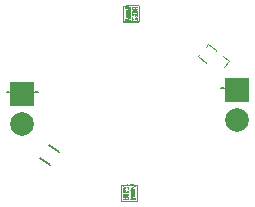
<source format=gbr>
%TF.GenerationSoftware,KiCad,Pcbnew,(6.0.6)*%
%TF.CreationDate,2022-12-21T10:33:16-07:00*%
%TF.ProjectId,Pinecil_LEDring,50696e65-6369-46c5-9f4c-454472696e67,rev?*%
%TF.SameCoordinates,Original*%
%TF.FileFunction,Legend,Top*%
%TF.FilePolarity,Positive*%
%FSLAX46Y46*%
G04 Gerber Fmt 4.6, Leading zero omitted, Abs format (unit mm)*
G04 Created by KiCad (PCBNEW (6.0.6)) date 2022-12-21 10:33:16*
%MOMM*%
%LPD*%
G01*
G04 APERTURE LIST*
%ADD10C,0.150000*%
%ADD11C,0.120000*%
%ADD12R,2.000000X2.000000*%
%ADD13C,2.000000*%
G04 APERTURE END LIST*
%TO.C,G\u002A\u002A\u002A*%
G36*
X145796275Y-104274376D02*
G01*
X145796662Y-104275698D01*
X145796087Y-104276237D01*
X145794299Y-104276316D01*
X145793742Y-104275942D01*
X145793355Y-104274620D01*
X145793930Y-104274081D01*
X145795718Y-104274002D01*
X145796275Y-104274376D01*
G37*
G36*
X145624548Y-103869354D02*
G01*
X145625517Y-103870130D01*
X145625499Y-103871039D01*
X145624292Y-103872541D01*
X145621930Y-103872926D01*
X145619274Y-103872386D01*
X145618361Y-103871039D01*
X145618536Y-103869764D01*
X145620052Y-103869227D01*
X145621930Y-103869152D01*
X145624548Y-103869354D01*
G37*
G36*
X145820702Y-104906331D02*
G01*
X145820890Y-104907086D01*
X145820026Y-104908515D01*
X145819272Y-104908703D01*
X145817842Y-104907840D01*
X145817655Y-104907086D01*
X145818518Y-104905656D01*
X145819272Y-104905468D01*
X145820702Y-104906331D01*
G37*
G36*
X146175322Y-104587981D02*
G01*
X146175674Y-104588966D01*
X146174844Y-104590396D01*
X146174121Y-104590583D01*
X146172355Y-104589986D01*
X146171755Y-104588712D01*
X146172109Y-104588038D01*
X146173824Y-104587337D01*
X146175322Y-104587981D01*
G37*
G36*
X145450604Y-104917727D02*
G01*
X145451008Y-104918277D01*
X145450300Y-104919720D01*
X145448812Y-104920857D01*
X145447496Y-104920990D01*
X145447404Y-104920915D01*
X145446670Y-104919090D01*
X145447620Y-104917636D01*
X145448851Y-104917330D01*
X145450604Y-104917727D01*
G37*
G36*
X146179649Y-103912187D02*
G01*
X146181050Y-103914140D01*
X146182353Y-103914810D01*
X146183789Y-103915708D01*
X146183807Y-103916527D01*
X146182319Y-103917590D01*
X146180703Y-103917365D01*
X146179988Y-103916061D01*
X146179093Y-103914740D01*
X146177878Y-103914443D01*
X146176772Y-103914676D01*
X146176095Y-103915673D01*
X146175708Y-103917884D01*
X146175473Y-103921756D01*
X146175452Y-103922261D01*
X146175135Y-103930080D01*
X146171990Y-103930080D01*
X146169565Y-103929608D01*
X146168357Y-103928516D01*
X146168700Y-103927284D01*
X146169654Y-103926730D01*
X146170976Y-103925100D01*
X146171361Y-103921965D01*
X146171709Y-103917484D01*
X146172762Y-103915008D01*
X146174046Y-103914443D01*
X146175400Y-103913541D01*
X146175987Y-103912286D01*
X146177115Y-103910433D01*
X146178579Y-103910426D01*
X146179649Y-103912187D01*
G37*
G36*
X145905916Y-103871247D02*
G01*
X145906138Y-103871847D01*
X145905387Y-103872850D01*
X145904003Y-103872617D01*
X145903081Y-103871475D01*
X145903393Y-103870401D01*
X145904396Y-103870397D01*
X145905916Y-103871247D01*
G37*
G36*
X145951629Y-103773430D02*
G01*
X145951763Y-103773716D01*
X145953174Y-103775153D01*
X145955004Y-103774998D01*
X145956076Y-103773716D01*
X145956280Y-103773542D01*
X145957404Y-103772581D01*
X145959716Y-103772071D01*
X145962174Y-103772186D01*
X145963937Y-103772926D01*
X145964313Y-103773716D01*
X145965117Y-103775147D01*
X145965815Y-103775333D01*
X145967480Y-103776203D01*
X145967938Y-103776951D01*
X145969189Y-103778298D01*
X145970802Y-103778439D01*
X145971815Y-103777374D01*
X145971862Y-103776951D01*
X145972574Y-103775826D01*
X145974935Y-103775362D01*
X145976175Y-103775333D01*
X145979283Y-103774934D01*
X145980469Y-103773856D01*
X145979648Y-103772275D01*
X145978205Y-103771190D01*
X145976701Y-103769731D01*
X145977033Y-103768653D01*
X145978708Y-103768091D01*
X145980119Y-103769128D01*
X145980489Y-103770544D01*
X145981311Y-103771657D01*
X145983933Y-103772087D01*
X145984683Y-103772098D01*
X145987467Y-103771894D01*
X145988618Y-103771127D01*
X145988726Y-103770211D01*
X145989467Y-103768629D01*
X145989591Y-103768588D01*
X145991576Y-103767928D01*
X145994408Y-103768212D01*
X145996353Y-103768985D01*
X145999023Y-103769802D01*
X146000789Y-103769231D01*
X146003547Y-103768067D01*
X146007881Y-103766865D01*
X146013213Y-103765725D01*
X146018968Y-103764749D01*
X146024569Y-103764039D01*
X146029438Y-103763695D01*
X146032091Y-103763727D01*
X146036645Y-103763774D01*
X146042249Y-103763456D01*
X146047844Y-103762838D01*
X146048966Y-103762669D01*
X146055347Y-103761985D01*
X146063516Y-103761648D01*
X146073135Y-103761654D01*
X146083863Y-103761998D01*
X146095361Y-103762677D01*
X146102946Y-103763284D01*
X146110695Y-103763570D01*
X146120039Y-103763263D01*
X146130513Y-103762416D01*
X146141654Y-103761080D01*
X146152998Y-103759308D01*
X146164082Y-103757152D01*
X146170283Y-103755728D01*
X146176769Y-103754170D01*
X146181834Y-103753054D01*
X146186142Y-103752277D01*
X146190356Y-103751735D01*
X146195141Y-103751323D01*
X146200700Y-103750965D01*
X146209459Y-103750688D01*
X146217477Y-103751035D01*
X146225502Y-103751974D01*
X146236571Y-103753549D01*
X146245754Y-103754793D01*
X146253291Y-103755735D01*
X146259422Y-103756400D01*
X146264390Y-103756817D01*
X146268433Y-103757013D01*
X146270032Y-103757036D01*
X146284512Y-103757767D01*
X146300367Y-103759896D01*
X146315008Y-103762815D01*
X146322321Y-103764378D01*
X146329544Y-103765763D01*
X146336340Y-103766923D01*
X146342375Y-103767807D01*
X146347312Y-103768366D01*
X146350814Y-103768551D01*
X146352540Y-103768316D01*
X146354120Y-103768347D01*
X146355631Y-103769031D01*
X146357688Y-103769788D01*
X146359566Y-103768839D01*
X146361166Y-103767911D01*
X146362402Y-103768732D01*
X146362738Y-103769173D01*
X146364843Y-103770849D01*
X146367039Y-103770384D01*
X146368294Y-103769132D01*
X146369552Y-103767891D01*
X146370505Y-103768433D01*
X146370768Y-103768811D01*
X146371431Y-103770523D01*
X146371345Y-103771106D01*
X146371917Y-103771745D01*
X146373765Y-103772374D01*
X146376016Y-103772799D01*
X146377797Y-103772824D01*
X146378221Y-103772645D01*
X146377832Y-103772188D01*
X146376892Y-103772098D01*
X146375439Y-103771354D01*
X146375364Y-103770300D01*
X146376379Y-103768434D01*
X146377878Y-103768155D01*
X146379067Y-103769564D01*
X146379142Y-103769817D01*
X146380225Y-103771504D01*
X146382036Y-103771546D01*
X146386697Y-103770694D01*
X146392364Y-103769996D01*
X146398533Y-103769475D01*
X146404696Y-103769155D01*
X146410348Y-103769063D01*
X146414983Y-103769221D01*
X146418095Y-103769654D01*
X146418508Y-103769783D01*
X146420623Y-103770078D01*
X146424345Y-103770133D01*
X146429134Y-103769951D01*
X146432866Y-103769682D01*
X146438461Y-103769306D01*
X146445581Y-103768990D01*
X146453830Y-103768737D01*
X146462808Y-103768549D01*
X146472115Y-103768430D01*
X146481354Y-103768384D01*
X146490125Y-103768413D01*
X146498029Y-103768521D01*
X146504668Y-103768710D01*
X146509643Y-103768985D01*
X146510509Y-103769060D01*
X146516149Y-103769773D01*
X146522155Y-103770802D01*
X146527362Y-103771943D01*
X146528045Y-103772123D01*
X146532170Y-103773168D01*
X146535717Y-103773928D01*
X146537971Y-103774252D01*
X146538090Y-103774255D01*
X146540341Y-103774671D01*
X146543602Y-103775730D01*
X146545481Y-103776482D01*
X146550658Y-103778709D01*
X146557498Y-103774288D01*
X146565569Y-103769832D01*
X146573787Y-103766955D01*
X146582760Y-103765492D01*
X146590848Y-103765228D01*
X146605194Y-103766339D01*
X146618529Y-103769340D01*
X146630952Y-103774274D01*
X146642561Y-103781183D01*
X146653454Y-103790111D01*
X146657555Y-103794176D01*
X146662789Y-103799787D01*
X146666646Y-103804371D01*
X146669373Y-103808320D01*
X146671218Y-103812023D01*
X146672427Y-103815872D01*
X146672975Y-103818553D01*
X146673770Y-103822234D01*
X146674657Y-103825024D01*
X146675380Y-103826246D01*
X146675799Y-103827473D01*
X146676151Y-103830608D01*
X146676437Y-103835708D01*
X146676661Y-103842828D01*
X146676827Y-103852025D01*
X146676878Y-103856441D01*
X146676989Y-103865475D01*
X146677140Y-103874960D01*
X146677318Y-103884331D01*
X146677514Y-103893027D01*
X146677715Y-103900483D01*
X146677839Y-103904298D01*
X146678046Y-103917470D01*
X146677642Y-103929155D01*
X146677001Y-103936649D01*
X146676240Y-103945920D01*
X146675747Y-103956859D01*
X146675531Y-103968996D01*
X146675598Y-103981858D01*
X146675958Y-103994974D01*
X146675994Y-103995880D01*
X146676119Y-104000817D01*
X146676085Y-104005008D01*
X146675905Y-104007952D01*
X146675660Y-104009081D01*
X146675445Y-104011035D01*
X146675866Y-104012227D01*
X146676195Y-104014829D01*
X146675665Y-104016009D01*
X146675014Y-104018222D01*
X146675789Y-104020124D01*
X146676596Y-104022320D01*
X146675787Y-104024441D01*
X146675004Y-104026804D01*
X146675626Y-104028485D01*
X146676206Y-104030533D01*
X146675206Y-104032822D01*
X146674187Y-104034814D01*
X146674595Y-104036299D01*
X146675358Y-104037221D01*
X146676748Y-104039828D01*
X146677118Y-104041920D01*
X146677824Y-104044355D01*
X146679452Y-104045285D01*
X146681042Y-104045982D01*
X146680747Y-104047124D01*
X146680398Y-104047568D01*
X146678577Y-104049086D01*
X146677415Y-104048674D01*
X146677118Y-104047083D01*
X146676444Y-104045327D01*
X146675500Y-104044926D01*
X146674183Y-104045825D01*
X146673883Y-104047083D01*
X146674509Y-104048832D01*
X146675385Y-104049240D01*
X146677067Y-104050106D01*
X146677478Y-104050780D01*
X146678885Y-104052022D01*
X146681089Y-104052667D01*
X146683598Y-104053584D01*
X146684467Y-104054901D01*
X146684360Y-104056028D01*
X146683173Y-104056597D01*
X146680433Y-104056782D01*
X146679354Y-104056788D01*
X146676083Y-104056903D01*
X146674441Y-104057379D01*
X146673906Y-104058417D01*
X146673883Y-104058886D01*
X146674251Y-104060207D01*
X146675703Y-104060929D01*
X146678759Y-104061296D01*
X146678814Y-104061300D01*
X146679005Y-104061312D01*
X146684127Y-104061641D01*
X146684451Y-104067226D01*
X146684570Y-104070498D01*
X146684262Y-104072200D01*
X146683263Y-104072910D01*
X146681764Y-104073157D01*
X146679406Y-104073967D01*
X146678308Y-104075321D01*
X146678616Y-104076622D01*
X146680478Y-104077271D01*
X146680750Y-104077278D01*
X146683419Y-104077832D01*
X146684278Y-104079315D01*
X146683170Y-104081457D01*
X146683155Y-104081474D01*
X146681663Y-104083774D01*
X146681722Y-104085388D01*
X146683049Y-104085905D01*
X146684479Y-104086768D01*
X146684667Y-104087522D01*
X146683803Y-104088952D01*
X146683049Y-104089140D01*
X146681619Y-104088276D01*
X146681431Y-104087522D01*
X146680568Y-104086092D01*
X146679814Y-104085905D01*
X146678443Y-104086611D01*
X146678361Y-104088100D01*
X146679568Y-104089421D01*
X146679814Y-104089530D01*
X146681016Y-104090980D01*
X146681421Y-104093435D01*
X146681028Y-104095897D01*
X146679836Y-104097368D01*
X146679814Y-104097377D01*
X146678424Y-104098821D01*
X146678407Y-104100855D01*
X146679733Y-104102426D01*
X146679961Y-104102526D01*
X146681063Y-104103191D01*
X146680720Y-104104247D01*
X146679691Y-104105463D01*
X146679018Y-104106357D01*
X146678517Y-104107535D01*
X146678167Y-104109291D01*
X146677946Y-104111921D01*
X146677835Y-104115720D01*
X146677811Y-104120982D01*
X146677854Y-104128004D01*
X146677881Y-104130900D01*
X146677975Y-104138681D01*
X146678101Y-104144580D01*
X146678281Y-104148872D01*
X146678538Y-104151830D01*
X146678894Y-104153729D01*
X146679371Y-104154844D01*
X146679865Y-104155364D01*
X146681056Y-104156530D01*
X146680439Y-104157620D01*
X146679911Y-104158075D01*
X146678418Y-104160273D01*
X146678497Y-104162536D01*
X146680083Y-104164048D01*
X146681384Y-104164725D01*
X146680902Y-104165544D01*
X146680083Y-104166170D01*
X146678380Y-104168433D01*
X146678688Y-104170916D01*
X146679465Y-104171933D01*
X146680097Y-104173353D01*
X146679019Y-104175114D01*
X146678383Y-104176166D01*
X146677908Y-104177902D01*
X146677566Y-104180627D01*
X146677331Y-104184645D01*
X146677175Y-104190260D01*
X146677084Y-104196438D01*
X146677228Y-104212953D01*
X146678031Y-104228290D01*
X146679469Y-104242166D01*
X146681521Y-104254301D01*
X146681956Y-104256287D01*
X146683206Y-104262078D01*
X146684406Y-104268147D01*
X146685372Y-104273547D01*
X146685712Y-104275710D01*
X146685929Y-104278272D01*
X146686137Y-104282781D01*
X146686334Y-104289027D01*
X146686519Y-104296800D01*
X146686691Y-104305891D01*
X146686849Y-104316090D01*
X146686991Y-104327186D01*
X146687116Y-104338971D01*
X146687224Y-104351235D01*
X146687312Y-104363766D01*
X146687380Y-104376357D01*
X146687427Y-104388797D01*
X146687450Y-104400876D01*
X146687450Y-104412384D01*
X146687424Y-104423113D01*
X146687372Y-104432851D01*
X146687292Y-104441389D01*
X146687184Y-104448517D01*
X146687045Y-104454026D01*
X146686875Y-104457705D01*
X146686774Y-104458822D01*
X146686470Y-104462294D01*
X146686193Y-104467467D01*
X146685957Y-104473882D01*
X146685779Y-104481084D01*
X146685675Y-104488615D01*
X146685662Y-104490634D01*
X146685649Y-104498967D01*
X146685717Y-104505495D01*
X146685886Y-104510570D01*
X146686176Y-104514541D01*
X146686607Y-104517761D01*
X146687201Y-104520579D01*
X146687459Y-104521567D01*
X146688063Y-104524107D01*
X146688536Y-104526992D01*
X146688896Y-104530521D01*
X146689161Y-104534992D01*
X146689349Y-104540705D01*
X146689475Y-104547959D01*
X146689559Y-104557051D01*
X146689563Y-104557693D01*
X146689667Y-104566371D01*
X146689855Y-104574529D01*
X146690114Y-104581814D01*
X146690428Y-104587874D01*
X146690784Y-104592357D01*
X146691030Y-104594252D01*
X146691639Y-104599937D01*
X146691868Y-104607653D01*
X146691716Y-104617309D01*
X146691649Y-104619223D01*
X146691419Y-104625820D01*
X146691320Y-104630658D01*
X146691382Y-104634133D01*
X146691634Y-104636639D01*
X146692107Y-104638572D01*
X146692828Y-104640328D01*
X146693286Y-104641252D01*
X146695279Y-104645647D01*
X146696888Y-104650406D01*
X146698166Y-104655844D01*
X146699163Y-104662274D01*
X146699932Y-104670011D01*
X146700525Y-104679368D01*
X146700865Y-104687098D01*
X146701257Y-104697443D01*
X146701556Y-104705854D01*
X146701754Y-104712550D01*
X146701845Y-104717750D01*
X146701818Y-104721676D01*
X146701668Y-104724548D01*
X146701385Y-104726584D01*
X146700962Y-104728006D01*
X146700391Y-104729033D01*
X146699664Y-104729886D01*
X146699308Y-104730247D01*
X146697917Y-104731994D01*
X146696784Y-104734323D01*
X146695882Y-104737457D01*
X146695184Y-104741618D01*
X146694660Y-104747030D01*
X146694284Y-104753914D01*
X146694028Y-104762493D01*
X146693862Y-104772990D01*
X146693854Y-104773780D01*
X146693721Y-104782430D01*
X146693513Y-104791268D01*
X146693247Y-104799789D01*
X146692940Y-104807489D01*
X146692608Y-104813863D01*
X146692389Y-104817041D01*
X146691946Y-104823809D01*
X146691572Y-104831786D01*
X146691304Y-104840025D01*
X146691178Y-104847578D01*
X146691175Y-104848314D01*
X146691071Y-104855099D01*
X146690827Y-104862058D01*
X146690476Y-104868479D01*
X146690051Y-104873648D01*
X146689928Y-104874734D01*
X146689345Y-104879876D01*
X146688851Y-104884931D01*
X146688533Y-104888998D01*
X146688488Y-104889832D01*
X146688180Y-104893546D01*
X146687690Y-104896722D01*
X146687442Y-104897702D01*
X146687337Y-104900518D01*
X146687961Y-104901766D01*
X146688646Y-104903309D01*
X146687729Y-104905046D01*
X146687329Y-104905505D01*
X146686029Y-104907159D01*
X146686229Y-104908190D01*
X146687272Y-104909043D01*
X146688775Y-104911248D01*
X146688823Y-104913952D01*
X146687573Y-104916296D01*
X146685751Y-104917335D01*
X146683507Y-104918422D01*
X146682641Y-104919914D01*
X146683251Y-104921190D01*
X146684307Y-104921455D01*
X146685063Y-104921644D01*
X146687683Y-104922159D01*
X146688535Y-104923459D01*
X146687445Y-104925177D01*
X146686940Y-104925565D01*
X146685181Y-104927969D01*
X146684596Y-104931323D01*
X146685194Y-104934761D01*
X146686823Y-104937280D01*
X146688247Y-104939358D01*
X146688926Y-104941883D01*
X146688801Y-104944115D01*
X146687816Y-104945315D01*
X146687452Y-104945368D01*
X146685721Y-104944553D01*
X146685381Y-104944020D01*
X146685162Y-104944478D01*
X146684970Y-104946726D01*
X146684826Y-104950397D01*
X146684752Y-104955004D01*
X146684751Y-104960431D01*
X146684881Y-104964149D01*
X146685209Y-104966605D01*
X146685801Y-104968246D01*
X146686722Y-104969518D01*
X146686936Y-104969752D01*
X146688394Y-104972077D01*
X146688148Y-104973798D01*
X146686262Y-104974484D01*
X146686220Y-104974484D01*
X146684961Y-104975382D01*
X146684667Y-104976641D01*
X146685429Y-104978443D01*
X146686823Y-104978797D01*
X146688580Y-104979472D01*
X146688980Y-104980415D01*
X146688380Y-104981850D01*
X146687868Y-104982033D01*
X146686450Y-104982832D01*
X146686133Y-104984610D01*
X146687009Y-104986440D01*
X146687392Y-104986773D01*
X146688581Y-104988525D01*
X146688003Y-104990086D01*
X146686220Y-104990660D01*
X146684911Y-104991388D01*
X146684756Y-104992994D01*
X146685643Y-104994611D01*
X146686823Y-104995286D01*
X146688472Y-104996446D01*
X146688979Y-104999060D01*
X146688980Y-104999186D01*
X146688663Y-105001598D01*
X146687473Y-105002475D01*
X146686823Y-105002522D01*
X146685007Y-105003295D01*
X146684667Y-105004553D01*
X146685577Y-105006450D01*
X146686823Y-105007148D01*
X146688131Y-105007848D01*
X146688781Y-105009444D01*
X146688977Y-105012511D01*
X146688980Y-105013204D01*
X146688896Y-105016442D01*
X146688466Y-105018071D01*
X146687421Y-105018639D01*
X146686284Y-105018697D01*
X146684161Y-105019389D01*
X146683470Y-105020922D01*
X146684259Y-105022482D01*
X146686014Y-105023205D01*
X146688005Y-105024115D01*
X146688266Y-105025585D01*
X146686842Y-105026945D01*
X146685745Y-105027324D01*
X146683555Y-105028469D01*
X146683236Y-105030016D01*
X146684799Y-105031347D01*
X146685665Y-105031619D01*
X146688058Y-105032683D01*
X146688593Y-105034028D01*
X146687193Y-105035220D01*
X146686328Y-105035497D01*
X146684257Y-105036534D01*
X146684053Y-105037964D01*
X146684372Y-105039836D01*
X146684737Y-105043204D01*
X146685079Y-105047410D01*
X146685143Y-105048353D01*
X146685501Y-105053347D01*
X146685913Y-105058314D01*
X146686293Y-105062217D01*
X146686311Y-105062371D01*
X146687266Y-105072460D01*
X146688049Y-105083937D01*
X146688630Y-105096072D01*
X146688979Y-105108137D01*
X146689068Y-105119403D01*
X146688924Y-105127613D01*
X146688645Y-105135050D01*
X146688338Y-105140731D01*
X146687954Y-105145058D01*
X146687448Y-105148432D01*
X146686772Y-105151254D01*
X146685879Y-105153925D01*
X146685838Y-105154033D01*
X146684466Y-105158082D01*
X146683418Y-105161878D01*
X146683006Y-105164020D01*
X146682031Y-105167701D01*
X146679977Y-105172542D01*
X146677130Y-105178037D01*
X146673776Y-105183676D01*
X146670202Y-105188953D01*
X146666694Y-105193359D01*
X146666074Y-105194039D01*
X146661077Y-105198925D01*
X146655941Y-105202885D01*
X146650252Y-105206125D01*
X146643593Y-105208852D01*
X146635548Y-105211271D01*
X146627335Y-105213235D01*
X146621913Y-105214391D01*
X146616750Y-105215427D01*
X146612508Y-105216212D01*
X146610259Y-105216569D01*
X146608266Y-105216699D01*
X146604337Y-105216834D01*
X146598691Y-105216971D01*
X146591549Y-105217105D01*
X146583130Y-105217233D01*
X146573656Y-105217353D01*
X146563345Y-105217459D01*
X146552419Y-105217550D01*
X146547713Y-105217582D01*
X146536743Y-105217657D01*
X146526416Y-105217738D01*
X146516934Y-105217823D01*
X146508500Y-105217909D01*
X146501316Y-105217994D01*
X146495585Y-105218076D01*
X146491508Y-105218152D01*
X146489288Y-105218221D01*
X146488942Y-105218250D01*
X146487186Y-105218201D01*
X146484912Y-105217721D01*
X146482151Y-105217468D01*
X146477711Y-105217680D01*
X146472009Y-105218304D01*
X146465458Y-105219290D01*
X146458476Y-105220587D01*
X146454434Y-105221453D01*
X146442134Y-105223603D01*
X146430914Y-105224228D01*
X146422277Y-105223628D01*
X146417500Y-105223126D01*
X146413817Y-105223124D01*
X146410210Y-105223696D01*
X146406102Y-105224785D01*
X146402839Y-105225605D01*
X146399088Y-105226274D01*
X146394502Y-105226828D01*
X146388736Y-105227301D01*
X146381444Y-105227730D01*
X146374095Y-105228074D01*
X146358612Y-105228681D01*
X146343551Y-105229155D01*
X146329176Y-105229493D01*
X146315751Y-105229690D01*
X146303542Y-105229744D01*
X146292810Y-105229652D01*
X146283822Y-105229410D01*
X146279737Y-105229214D01*
X146273725Y-105228935D01*
X146268183Y-105228809D01*
X146263607Y-105228837D01*
X146260495Y-105229021D01*
X146259788Y-105229135D01*
X146257552Y-105229547D01*
X146253583Y-105230178D01*
X146248285Y-105230968D01*
X146242062Y-105231858D01*
X146235320Y-105232785D01*
X146234985Y-105232831D01*
X146227299Y-105233831D01*
X146220943Y-105234548D01*
X146215292Y-105235016D01*
X146209724Y-105235266D01*
X146203614Y-105235333D01*
X146196336Y-105235248D01*
X146191311Y-105235142D01*
X146183182Y-105234986D01*
X146176797Y-105234948D01*
X146171745Y-105235049D01*
X146167616Y-105235305D01*
X146164000Y-105235736D01*
X146160486Y-105236360D01*
X146159499Y-105236564D01*
X146156351Y-105237167D01*
X146153113Y-105237625D01*
X146149455Y-105237951D01*
X146145050Y-105238159D01*
X146139569Y-105238263D01*
X146132683Y-105238278D01*
X146124064Y-105238216D01*
X146121217Y-105238186D01*
X146111072Y-105238024D01*
X146102566Y-105237781D01*
X146095825Y-105237465D01*
X146090975Y-105237080D01*
X146088142Y-105236633D01*
X146087963Y-105236581D01*
X146084891Y-105236022D01*
X146080164Y-105235654D01*
X146074278Y-105235507D01*
X146070709Y-105235533D01*
X146067011Y-105235574D01*
X146061426Y-105235603D01*
X146054223Y-105235620D01*
X146045671Y-105235624D01*
X146036039Y-105235616D01*
X146025598Y-105235596D01*
X146014615Y-105235564D01*
X146003361Y-105235519D01*
X146001970Y-105235513D01*
X145989824Y-105235481D01*
X145978229Y-105235497D01*
X145967421Y-105235558D01*
X145957637Y-105235661D01*
X145949115Y-105235803D01*
X145942091Y-105235980D01*
X145936801Y-105236190D01*
X145934033Y-105236375D01*
X145928329Y-105236869D01*
X145921272Y-105237445D01*
X145913661Y-105238039D01*
X145906293Y-105238589D01*
X145904464Y-105238721D01*
X145897551Y-105239304D01*
X145890426Y-105240061D01*
X145883799Y-105240906D01*
X145878379Y-105241755D01*
X145876965Y-105242023D01*
X145871629Y-105242903D01*
X145865039Y-105243694D01*
X145858102Y-105244300D01*
X145852702Y-105244596D01*
X145842105Y-105245030D01*
X145832010Y-105245552D01*
X145822719Y-105246139D01*
X145814536Y-105246770D01*
X145807763Y-105247421D01*
X145802705Y-105248072D01*
X145801039Y-105248364D01*
X145799458Y-105248664D01*
X145797823Y-105248919D01*
X145795956Y-105249131D01*
X145793678Y-105249305D01*
X145790808Y-105249444D01*
X145787167Y-105249550D01*
X145782578Y-105249627D01*
X145776859Y-105249679D01*
X145769832Y-105249708D01*
X145761318Y-105249717D01*
X145751137Y-105249711D01*
X145739110Y-105249692D01*
X145729007Y-105249672D01*
X145716572Y-105249621D01*
X145705957Y-105249508D01*
X145696825Y-105249312D01*
X145688840Y-105249009D01*
X145681664Y-105248578D01*
X145674962Y-105247997D01*
X145668397Y-105247242D01*
X145661633Y-105246293D01*
X145654332Y-105245126D01*
X145650507Y-105244476D01*
X145644278Y-105243463D01*
X145638818Y-105242741D01*
X145633523Y-105242268D01*
X145627792Y-105242001D01*
X145621022Y-105241898D01*
X145613958Y-105241908D01*
X145606608Y-105241876D01*
X145599208Y-105241712D01*
X145592333Y-105241436D01*
X145586560Y-105241073D01*
X145582994Y-105240716D01*
X145578022Y-105240126D01*
X145574574Y-105239919D01*
X145572052Y-105240113D01*
X145569853Y-105240724D01*
X145568859Y-105241120D01*
X145565901Y-105242089D01*
X145561589Y-105243171D01*
X145556701Y-105244176D01*
X145555071Y-105244462D01*
X145544647Y-105246037D01*
X145534996Y-105247090D01*
X145525428Y-105247660D01*
X145515256Y-105247784D01*
X145503791Y-105247499D01*
X145501152Y-105247391D01*
X145493251Y-105247078D01*
X145486973Y-105246923D01*
X145481788Y-105246944D01*
X145477165Y-105247158D01*
X145472576Y-105247581D01*
X145467489Y-105248233D01*
X145465027Y-105248587D01*
X145457264Y-105249601D01*
X145450588Y-105250146D01*
X145443994Y-105250273D01*
X145436476Y-105250033D01*
X145436450Y-105250032D01*
X145425218Y-105249398D01*
X145415741Y-105248662D01*
X145407618Y-105247775D01*
X145400448Y-105246686D01*
X145393830Y-105245346D01*
X145389001Y-105244151D01*
X145382796Y-105242599D01*
X145375978Y-105241049D01*
X145369609Y-105239737D01*
X145366782Y-105239218D01*
X145360860Y-105238011D01*
X145354411Y-105236402D01*
X145348619Y-105234692D01*
X145347423Y-105234287D01*
X145343089Y-105232857D01*
X145339316Y-105231765D01*
X145336721Y-105231186D01*
X145336183Y-105231137D01*
X145333793Y-105230355D01*
X145332098Y-105228980D01*
X145329434Y-105227260D01*
X145327005Y-105226823D01*
X145324432Y-105226344D01*
X145323760Y-105225206D01*
X145322896Y-105223776D01*
X145322142Y-105223588D01*
X145320712Y-105224451D01*
X145320525Y-105225206D01*
X145319794Y-105226562D01*
X145318106Y-105226687D01*
X145316215Y-105225661D01*
X145315383Y-105224667D01*
X145313776Y-105223178D01*
X145311021Y-105222564D01*
X145309308Y-105222510D01*
X145305710Y-105222148D01*
X145304024Y-105221037D01*
X145303959Y-105220892D01*
X145302432Y-105219703D01*
X145298992Y-105219277D01*
X145298646Y-105219275D01*
X145294890Y-105218863D01*
X145294661Y-105218735D01*
X145309741Y-105218735D01*
X145310280Y-105219275D01*
X145310819Y-105218735D01*
X145310280Y-105218196D01*
X145309741Y-105218735D01*
X145294661Y-105218735D01*
X145292330Y-105217431D01*
X145291751Y-105216848D01*
X145288897Y-105213902D01*
X145291614Y-105213902D01*
X145292425Y-105214757D01*
X145294959Y-105214961D01*
X145295119Y-105214961D01*
X145298030Y-105214564D01*
X145299631Y-105213572D01*
X145299586Y-105212289D01*
X145298826Y-105211622D01*
X145296366Y-105210773D01*
X145293840Y-105210853D01*
X145292217Y-105211810D01*
X145292123Y-105211996D01*
X145291614Y-105213902D01*
X145288897Y-105213902D01*
X145288720Y-105213719D01*
X145285619Y-105210853D01*
X145282911Y-105208646D01*
X145281059Y-105207494D01*
X145280718Y-105207413D01*
X145279679Y-105208284D01*
X145279546Y-105209030D01*
X145280445Y-105210347D01*
X145281703Y-105210648D01*
X145283564Y-105211147D01*
X145283522Y-105212487D01*
X145282188Y-105213928D01*
X145280827Y-105214665D01*
X145280077Y-105213585D01*
X145279905Y-105212982D01*
X145279023Y-105211140D01*
X145278259Y-105210648D01*
X145276908Y-105209945D01*
X145274793Y-105208190D01*
X145274059Y-105207483D01*
X145270894Y-105204318D01*
X145273333Y-105202600D01*
X145274918Y-105201245D01*
X145274778Y-105200316D01*
X145274155Y-105199850D01*
X145271499Y-105198902D01*
X145268931Y-105199073D01*
X145267342Y-105200292D01*
X145267294Y-105200403D01*
X145265853Y-105201838D01*
X145265022Y-105202021D01*
X145263936Y-105201119D01*
X145263389Y-105199005D01*
X145263420Y-105196564D01*
X145264072Y-105194682D01*
X145264666Y-105194220D01*
X145265402Y-105193618D01*
X145264666Y-105192988D01*
X145263524Y-105192888D01*
X145263371Y-105193330D01*
X145262474Y-105194276D01*
X145261340Y-105194472D01*
X145259432Y-105195413D01*
X145258698Y-105196806D01*
X145258000Y-105198395D01*
X145256856Y-105198099D01*
X145256428Y-105197762D01*
X145255333Y-105196037D01*
X145256063Y-105194752D01*
X145257378Y-105194472D01*
X145258669Y-105193556D01*
X145259270Y-105192046D01*
X145259374Y-105190540D01*
X145258554Y-105189914D01*
X145256286Y-105189906D01*
X145255182Y-105189990D01*
X145252009Y-105190529D01*
X145250429Y-105191647D01*
X145250071Y-105192495D01*
X145249049Y-105194052D01*
X145246774Y-105194314D01*
X145246467Y-105194282D01*
X145244016Y-105193477D01*
X145243408Y-105192193D01*
X145244580Y-105190964D01*
X145246926Y-105190360D01*
X145249635Y-105189625D01*
X145250430Y-105188372D01*
X145251335Y-105186793D01*
X145252587Y-105186158D01*
X145254478Y-105185174D01*
X145254267Y-105183844D01*
X145252485Y-105182556D01*
X145250782Y-105180766D01*
X145250762Y-105179301D01*
X145250886Y-105177895D01*
X145249784Y-105178078D01*
X145249246Y-105178353D01*
X145247442Y-105179932D01*
X145247599Y-105181443D01*
X145248813Y-105182220D01*
X145250246Y-105183578D01*
X145250430Y-105184343D01*
X145249866Y-105185187D01*
X145247938Y-105185656D01*
X145244296Y-105185823D01*
X145243151Y-105185826D01*
X145239031Y-105185707D01*
X145236394Y-105185255D01*
X145234571Y-105184294D01*
X145233446Y-105183248D01*
X145231765Y-105181175D01*
X145231022Y-105179664D01*
X145231020Y-105179618D01*
X145230117Y-105178529D01*
X145228749Y-105177954D01*
X145227147Y-105176843D01*
X145227247Y-105175339D01*
X145228951Y-105174235D01*
X145229222Y-105174174D01*
X145230707Y-105174631D01*
X145231020Y-105176061D01*
X145231676Y-105177879D01*
X145232637Y-105178296D01*
X145233954Y-105179196D01*
X145234255Y-105180453D01*
X145234942Y-105182189D01*
X145236429Y-105182529D01*
X145237853Y-105181452D01*
X145238230Y-105180553D01*
X145239630Y-105178601D01*
X145240938Y-105177928D01*
X145242480Y-105176796D01*
X145242319Y-105175230D01*
X145240856Y-105174206D01*
X145239565Y-105174723D01*
X145238910Y-105176026D01*
X145237793Y-105177657D01*
X145236096Y-105178280D01*
X145234659Y-105177783D01*
X145234255Y-105176645D01*
X145233382Y-105174846D01*
X145232637Y-105174373D01*
X145231273Y-105172902D01*
X145231020Y-105171711D01*
X145231025Y-105171699D01*
X145247195Y-105171699D01*
X145247982Y-105173223D01*
X145248274Y-105173444D01*
X145249269Y-105173395D01*
X145249352Y-105173032D01*
X145248565Y-105171507D01*
X145248274Y-105171287D01*
X145247278Y-105171336D01*
X145247195Y-105171699D01*
X145231025Y-105171699D01*
X145231726Y-105170027D01*
X145232637Y-105169669D01*
X145234067Y-105168806D01*
X145234255Y-105168052D01*
X145233392Y-105166622D01*
X145232637Y-105166434D01*
X145231333Y-105165502D01*
X145231020Y-105163827D01*
X145230602Y-105160346D01*
X145229607Y-105158472D01*
X145235397Y-105158472D01*
X145235779Y-105160167D01*
X145237450Y-105162442D01*
X145238082Y-105163075D01*
X145240078Y-105164587D01*
X145241451Y-105164950D01*
X145241566Y-105164874D01*
X145241485Y-105163712D01*
X145240656Y-105162841D01*
X145238829Y-105160781D01*
X145238266Y-105159695D01*
X145237402Y-105158459D01*
X145439438Y-105158459D01*
X145440881Y-105158716D01*
X145441505Y-105158544D01*
X145441913Y-105158065D01*
X145440853Y-105157893D01*
X145439454Y-105158091D01*
X145439438Y-105158459D01*
X145237402Y-105158459D01*
X145237154Y-105158105D01*
X145236445Y-105157807D01*
X145235397Y-105158472D01*
X145229607Y-105158472D01*
X145229480Y-105158232D01*
X145228468Y-105157807D01*
X145226980Y-105156986D01*
X145225878Y-105155651D01*
X145223807Y-105153932D01*
X145222024Y-105153494D01*
X145219415Y-105153115D01*
X145218796Y-105151923D01*
X145220133Y-105149835D01*
X145220384Y-105149562D01*
X145222709Y-105147087D01*
X145220125Y-105144917D01*
X145218781Y-105143789D01*
X145222393Y-105143789D01*
X145223155Y-105145591D01*
X145224549Y-105145945D01*
X145226306Y-105146620D01*
X145226706Y-105147563D01*
X145227577Y-105148969D01*
X145228425Y-105149180D01*
X145230059Y-105150086D01*
X145230707Y-105151337D01*
X145231732Y-105153235D01*
X145233091Y-105153124D01*
X145233817Y-105152252D01*
X145233702Y-105150711D01*
X145232802Y-105149707D01*
X145231241Y-105147902D01*
X145231309Y-105146323D01*
X145232160Y-105145745D01*
X145232773Y-105144583D01*
X145232517Y-105143325D01*
X145231860Y-105141966D01*
X145231302Y-105142516D01*
X145230873Y-105143616D01*
X145229467Y-105145552D01*
X145227781Y-105145730D01*
X145226495Y-105144124D01*
X145226394Y-105143789D01*
X145225214Y-105142035D01*
X145224111Y-105141632D01*
X145222685Y-105142532D01*
X145222393Y-105143789D01*
X145218781Y-105143789D01*
X145217540Y-105142748D01*
X145219966Y-105142064D01*
X145222008Y-105140802D01*
X145222113Y-105139050D01*
X145220252Y-105137327D01*
X145220236Y-105137318D01*
X145218459Y-105135287D01*
X145218079Y-105133472D01*
X145218721Y-105131154D01*
X145220208Y-105130010D01*
X145221880Y-105130371D01*
X145222580Y-105131221D01*
X145224102Y-105132732D01*
X145224111Y-105132735D01*
X145225016Y-105133005D01*
X145226421Y-105133908D01*
X145227019Y-105135162D01*
X145227969Y-105136912D01*
X145228762Y-105137318D01*
X145229809Y-105136583D01*
X145229772Y-105135026D01*
X145228759Y-105133624D01*
X145228324Y-105133395D01*
X145226848Y-105132166D01*
X145227406Y-105130356D01*
X145229132Y-105128613D01*
X145231559Y-105126572D01*
X145229232Y-105125915D01*
X145227134Y-105124539D01*
X145226368Y-105123200D01*
X145225234Y-105121510D01*
X145223668Y-105121246D01*
X145222533Y-105122388D01*
X145222393Y-105123299D01*
X145223155Y-105125102D01*
X145224549Y-105125456D01*
X145226306Y-105126130D01*
X145226706Y-105127074D01*
X145225807Y-105128391D01*
X145224549Y-105128691D01*
X145222798Y-105128200D01*
X145222393Y-105127516D01*
X145221639Y-105126033D01*
X145219966Y-105124300D01*
X145217540Y-105122259D01*
X145219966Y-105121575D01*
X145221625Y-105120667D01*
X145222306Y-105118755D01*
X145222393Y-105116829D01*
X145222188Y-105114672D01*
X145226706Y-105114672D01*
X145227101Y-105115560D01*
X145227425Y-105115391D01*
X145227554Y-105114112D01*
X145227425Y-105113954D01*
X145226784Y-105114102D01*
X145226706Y-105114672D01*
X145222188Y-105114672D01*
X145222120Y-105113961D01*
X145221091Y-105112552D01*
X145220127Y-105112175D01*
X145218672Y-105111173D01*
X145218726Y-105110898D01*
X145222393Y-105110898D01*
X145223292Y-105112215D01*
X145224549Y-105112516D01*
X145226306Y-105111841D01*
X145226706Y-105110898D01*
X145225807Y-105109581D01*
X145224549Y-105109281D01*
X145222793Y-105109955D01*
X145222393Y-105110898D01*
X145218726Y-105110898D01*
X145218914Y-105109942D01*
X145220656Y-105109284D01*
X145220839Y-105109281D01*
X145222199Y-105108603D01*
X145222111Y-105106932D01*
X145220641Y-105104814D01*
X145220261Y-105104451D01*
X145218756Y-105102484D01*
X145219280Y-105101203D01*
X145221800Y-105100667D01*
X145222456Y-105100654D01*
X145224549Y-105100324D01*
X145224819Y-105100281D01*
X145225613Y-105098953D01*
X145225628Y-105098612D01*
X145224747Y-105096546D01*
X145223741Y-105095839D01*
X145222440Y-105095163D01*
X145222922Y-105094343D01*
X145223741Y-105093718D01*
X145225281Y-105091856D01*
X145225628Y-105090613D01*
X145224789Y-105088686D01*
X145223741Y-105087768D01*
X145222442Y-105086782D01*
X145222904Y-105085849D01*
X145223741Y-105085169D01*
X145225263Y-105083418D01*
X145225628Y-105082321D01*
X145224841Y-105080618D01*
X145223741Y-105079541D01*
X145222456Y-105078323D01*
X145222962Y-105077281D01*
X145223622Y-105076726D01*
X145224298Y-105075864D01*
X145224817Y-105074299D01*
X145225214Y-105071726D01*
X145225528Y-105067837D01*
X145225794Y-105062326D01*
X145225951Y-105057913D01*
X145318559Y-105057913D01*
X145318727Y-105058238D01*
X145320007Y-105058367D01*
X145320165Y-105058238D01*
X145320017Y-105057597D01*
X145319446Y-105057519D01*
X145318559Y-105057913D01*
X145225951Y-105057913D01*
X145225984Y-105056980D01*
X145226285Y-105050811D01*
X145226787Y-105044011D01*
X145227425Y-105037168D01*
X145227444Y-105036964D01*
X145228208Y-105030054D01*
X145229033Y-105023664D01*
X145229872Y-105018179D01*
X145230678Y-105013982D01*
X145231405Y-105011458D01*
X145231569Y-105011132D01*
X145231677Y-105009743D01*
X145231510Y-105006795D01*
X145231104Y-105002860D01*
X145230975Y-105001834D01*
X145230515Y-104997676D01*
X145229996Y-104992004D01*
X145229472Y-104985456D01*
X145228996Y-104978670D01*
X145228835Y-104976102D01*
X145228399Y-104969622D01*
X145227893Y-104963348D01*
X145227370Y-104957844D01*
X145226881Y-104953674D01*
X145226685Y-104952377D01*
X145226290Y-104949278D01*
X145225848Y-104944478D01*
X145225393Y-104938434D01*
X145224960Y-104931602D01*
X145224581Y-104924436D01*
X145224552Y-104923800D01*
X145224358Y-104919619D01*
X145317289Y-104919619D01*
X145317527Y-104921176D01*
X145318534Y-104920863D01*
X145318895Y-104920575D01*
X145319919Y-104918917D01*
X145319351Y-104917605D01*
X145318304Y-104917330D01*
X145317496Y-104918239D01*
X145317289Y-104919619D01*
X145224358Y-104919619D01*
X145224027Y-104912494D01*
X145223581Y-104903151D01*
X145223369Y-104898996D01*
X145316428Y-104898996D01*
X145317427Y-104900440D01*
X145318304Y-104900807D01*
X145318650Y-104900952D01*
X145320185Y-104900554D01*
X145320525Y-104899077D01*
X145319814Y-104897233D01*
X145318289Y-104896841D01*
X145316691Y-104897519D01*
X145316428Y-104898996D01*
X145223369Y-104898996D01*
X145223195Y-104895580D01*
X145222852Y-104889592D01*
X145222531Y-104884995D01*
X145222214Y-104881599D01*
X145221881Y-104879211D01*
X145221515Y-104877643D01*
X145221096Y-104876703D01*
X145220606Y-104876199D01*
X145220025Y-104875942D01*
X145219810Y-104875879D01*
X145218332Y-104875352D01*
X145218378Y-104874640D01*
X145220014Y-104873159D01*
X145220125Y-104873066D01*
X145222711Y-104870896D01*
X145222643Y-104870508D01*
X145313488Y-104870508D01*
X145313657Y-104871190D01*
X145314734Y-104871534D01*
X145315686Y-104870584D01*
X145317570Y-104869098D01*
X145318756Y-104868803D01*
X145320233Y-104867907D01*
X145320525Y-104866647D01*
X145319829Y-104864910D01*
X145318314Y-104864588D01*
X145316835Y-104865739D01*
X145316528Y-104866377D01*
X145315178Y-104868472D01*
X145314383Y-104869139D01*
X145313488Y-104870508D01*
X145222643Y-104870508D01*
X145220885Y-104860414D01*
X145220515Y-104858020D01*
X145312976Y-104858020D01*
X145313398Y-104859506D01*
X145315046Y-104860106D01*
X145316750Y-104860176D01*
X145318314Y-104860031D01*
X145319352Y-104859935D01*
X145320401Y-104858993D01*
X145320525Y-104858020D01*
X145320102Y-104856533D01*
X145318454Y-104855933D01*
X145316750Y-104855863D01*
X145314149Y-104856104D01*
X145313099Y-104857046D01*
X145312976Y-104858020D01*
X145220515Y-104858020D01*
X145219996Y-104854657D01*
X145219625Y-104850115D01*
X145219743Y-104845920D01*
X145220209Y-104841926D01*
X145221143Y-104833996D01*
X145221556Y-104827044D01*
X145221452Y-104821354D01*
X145220836Y-104817214D01*
X145219828Y-104815030D01*
X145218658Y-104813204D01*
X145219188Y-104812170D01*
X145219941Y-104810498D01*
X145219830Y-104807129D01*
X145219804Y-104806940D01*
X145219536Y-104803874D01*
X145219428Y-104801405D01*
X145309741Y-104801405D01*
X145310323Y-104802840D01*
X145310819Y-104803023D01*
X145311760Y-104803903D01*
X145311898Y-104804741D01*
X145312803Y-104806375D01*
X145314054Y-104807024D01*
X145315842Y-104808271D01*
X145316045Y-104810098D01*
X145314703Y-104811672D01*
X145313803Y-104812028D01*
X145312191Y-104812712D01*
X145312482Y-104813709D01*
X145312798Y-104814041D01*
X145314144Y-104814796D01*
X145315450Y-104813728D01*
X145315594Y-104813537D01*
X145317484Y-104811995D01*
X145318756Y-104811650D01*
X145320233Y-104810753D01*
X145320525Y-104809493D01*
X145319762Y-104807691D01*
X145318368Y-104807336D01*
X145316566Y-104806574D01*
X145316211Y-104805179D01*
X145316974Y-104803377D01*
X145318368Y-104803023D01*
X145320170Y-104802260D01*
X145320525Y-104800866D01*
X145319807Y-104799076D01*
X145318806Y-104798709D01*
X145317172Y-104799614D01*
X145316524Y-104800866D01*
X145315409Y-104802428D01*
X145313702Y-104802997D01*
X145312271Y-104802470D01*
X145311898Y-104801405D01*
X145311315Y-104799970D01*
X145310819Y-104799788D01*
X145309862Y-104800661D01*
X145309741Y-104801405D01*
X145219428Y-104801405D01*
X145219328Y-104799132D01*
X145219188Y-104793194D01*
X145219128Y-104786541D01*
X145219156Y-104779654D01*
X145219196Y-104776872D01*
X145219210Y-104773910D01*
X145219177Y-104772019D01*
X145219143Y-104770115D01*
X145219114Y-104766685D01*
X145219094Y-104762361D01*
X145219091Y-104760789D01*
X145218954Y-104755504D01*
X145218610Y-104750120D01*
X145218126Y-104745686D01*
X145218044Y-104745153D01*
X145217589Y-104740980D01*
X145217296Y-104735433D01*
X145217166Y-104729137D01*
X145217198Y-104722720D01*
X145217392Y-104716808D01*
X145217748Y-104712030D01*
X145218052Y-104709901D01*
X145218844Y-104707054D01*
X145218848Y-104707047D01*
X145309741Y-104707047D01*
X145310561Y-104708094D01*
X145310819Y-104708126D01*
X145311866Y-104707305D01*
X145311898Y-104707047D01*
X145311077Y-104706000D01*
X145310819Y-104705969D01*
X145309772Y-104706790D01*
X145309741Y-104707047D01*
X145218848Y-104707047D01*
X145219798Y-104705219D01*
X145220017Y-104705026D01*
X145220393Y-104703774D01*
X145220725Y-104700792D01*
X145221004Y-104696506D01*
X145221220Y-104691342D01*
X145221366Y-104685726D01*
X145221434Y-104680084D01*
X145221415Y-104675415D01*
X145312976Y-104675415D01*
X145313973Y-104676488D01*
X145316750Y-104676853D01*
X145319352Y-104676612D01*
X145320401Y-104675670D01*
X145320525Y-104674696D01*
X145319980Y-104673082D01*
X145317993Y-104672549D01*
X145317469Y-104672540D01*
X145314485Y-104672908D01*
X145313152Y-104674186D01*
X145312976Y-104675415D01*
X145221415Y-104675415D01*
X145221413Y-104674843D01*
X145221296Y-104670428D01*
X145221073Y-104667266D01*
X145221020Y-104666990D01*
X145314118Y-104666990D01*
X145314247Y-104667886D01*
X145315097Y-104667428D01*
X145315555Y-104666878D01*
X145317468Y-104665341D01*
X145317469Y-104665341D01*
X145318756Y-104664991D01*
X145320233Y-104664094D01*
X145320525Y-104662834D01*
X145319911Y-104661049D01*
X145318399Y-104660882D01*
X145316486Y-104662304D01*
X145315860Y-104663104D01*
X145314668Y-104665231D01*
X145314118Y-104666990D01*
X145221020Y-104666990D01*
X145220814Y-104665926D01*
X145220722Y-104664587D01*
X145220690Y-104661370D01*
X145220713Y-104656553D01*
X145220740Y-104654207D01*
X145315133Y-104654207D01*
X145315527Y-104655095D01*
X145315852Y-104654926D01*
X145315981Y-104653646D01*
X145315852Y-104653488D01*
X145315211Y-104653636D01*
X145315133Y-104654207D01*
X145220740Y-104654207D01*
X145220783Y-104650413D01*
X145220895Y-104643229D01*
X145221042Y-104635277D01*
X145221218Y-104626837D01*
X145221416Y-104618185D01*
X145221632Y-104609599D01*
X145221857Y-104601358D01*
X145222086Y-104593738D01*
X145222313Y-104587017D01*
X145222532Y-104581474D01*
X145222735Y-104577386D01*
X145222851Y-104575700D01*
X145223415Y-104572858D01*
X145224361Y-104570930D01*
X145224389Y-104570901D01*
X145225558Y-104568767D01*
X145224887Y-104566987D01*
X145224010Y-104566469D01*
X145222796Y-104564976D01*
X145222393Y-104562545D01*
X145222896Y-104559874D01*
X145224010Y-104558622D01*
X145225400Y-104557145D01*
X145225628Y-104556075D01*
X145224835Y-104554116D01*
X145224010Y-104553528D01*
X145222785Y-104552094D01*
X145222393Y-104550144D01*
X145222957Y-104547834D01*
X145224010Y-104546760D01*
X145225447Y-104545326D01*
X145225262Y-104543247D01*
X145223741Y-104541433D01*
X145222449Y-104540224D01*
X145222949Y-104539207D01*
X145223670Y-104538618D01*
X145224525Y-104537527D01*
X145225131Y-104535557D01*
X145225555Y-104532327D01*
X145225863Y-104527454D01*
X145225953Y-104525342D01*
X145226380Y-104519087D01*
X145227153Y-104511812D01*
X145228147Y-104504599D01*
X145228836Y-104500539D01*
X145229798Y-104495259D01*
X145230616Y-104490536D01*
X145231202Y-104486896D01*
X145231463Y-104484903D01*
X145231981Y-104481984D01*
X145232545Y-104480306D01*
X145232832Y-104478084D01*
X145232450Y-104477071D01*
X145232041Y-104475437D01*
X145231776Y-104472277D01*
X145231655Y-104468217D01*
X145231679Y-104463883D01*
X145231847Y-104459900D01*
X145232161Y-104456895D01*
X145232433Y-104455787D01*
X145232879Y-104453863D01*
X145233411Y-104450338D01*
X145233972Y-104445766D01*
X145234502Y-104440696D01*
X145234945Y-104435681D01*
X145235240Y-104431273D01*
X145235333Y-104428330D01*
X145234855Y-104424178D01*
X145233305Y-104421411D01*
X145233176Y-104421279D01*
X145232133Y-104419941D01*
X145231489Y-104418140D01*
X145231155Y-104415370D01*
X145231043Y-104411131D01*
X145231041Y-104409147D01*
X145231229Y-104403303D01*
X145231710Y-104396548D01*
X145232392Y-104390094D01*
X145232624Y-104388388D01*
X145233545Y-104381636D01*
X145234056Y-104376745D01*
X145234158Y-104373460D01*
X145233851Y-104371525D01*
X145233134Y-104370685D01*
X145232637Y-104370595D01*
X145231217Y-104369978D01*
X145231207Y-104368639D01*
X145232461Y-104367350D01*
X145233324Y-104367009D01*
X145234865Y-104366249D01*
X145235199Y-104364651D01*
X145234937Y-104362955D01*
X145233884Y-104360064D01*
X145232364Y-104358040D01*
X145231068Y-104356796D01*
X145231539Y-104355785D01*
X145232368Y-104355109D01*
X145234040Y-104353077D01*
X145233831Y-104351312D01*
X145232637Y-104350496D01*
X145231204Y-104349138D01*
X145231020Y-104348373D01*
X145231885Y-104347044D01*
X145232637Y-104346871D01*
X145233990Y-104346131D01*
X145234103Y-104344424D01*
X145233016Y-104342520D01*
X145232382Y-104341965D01*
X145231182Y-104340855D01*
X145231398Y-104339729D01*
X145232637Y-104338244D01*
X145234033Y-104336497D01*
X145233967Y-104335440D01*
X145232892Y-104334523D01*
X145231762Y-104332884D01*
X145231119Y-104330476D01*
X145231041Y-104328105D01*
X145231606Y-104326578D01*
X145232098Y-104326382D01*
X145233009Y-104325554D01*
X145233068Y-104323691D01*
X145232311Y-104321724D01*
X145231908Y-104321231D01*
X145231297Y-104319835D01*
X145232390Y-104318029D01*
X145232498Y-104317908D01*
X145233725Y-104316226D01*
X145233400Y-104314963D01*
X145232688Y-104314186D01*
X145231285Y-104312194D01*
X145231176Y-104310671D01*
X145232098Y-104310206D01*
X145233091Y-104309350D01*
X145233176Y-104308804D01*
X145232678Y-104306469D01*
X145231493Y-104303944D01*
X145230081Y-104302067D01*
X145229196Y-104301588D01*
X145227460Y-104300822D01*
X145227153Y-104299171D01*
X145228159Y-104297792D01*
X145229785Y-104295836D01*
X145229281Y-104294004D01*
X145228077Y-104293094D01*
X145226830Y-104292186D01*
X145227098Y-104291138D01*
X145228077Y-104289990D01*
X145229675Y-104287788D01*
X145229535Y-104286163D01*
X145228054Y-104284714D01*
X145226755Y-104283468D01*
X145227223Y-104282458D01*
X145228054Y-104281780D01*
X145229467Y-104279602D01*
X145229941Y-104276981D01*
X145229298Y-104273971D01*
X145228054Y-104272587D01*
X145226888Y-104271708D01*
X145227168Y-104270699D01*
X145228593Y-104269256D01*
X145229376Y-104268327D01*
X145230019Y-104267016D01*
X145230529Y-104265144D01*
X145230912Y-104262530D01*
X145231175Y-104258994D01*
X145231323Y-104254356D01*
X145231363Y-104248436D01*
X145231301Y-104241053D01*
X145231144Y-104232028D01*
X145230897Y-104221180D01*
X145230623Y-104210457D01*
X145230386Y-104202786D01*
X145230097Y-104196788D01*
X145229704Y-104191978D01*
X145229153Y-104187870D01*
X145228390Y-104183981D01*
X145227363Y-104179826D01*
X145227192Y-104179184D01*
X145226035Y-104174513D01*
X145225165Y-104170001D01*
X145224516Y-104165118D01*
X145224022Y-104159333D01*
X145223618Y-104152117D01*
X145223480Y-104148989D01*
X145223141Y-104142141D01*
X145222723Y-104135492D01*
X145222267Y-104129567D01*
X145221810Y-104124890D01*
X145221500Y-104122569D01*
X145220743Y-104117419D01*
X145220035Y-104111576D01*
X145219410Y-104105470D01*
X145218905Y-104099532D01*
X145218670Y-104095992D01*
X145308662Y-104095992D01*
X145309424Y-104097383D01*
X145310550Y-104098457D01*
X145311831Y-104099688D01*
X145311384Y-104100699D01*
X145310464Y-104101453D01*
X145309143Y-104102958D01*
X145309465Y-104104765D01*
X145309776Y-104105381D01*
X145310484Y-104107679D01*
X145311065Y-104111311D01*
X145311372Y-104115128D01*
X145311997Y-104127402D01*
X145312759Y-104137795D01*
X145313684Y-104146579D01*
X145314798Y-104154025D01*
X145315164Y-104155999D01*
X145316144Y-104161901D01*
X145317030Y-104168772D01*
X145317676Y-104175422D01*
X145317823Y-104177566D01*
X145318274Y-104183197D01*
X145318932Y-104188863D01*
X145319688Y-104193692D01*
X145320076Y-104195555D01*
X145320655Y-104199184D01*
X145321135Y-104204571D01*
X145321516Y-104211353D01*
X145321796Y-104219166D01*
X145321973Y-104227647D01*
X145322047Y-104236431D01*
X145322016Y-104245156D01*
X145321878Y-104253457D01*
X145321632Y-104260971D01*
X145321276Y-104267335D01*
X145320810Y-104272183D01*
X145320382Y-104274627D01*
X145319832Y-104277504D01*
X145319828Y-104280208D01*
X145320440Y-104283498D01*
X145321570Y-104287568D01*
X145322394Y-104290602D01*
X145323029Y-104293684D01*
X145323510Y-104297189D01*
X145323872Y-104301492D01*
X145324150Y-104306966D01*
X145324377Y-104313987D01*
X145324510Y-104319372D01*
X145324628Y-104326812D01*
X145324648Y-104333980D01*
X145324573Y-104340434D01*
X145324412Y-104345734D01*
X145324169Y-104349438D01*
X145324090Y-104350106D01*
X145323701Y-104354442D01*
X145323677Y-104358511D01*
X145323932Y-104360890D01*
X145325074Y-104366852D01*
X145325845Y-104372557D01*
X145326269Y-104378504D01*
X145326368Y-104385188D01*
X145326165Y-104393105D01*
X145325785Y-104400934D01*
X145325416Y-104408294D01*
X145325108Y-104415723D01*
X145324881Y-104422640D01*
X145324755Y-104428466D01*
X145324740Y-104432062D01*
X145324707Y-104438842D01*
X145324502Y-104447171D01*
X145324152Y-104456553D01*
X145323683Y-104466495D01*
X145323122Y-104476502D01*
X145322496Y-104486079D01*
X145321831Y-104494731D01*
X145321154Y-104501965D01*
X145320825Y-104504852D01*
X145319794Y-104513994D01*
X145319128Y-104521736D01*
X145318836Y-104527909D01*
X145318923Y-104532347D01*
X145319397Y-104534879D01*
X145319597Y-104535221D01*
X145319967Y-104536703D01*
X145319499Y-104537171D01*
X145318771Y-104538610D01*
X145318386Y-104541299D01*
X145318368Y-104542056D01*
X145318635Y-104544916D01*
X145319297Y-104546750D01*
X145319499Y-104546941D01*
X145320014Y-104548132D01*
X145319443Y-104549070D01*
X145318816Y-104550725D01*
X145318127Y-104553967D01*
X145317485Y-104558232D01*
X145317216Y-104560567D01*
X145316577Y-104566005D01*
X145315690Y-104572586D01*
X145314690Y-104579332D01*
X145314037Y-104583388D01*
X145312941Y-104590162D01*
X145312263Y-104595135D01*
X145312004Y-104598624D01*
X145312167Y-104600946D01*
X145312754Y-104602417D01*
X145313765Y-104603352D01*
X145314144Y-104603572D01*
X145315674Y-104604594D01*
X145315506Y-104605671D01*
X145314533Y-104606826D01*
X145313813Y-104607789D01*
X145313364Y-104609033D01*
X145313173Y-104610931D01*
X145313232Y-104613856D01*
X145313530Y-104618181D01*
X145314055Y-104624264D01*
X145314549Y-104630141D01*
X145314944Y-104635560D01*
X145315208Y-104640004D01*
X145315307Y-104642959D01*
X145315301Y-104643445D01*
X145315553Y-104646318D01*
X145315852Y-104646693D01*
X145316814Y-104647900D01*
X145317577Y-104648298D01*
X145318399Y-104648874D01*
X145319068Y-104649343D01*
X145319885Y-104651220D01*
X145320283Y-104654555D01*
X145320311Y-104655016D01*
X145320721Y-104658626D01*
X145321484Y-104660386D01*
X145322198Y-104660677D01*
X145323507Y-104661411D01*
X145323625Y-104662970D01*
X145322567Y-104664389D01*
X145322142Y-104664601D01*
X145320899Y-104666079D01*
X145320560Y-104668612D01*
X145321096Y-104671310D01*
X145322412Y-104673229D01*
X145323711Y-104674475D01*
X145323243Y-104675485D01*
X145322412Y-104676163D01*
X145320917Y-104678035D01*
X145320615Y-104679921D01*
X145321547Y-104681074D01*
X145322142Y-104681166D01*
X145323572Y-104682030D01*
X145323760Y-104682784D01*
X145322896Y-104684214D01*
X145322142Y-104684402D01*
X145320712Y-104683538D01*
X145320525Y-104682784D01*
X145319912Y-104681364D01*
X145318232Y-104681598D01*
X145315724Y-104683421D01*
X145314791Y-104684324D01*
X145312980Y-104686587D01*
X145312740Y-104687979D01*
X145312904Y-104688132D01*
X145314771Y-104688314D01*
X145316052Y-104686915D01*
X145316211Y-104685956D01*
X145316804Y-104684550D01*
X145318318Y-104684722D01*
X145320354Y-104686341D01*
X145321449Y-104687660D01*
X145323065Y-104690501D01*
X145322846Y-104692250D01*
X145320767Y-104692991D01*
X145319821Y-104693029D01*
X145317343Y-104693784D01*
X145316524Y-104695185D01*
X145315275Y-104696971D01*
X145313423Y-104697163D01*
X145311771Y-104695804D01*
X145311370Y-104694916D01*
X145310727Y-104693359D01*
X145310264Y-104693774D01*
X145310093Y-104694344D01*
X145310423Y-104696386D01*
X145310819Y-104696995D01*
X145311900Y-104698657D01*
X145313568Y-104700272D01*
X145314586Y-104700367D01*
X145315696Y-104699094D01*
X145317554Y-104697707D01*
X145318855Y-104697712D01*
X145320264Y-104699211D01*
X145320396Y-104701574D01*
X145319333Y-104703991D01*
X145318098Y-104705170D01*
X145316456Y-104706431D01*
X145316443Y-104707512D01*
X145317726Y-104709076D01*
X145319082Y-104710850D01*
X145318957Y-104712141D01*
X145317996Y-104713333D01*
X145316611Y-104715285D01*
X145316211Y-104716442D01*
X145315304Y-104717567D01*
X145313803Y-104718209D01*
X145312191Y-104718894D01*
X145312482Y-104719891D01*
X145312798Y-104720222D01*
X145314123Y-104720959D01*
X145315435Y-104719921D01*
X145315693Y-104719583D01*
X145317552Y-104718196D01*
X145318855Y-104718201D01*
X145320234Y-104719695D01*
X145320440Y-104722046D01*
X145319536Y-104724342D01*
X145318368Y-104725380D01*
X145316653Y-104726873D01*
X145316211Y-104727988D01*
X145315304Y-104729385D01*
X145313941Y-104730035D01*
X145312329Y-104731021D01*
X145312121Y-104731981D01*
X145313382Y-104733586D01*
X145314944Y-104733447D01*
X145315869Y-104731964D01*
X145317019Y-104730037D01*
X145318557Y-104729960D01*
X145319861Y-104731675D01*
X145320074Y-104732357D01*
X145319857Y-104735082D01*
X145318380Y-104738027D01*
X145316180Y-104740421D01*
X145313796Y-104741491D01*
X145313706Y-104741496D01*
X145312291Y-104742231D01*
X145312166Y-104743743D01*
X145313204Y-104745185D01*
X145314336Y-104745666D01*
X145315871Y-104745269D01*
X145316211Y-104743791D01*
X145316701Y-104741874D01*
X145318026Y-104741876D01*
X145319491Y-104743228D01*
X145320229Y-104744588D01*
X145319149Y-104745338D01*
X145318545Y-104745510D01*
X145316786Y-104746913D01*
X145316086Y-104749379D01*
X145316457Y-104752082D01*
X145317914Y-104754198D01*
X145318398Y-104754512D01*
X145319907Y-104755921D01*
X145319471Y-104757133D01*
X145317288Y-104757722D01*
X145316902Y-104757731D01*
X145314329Y-104758359D01*
X145312398Y-104759847D01*
X145311898Y-104761113D01*
X145312841Y-104761746D01*
X145315139Y-104762219D01*
X145315393Y-104762246D01*
X145318285Y-104763094D01*
X145319247Y-104764471D01*
X145319060Y-104765756D01*
X145317515Y-104766290D01*
X145315751Y-104766358D01*
X145313023Y-104766074D01*
X145311911Y-104765069D01*
X145311812Y-104764471D01*
X145311536Y-104763433D01*
X145311238Y-104763768D01*
X145311231Y-104765572D01*
X145311835Y-104767812D01*
X145313307Y-104770025D01*
X145315844Y-104770670D01*
X145316005Y-104770671D01*
X145318481Y-104770897D01*
X145319796Y-104771381D01*
X145319924Y-104772663D01*
X145318644Y-104774029D01*
X145316598Y-104774903D01*
X145315779Y-104774985D01*
X145313275Y-104775811D01*
X145311143Y-104777792D01*
X145310055Y-104780185D01*
X145310103Y-104781271D01*
X145310578Y-104782254D01*
X145311150Y-104781297D01*
X145311370Y-104780646D01*
X145312925Y-104778831D01*
X145315490Y-104778159D01*
X145318175Y-104778755D01*
X145319259Y-104779542D01*
X145319858Y-104780800D01*
X145318792Y-104782242D01*
X145318126Y-104782791D01*
X145316484Y-104784238D01*
X145316472Y-104785204D01*
X145317694Y-104786270D01*
X145319138Y-104788231D01*
X145318690Y-104789988D01*
X145316592Y-104791045D01*
X145315292Y-104791161D01*
X145312670Y-104790610D01*
X145311370Y-104788734D01*
X145310721Y-104787195D01*
X145310247Y-104787633D01*
X145310102Y-104788114D01*
X145310468Y-104790294D01*
X145312121Y-104792729D01*
X145314424Y-104794700D01*
X145316675Y-104795493D01*
X145318806Y-104796221D01*
X145318903Y-104796254D01*
X145321344Y-104798086D01*
X145321560Y-104798307D01*
X145323231Y-104800238D01*
X145323474Y-104801375D01*
X145322424Y-104802410D01*
X145322369Y-104802451D01*
X145320900Y-104804242D01*
X145320618Y-104806099D01*
X145321558Y-104807246D01*
X145322142Y-104807336D01*
X145323564Y-104808202D01*
X145323760Y-104808988D01*
X145322887Y-104810787D01*
X145322142Y-104811260D01*
X145320710Y-104812553D01*
X145320525Y-104813267D01*
X145321392Y-104814828D01*
X145322142Y-104815275D01*
X145323747Y-104816542D01*
X145323585Y-104817982D01*
X145321909Y-104819014D01*
X145320424Y-104819198D01*
X145317749Y-104819670D01*
X145316546Y-104821274D01*
X145316524Y-104821355D01*
X145315275Y-104823141D01*
X145313423Y-104823333D01*
X145311771Y-104821974D01*
X145311370Y-104821085D01*
X145310745Y-104819435D01*
X145310328Y-104819767D01*
X145310043Y-104820775D01*
X145310099Y-104822657D01*
X145310696Y-104823291D01*
X145311794Y-104824567D01*
X145311898Y-104825219D01*
X145312796Y-104826458D01*
X145314054Y-104826747D01*
X145315811Y-104826073D01*
X145316211Y-104825129D01*
X145317172Y-104823843D01*
X145319383Y-104823512D01*
X145322133Y-104823988D01*
X145323460Y-104825170D01*
X145323051Y-104826689D01*
X145322510Y-104827180D01*
X145320738Y-104829230D01*
X145320222Y-104830252D01*
X145318574Y-104831783D01*
X145316485Y-104832139D01*
X145313589Y-104832903D01*
X145311237Y-104834789D01*
X145310051Y-104837181D01*
X145310103Y-104838425D01*
X145310280Y-104838791D01*
X145310578Y-104839408D01*
X145311150Y-104838451D01*
X145311370Y-104837800D01*
X145312341Y-104836155D01*
X145314283Y-104835468D01*
X145316337Y-104835374D01*
X145319289Y-104835090D01*
X145320468Y-104834157D01*
X145320525Y-104833756D01*
X145321388Y-104832327D01*
X145322142Y-104832139D01*
X145323572Y-104833002D01*
X145323760Y-104833756D01*
X145322896Y-104835186D01*
X145322142Y-104835374D01*
X145320722Y-104836043D01*
X145320860Y-104837768D01*
X145322248Y-104839804D01*
X145323371Y-104841948D01*
X145322526Y-104843436D01*
X145319867Y-104844001D01*
X145319821Y-104844001D01*
X145317345Y-104844749D01*
X145316550Y-104846058D01*
X145315157Y-104847973D01*
X145313704Y-104848718D01*
X145312156Y-104849397D01*
X145312525Y-104850423D01*
X145312798Y-104850705D01*
X145314123Y-104851442D01*
X145315435Y-104850404D01*
X145315693Y-104850066D01*
X145316750Y-104849283D01*
X145317609Y-104848646D01*
X145319380Y-104849085D01*
X145320432Y-104851130D01*
X145320525Y-104852205D01*
X145321197Y-104854929D01*
X145322412Y-104856553D01*
X145323711Y-104857798D01*
X145323243Y-104858808D01*
X145322412Y-104859487D01*
X145320917Y-104861358D01*
X145320615Y-104863244D01*
X145321547Y-104864397D01*
X145322142Y-104864490D01*
X145323501Y-104865223D01*
X145323606Y-104866816D01*
X145322436Y-104868357D01*
X145322236Y-104868480D01*
X145321028Y-104870095D01*
X145320349Y-104872578D01*
X145319673Y-104874994D01*
X145317954Y-104876004D01*
X145317020Y-104876154D01*
X145314790Y-104877033D01*
X145313905Y-104878543D01*
X145314436Y-104879986D01*
X145316451Y-104880664D01*
X145316571Y-104880666D01*
X145319195Y-104881050D01*
X145319826Y-104882243D01*
X145318492Y-104884306D01*
X145318361Y-104884447D01*
X145316178Y-104886771D01*
X145318289Y-104888682D01*
X145318351Y-104888738D01*
X145320016Y-104891207D01*
X145320525Y-104893385D01*
X145321248Y-104896053D01*
X145322412Y-104897531D01*
X145323711Y-104898776D01*
X145323243Y-104899786D01*
X145322412Y-104900465D01*
X145320739Y-104902497D01*
X145320948Y-104904262D01*
X145322142Y-104905078D01*
X145323627Y-104906374D01*
X145323123Y-104908145D01*
X145321887Y-104909296D01*
X145320633Y-104910443D01*
X145320899Y-104911569D01*
X145321887Y-104912735D01*
X145323345Y-104915160D01*
X145323760Y-104916978D01*
X145324523Y-104919326D01*
X145325916Y-104921105D01*
X145327739Y-104923129D01*
X145327603Y-104924342D01*
X145325429Y-104924983D01*
X145324577Y-104925080D01*
X145321880Y-104925835D01*
X145320590Y-104927107D01*
X145320827Y-104928380D01*
X145322710Y-104929141D01*
X145323617Y-104929192D01*
X145326542Y-104929617D01*
X145327537Y-104930947D01*
X145326637Y-104933268D01*
X145325718Y-104934537D01*
X145323233Y-104937079D01*
X145321381Y-104937580D01*
X145320120Y-104936049D01*
X145319985Y-104935663D01*
X145319017Y-104933920D01*
X145318295Y-104933506D01*
X145317478Y-104934410D01*
X145317289Y-104935663D01*
X145317964Y-104937419D01*
X145318907Y-104937819D01*
X145320329Y-104938685D01*
X145320525Y-104939471D01*
X145321397Y-104941270D01*
X145322142Y-104941743D01*
X145323627Y-104943038D01*
X145323123Y-104944809D01*
X145321887Y-104945960D01*
X145320651Y-104947096D01*
X145320900Y-104948222D01*
X145321968Y-104949489D01*
X145323185Y-104951813D01*
X145323552Y-104954589D01*
X145323065Y-104956958D01*
X145322010Y-104958000D01*
X145320852Y-104957423D01*
X145320158Y-104955945D01*
X145319471Y-104954304D01*
X145318485Y-104954561D01*
X145318134Y-104954895D01*
X145317379Y-104956242D01*
X145318446Y-104957547D01*
X145318637Y-104957691D01*
X145320162Y-104959276D01*
X145320525Y-104960199D01*
X145321386Y-104961514D01*
X145322142Y-104961933D01*
X145323278Y-104963354D01*
X145323738Y-104965818D01*
X145323466Y-104968303D01*
X145322561Y-104969706D01*
X145321025Y-104969613D01*
X145320333Y-104968961D01*
X145319734Y-104968451D01*
X145319948Y-104969879D01*
X145320024Y-104970170D01*
X145321146Y-104972715D01*
X145322251Y-104974064D01*
X145323423Y-104976004D01*
X145323760Y-104977976D01*
X145324714Y-104980844D01*
X145326186Y-104982312D01*
X145327829Y-104983573D01*
X145327841Y-104984654D01*
X145326558Y-104986218D01*
X145325202Y-104987992D01*
X145325327Y-104989283D01*
X145326288Y-104990475D01*
X145327697Y-104993104D01*
X145328073Y-104995212D01*
X145327513Y-104997502D01*
X145326236Y-104998695D01*
X145324852Y-104998498D01*
X145324073Y-104997134D01*
X145322991Y-104995379D01*
X145322016Y-104994973D01*
X145320756Y-104995707D01*
X145320665Y-104997266D01*
X145321715Y-104998682D01*
X145322142Y-104998897D01*
X145323626Y-105000194D01*
X145323113Y-105002004D01*
X145321873Y-105003212D01*
X145320573Y-105004457D01*
X145321042Y-105005467D01*
X145321873Y-105006145D01*
X145323351Y-105008541D01*
X145323760Y-105011537D01*
X145323981Y-105014201D01*
X145324855Y-105015308D01*
X145325916Y-105015462D01*
X145327673Y-105016136D01*
X145328073Y-105017080D01*
X145327207Y-105018501D01*
X145326422Y-105018697D01*
X145324622Y-105017825D01*
X145324150Y-105017080D01*
X145322792Y-105015647D01*
X145322027Y-105015462D01*
X145320867Y-105016322D01*
X145320555Y-105018401D01*
X145321056Y-105020951D01*
X145322337Y-105023225D01*
X145322384Y-105023278D01*
X145323557Y-105024834D01*
X145323238Y-105025970D01*
X145321690Y-105027259D01*
X145320067Y-105029188D01*
X145320151Y-105030832D01*
X145321876Y-105031626D01*
X145322206Y-105031638D01*
X145323509Y-105032372D01*
X145323624Y-105033931D01*
X145322568Y-105035349D01*
X145322142Y-105035561D01*
X145320710Y-105036869D01*
X145320525Y-105037594D01*
X145319756Y-105039167D01*
X145319323Y-105039407D01*
X145318577Y-105040612D01*
X145318670Y-105041923D01*
X145319139Y-105043301D01*
X145319446Y-105042944D01*
X145319604Y-105042761D01*
X145320008Y-105041569D01*
X145321097Y-105039709D01*
X145322290Y-105039786D01*
X145323250Y-105041624D01*
X145323566Y-105043409D01*
X145323243Y-105046750D01*
X145321948Y-105048448D01*
X145320602Y-105049719D01*
X145321000Y-105050718D01*
X145321873Y-105051437D01*
X145323151Y-105053569D01*
X145323735Y-105056852D01*
X145323596Y-105060388D01*
X145322706Y-105063277D01*
X145322270Y-105063904D01*
X145320833Y-105066306D01*
X145320123Y-105068302D01*
X145319841Y-105069822D01*
X145320085Y-105069650D01*
X145321589Y-105068409D01*
X145322232Y-105068302D01*
X145323317Y-105069192D01*
X145323751Y-105071303D01*
X145323531Y-105073803D01*
X145322655Y-105075857D01*
X145322251Y-105076271D01*
X145320809Y-105078210D01*
X145320024Y-105080165D01*
X145319685Y-105081846D01*
X145320130Y-105081645D01*
X145320422Y-105081243D01*
X145321349Y-105080461D01*
X145322620Y-105080919D01*
X145324739Y-105082815D01*
X145324941Y-105083016D01*
X145327153Y-105085766D01*
X145327401Y-105087639D01*
X145325686Y-105088627D01*
X145323696Y-105088792D01*
X145321175Y-105089282D01*
X145320525Y-105090409D01*
X145321447Y-105091723D01*
X145322951Y-105092043D01*
X145325582Y-105092462D01*
X145326863Y-105093001D01*
X145327896Y-105094306D01*
X145327085Y-105095451D01*
X145324739Y-105096191D01*
X145322618Y-105096340D01*
X145319821Y-105096527D01*
X145318597Y-105097279D01*
X145318368Y-105098497D01*
X145318736Y-105099916D01*
X145320217Y-105100538D01*
X145322618Y-105100654D01*
X145326084Y-105101038D01*
X145327588Y-105102152D01*
X145327083Y-105103936D01*
X145326031Y-105105092D01*
X145324378Y-105106959D01*
X145323760Y-105108244D01*
X145322886Y-105109164D01*
X145322142Y-105109281D01*
X145320712Y-105110144D01*
X145320525Y-105110898D01*
X145321388Y-105112328D01*
X145322142Y-105112516D01*
X145323572Y-105111653D01*
X145323760Y-105110898D01*
X145324659Y-105109581D01*
X145325916Y-105109281D01*
X145327661Y-105110052D01*
X145328138Y-105112053D01*
X145327406Y-105114811D01*
X145325525Y-105117854D01*
X145324737Y-105118761D01*
X145322757Y-105120922D01*
X145322182Y-105121857D01*
X145322936Y-105121910D01*
X145324114Y-105121632D01*
X145326506Y-105121581D01*
X145327979Y-105123123D01*
X145329463Y-105124766D01*
X145332230Y-105126973D01*
X145335616Y-105129227D01*
X145338823Y-105131296D01*
X145341139Y-105133021D01*
X145342089Y-105134047D01*
X145342092Y-105134078D01*
X145343015Y-105134955D01*
X145345314Y-105136006D01*
X145346136Y-105136289D01*
X145349156Y-105137305D01*
X145353340Y-105138777D01*
X145357834Y-105140403D01*
X145358268Y-105140562D01*
X145363573Y-105142187D01*
X145370024Y-105143672D01*
X145376611Y-105144790D01*
X145377678Y-105144928D01*
X145383190Y-105145729D01*
X145387228Y-105146585D01*
X145389508Y-105147428D01*
X145389864Y-105147747D01*
X145391291Y-105148692D01*
X145393554Y-105149132D01*
X145395762Y-105149028D01*
X145397025Y-105148340D01*
X145397089Y-105148068D01*
X145397879Y-105146640D01*
X145399652Y-105146341D01*
X145401510Y-105147243D01*
X145401896Y-105147683D01*
X145403048Y-105149002D01*
X145404121Y-105148891D01*
X145405716Y-105147563D01*
X145407451Y-105146153D01*
X145408490Y-105146198D01*
X145409536Y-105147443D01*
X145411269Y-105148668D01*
X145413150Y-105148675D01*
X145414282Y-105147533D01*
X145414343Y-105147058D01*
X145415291Y-105146322D01*
X145417622Y-105145955D01*
X145418117Y-105145945D01*
X145420960Y-105145567D01*
X145421892Y-105144403D01*
X145421892Y-105144391D01*
X145422611Y-105142519D01*
X145424194Y-105141918D01*
X145425348Y-105142500D01*
X145425578Y-105143798D01*
X145424176Y-105145038D01*
X145422426Y-105146524D01*
X145421892Y-105147563D01*
X145421072Y-105148916D01*
X145419608Y-105150088D01*
X145418103Y-105151547D01*
X145418435Y-105152626D01*
X145420110Y-105153188D01*
X145421522Y-105152150D01*
X145421892Y-105150734D01*
X145422801Y-105149569D01*
X145425612Y-105149181D01*
X145425700Y-105149180D01*
X145428758Y-105148717D01*
X145430129Y-105147563D01*
X145431365Y-105146585D01*
X145433613Y-105146025D01*
X145436019Y-105145946D01*
X145437729Y-105146410D01*
X145438067Y-105146975D01*
X145437196Y-105148809D01*
X145435056Y-105150921D01*
X145432363Y-105152736D01*
X145429830Y-105153677D01*
X145429735Y-105153689D01*
X145427449Y-105154405D01*
X145427171Y-105155512D01*
X145428912Y-105156582D01*
X145429646Y-105156790D01*
X145432137Y-105156616D01*
X145434840Y-105154702D01*
X145435102Y-105154446D01*
X145437018Y-105152268D01*
X145438023Y-105150585D01*
X145438067Y-105150342D01*
X145438970Y-105149398D01*
X145440224Y-105149180D01*
X145440853Y-105149413D01*
X145441972Y-105149827D01*
X145442381Y-105150734D01*
X145443095Y-105152597D01*
X145444661Y-105153222D01*
X145445801Y-105152662D01*
X145445931Y-105151287D01*
X145444911Y-105150313D01*
X145454410Y-105150313D01*
X145454444Y-105151068D01*
X145455133Y-105152210D01*
X145456971Y-105152883D01*
X145460431Y-105153247D01*
X145460993Y-105153278D01*
X145464673Y-105153615D01*
X145466603Y-105154224D01*
X145467183Y-105155234D01*
X145467183Y-105155285D01*
X145467590Y-105156331D01*
X145469160Y-105156522D01*
X145471227Y-105156211D01*
X145475006Y-105155338D01*
X145476850Y-105154547D01*
X145476841Y-105154509D01*
X145717366Y-105154509D01*
X145718149Y-105155607D01*
X145718444Y-105155651D01*
X145719495Y-105155283D01*
X145719523Y-105155175D01*
X145718767Y-105154254D01*
X145718444Y-105154033D01*
X145717451Y-105154119D01*
X145717366Y-105154509D01*
X145476841Y-105154509D01*
X145476706Y-105153931D01*
X145476440Y-105153888D01*
X145533155Y-105153888D01*
X145533324Y-105154213D01*
X145534603Y-105154342D01*
X145534761Y-105154213D01*
X145534613Y-105153572D01*
X145534042Y-105153494D01*
X145533155Y-105153888D01*
X145476440Y-105153888D01*
X145474520Y-105153577D01*
X145472845Y-105153527D01*
X145469511Y-105153403D01*
X145467811Y-105152949D01*
X145467223Y-105151962D01*
X145467183Y-105151337D01*
X145466950Y-105150138D01*
X145465923Y-105149487D01*
X145463612Y-105149223D01*
X145460634Y-105149180D01*
X145457002Y-105149261D01*
X145455076Y-105149593D01*
X145454410Y-105150313D01*
X145444911Y-105150313D01*
X145444511Y-105149931D01*
X145443008Y-105148339D01*
X145442867Y-105147110D01*
X145444498Y-105146158D01*
X145447025Y-105145983D01*
X145449423Y-105146525D01*
X145450618Y-105147563D01*
X145451911Y-105148995D01*
X145452625Y-105149180D01*
X145454186Y-105148313D01*
X145454633Y-105147563D01*
X145455906Y-105146479D01*
X145458845Y-105145992D01*
X145460634Y-105145947D01*
X145460713Y-105145945D01*
X145464469Y-105146199D01*
X145466427Y-105147015D01*
X145466793Y-105147563D01*
X145467827Y-105148529D01*
X145470248Y-105149040D01*
X145474141Y-105149180D01*
X145478243Y-105149338D01*
X145480839Y-105149914D01*
X145482564Y-105151069D01*
X145482820Y-105151337D01*
X145485525Y-105153116D01*
X145488489Y-105153312D01*
X145490908Y-105151876D01*
X145492644Y-105150584D01*
X145494356Y-105150324D01*
X145495214Y-105151200D01*
X145495221Y-105151337D01*
X145496002Y-105152301D01*
X145497806Y-105152213D01*
X145499825Y-105151160D01*
X145500228Y-105150798D01*
X145502564Y-105149507D01*
X145504464Y-105149180D01*
X145506575Y-105149757D01*
X145507083Y-105150798D01*
X145507982Y-105152115D01*
X145509240Y-105152416D01*
X145510996Y-105151741D01*
X145511397Y-105150798D01*
X145510533Y-105149368D01*
X145509779Y-105149180D01*
X145508349Y-105148317D01*
X145508161Y-105147563D01*
X145509025Y-105146133D01*
X145509779Y-105145945D01*
X145511209Y-105146808D01*
X145511397Y-105147563D01*
X145512108Y-105148947D01*
X145513766Y-105148965D01*
X145515655Y-105147627D01*
X145515756Y-105147508D01*
X145517637Y-105146460D01*
X145520273Y-105146172D01*
X145522724Y-105146615D01*
X145524044Y-105147741D01*
X145523505Y-105149009D01*
X145522240Y-105149701D01*
X145520359Y-105150778D01*
X145520274Y-105151871D01*
X145521996Y-105152413D01*
X145522180Y-105152416D01*
X145522196Y-105152410D01*
X145536112Y-105152410D01*
X145536370Y-105153428D01*
X145536650Y-105153494D01*
X145538792Y-105152843D01*
X145540310Y-105151396D01*
X145540513Y-105150683D01*
X145540301Y-105149406D01*
X145539208Y-105149374D01*
X145537905Y-105149835D01*
X145536732Y-105150895D01*
X145536112Y-105152410D01*
X145522196Y-105152410D01*
X145523937Y-105151741D01*
X145524337Y-105150798D01*
X145525183Y-105149584D01*
X145527855Y-105149181D01*
X145527996Y-105149180D01*
X145530941Y-105148706D01*
X145532276Y-105147563D01*
X145533723Y-105146374D01*
X145534042Y-105146322D01*
X145536193Y-105145975D01*
X145538697Y-105146377D01*
X145539208Y-105146754D01*
X145540189Y-105147477D01*
X145541799Y-105148770D01*
X145544287Y-105149640D01*
X145546111Y-105149899D01*
X145546291Y-105149696D01*
X145546174Y-105149636D01*
X145544946Y-105148119D01*
X145544826Y-105147406D01*
X145545130Y-105146716D01*
X145546270Y-105146300D01*
X145548590Y-105146127D01*
X145552436Y-105146169D01*
X145556958Y-105146340D01*
X145562021Y-105146561D01*
X145566412Y-105146751D01*
X145569607Y-105146889D01*
X145570977Y-105146947D01*
X145575142Y-105146994D01*
X145578795Y-105146916D01*
X145581681Y-105146883D01*
X145585405Y-105146971D01*
X145590279Y-105147195D01*
X145596616Y-105147571D01*
X145604727Y-105148112D01*
X145606595Y-105148242D01*
X145613238Y-105148694D01*
X145618061Y-105148970D01*
X145621394Y-105149058D01*
X145623566Y-105148944D01*
X145624909Y-105148615D01*
X145625752Y-105148057D01*
X145626275Y-105147456D01*
X145627583Y-105146066D01*
X145628583Y-105146397D01*
X145629275Y-105147222D01*
X145630512Y-105148174D01*
X145632709Y-105148767D01*
X145636313Y-105149083D01*
X145639790Y-105149182D01*
X145645748Y-105149264D01*
X145649883Y-105149260D01*
X145652525Y-105149136D01*
X145654007Y-105148856D01*
X145654661Y-105148385D01*
X145654819Y-105147685D01*
X145654820Y-105147563D01*
X145655683Y-105146133D01*
X145656438Y-105145945D01*
X145657867Y-105146808D01*
X145658055Y-105147563D01*
X145658794Y-105148917D01*
X145660503Y-105149027D01*
X145662419Y-105147935D01*
X145662986Y-105147293D01*
X145664325Y-105146052D01*
X145665631Y-105146645D01*
X145665792Y-105146799D01*
X145666606Y-105148198D01*
X145665966Y-105148956D01*
X145666245Y-105149380D01*
X145668229Y-105149704D01*
X145670827Y-105149838D01*
X145674692Y-105150031D01*
X145679816Y-105150445D01*
X145685321Y-105151006D01*
X145687536Y-105151267D01*
X145692509Y-105151838D01*
X145695812Y-105152069D01*
X145697909Y-105151947D01*
X145699263Y-105151455D01*
X145700023Y-105150879D01*
X145702838Y-105149331D01*
X145705387Y-105149809D01*
X145706832Y-105151337D01*
X145708632Y-105153239D01*
X145710103Y-105153126D01*
X145710862Y-105151093D01*
X145710896Y-105150322D01*
X145711390Y-105147403D01*
X145712752Y-105146323D01*
X145714800Y-105147205D01*
X145715092Y-105147457D01*
X145717616Y-105148647D01*
X145718444Y-105148745D01*
X145721920Y-105149154D01*
X145723520Y-105149180D01*
X145727333Y-105149300D01*
X145729638Y-105149786D01*
X145731077Y-105150829D01*
X145731664Y-105151607D01*
X145732919Y-105153247D01*
X145733994Y-105153270D01*
X145735588Y-105151962D01*
X145737127Y-105150727D01*
X145738322Y-105150647D01*
X145739933Y-105151859D01*
X145741109Y-105152973D01*
X145743139Y-105155247D01*
X145744253Y-105157135D01*
X145744325Y-105157513D01*
X145744820Y-105158287D01*
X145746556Y-105158623D01*
X145749910Y-105158569D01*
X145751604Y-105158463D01*
X145756024Y-105158156D01*
X145761644Y-105157770D01*
X145767513Y-105157368D01*
X145769873Y-105157207D01*
X145775488Y-105156719D01*
X145779151Y-105156133D01*
X145781064Y-105155410D01*
X145781431Y-105154977D01*
X145782840Y-105153791D01*
X145784376Y-105153494D01*
X145787081Y-105152783D01*
X145788655Y-105151771D01*
X145790806Y-105150651D01*
X145792301Y-105151496D01*
X145792852Y-105154097D01*
X145793497Y-105156214D01*
X145795082Y-105156625D01*
X145797086Y-105155205D01*
X145797165Y-105155111D01*
X145799324Y-105153964D01*
X145803063Y-105153498D01*
X145803508Y-105153494D01*
X145807010Y-105153231D01*
X145809063Y-105152291D01*
X145809856Y-105151337D01*
X145811765Y-105149626D01*
X145813341Y-105149180D01*
X145815567Y-105150028D01*
X145816826Y-105151337D01*
X145818296Y-105153024D01*
X145819272Y-105153494D01*
X145820642Y-105152677D01*
X145821718Y-105151337D01*
X145822928Y-105150068D01*
X145824927Y-105149408D01*
X145828320Y-105149187D01*
X145829394Y-105149180D01*
X145833957Y-105149474D01*
X145836600Y-105150376D01*
X145837065Y-105150798D01*
X145839112Y-105152300D01*
X145840748Y-105151759D01*
X145841577Y-105149450D01*
X145842421Y-105147181D01*
X145843809Y-105146526D01*
X145845081Y-105147561D01*
X145845508Y-105148993D01*
X145846186Y-105150784D01*
X145847665Y-105150768D01*
X145850612Y-105150011D01*
X145855241Y-105149349D01*
X145861080Y-105148820D01*
X145867654Y-105148458D01*
X145874491Y-105148301D01*
X145879613Y-105148340D01*
X145885778Y-105148347D01*
X145892181Y-105148127D01*
X145897945Y-105147722D01*
X145901228Y-105147335D01*
X145906523Y-105146655D01*
X145912793Y-105146026D01*
X145918860Y-105145565D01*
X145920080Y-105145496D01*
X145925294Y-105145128D01*
X145928729Y-105144627D01*
X145930762Y-105143915D01*
X145931601Y-105143189D01*
X145933154Y-105142065D01*
X145934112Y-105142167D01*
X145935480Y-105142363D01*
X145938767Y-105142544D01*
X145943735Y-105142709D01*
X145950148Y-105142858D01*
X145957768Y-105142987D01*
X145966357Y-105143098D01*
X145975677Y-105143188D01*
X145985492Y-105143256D01*
X145995564Y-105143301D01*
X146005656Y-105143323D01*
X146015529Y-105143319D01*
X146024947Y-105143289D01*
X146033672Y-105143232D01*
X146041466Y-105143147D01*
X146048092Y-105143032D01*
X146053313Y-105142886D01*
X146056330Y-105142746D01*
X146069086Y-105142443D01*
X146080831Y-105143245D01*
X146092445Y-105145214D01*
X146093327Y-105145409D01*
X146095114Y-105145372D01*
X146095484Y-105144048D01*
X146096290Y-105142823D01*
X146098464Y-105142134D01*
X146101283Y-105141980D01*
X146104027Y-105142359D01*
X146105972Y-105143272D01*
X146106453Y-105144058D01*
X146106052Y-105145661D01*
X146105184Y-105145945D01*
X146103239Y-105146687D01*
X146102771Y-105147207D01*
X146102680Y-105147970D01*
X146104055Y-105147564D01*
X146106147Y-105147135D01*
X146109631Y-105146884D01*
X146113668Y-105146865D01*
X146122053Y-105146802D01*
X146129291Y-105146164D01*
X146135102Y-105144997D01*
X146139205Y-105143347D01*
X146140418Y-105142459D01*
X146142707Y-105139938D01*
X146143119Y-105138240D01*
X146141678Y-105137165D01*
X146141058Y-105136977D01*
X146139558Y-105136083D01*
X146139504Y-105135234D01*
X146140992Y-105134172D01*
X146142608Y-105134396D01*
X146143323Y-105135701D01*
X146144222Y-105137018D01*
X146145480Y-105137318D01*
X146147230Y-105137893D01*
X146147637Y-105138696D01*
X146148495Y-105140540D01*
X146150497Y-105142440D01*
X146152778Y-105143658D01*
X146153580Y-105143789D01*
X146155007Y-105143202D01*
X146155185Y-105142710D01*
X146155789Y-105142026D01*
X146172630Y-105142026D01*
X146172799Y-105142351D01*
X146174079Y-105142480D01*
X146174237Y-105142351D01*
X146174089Y-105141710D01*
X146173518Y-105141632D01*
X146172630Y-105142026D01*
X146155789Y-105142026D01*
X146156049Y-105141732D01*
X146156671Y-105141632D01*
X146158351Y-105140830D01*
X146159906Y-105139205D01*
X146161656Y-105136779D01*
X146163405Y-105139205D01*
X146165979Y-105141216D01*
X146169058Y-105141405D01*
X146171987Y-105139773D01*
X146172517Y-105139205D01*
X146173518Y-105138015D01*
X146174558Y-105136779D01*
X146175242Y-105139205D01*
X146176500Y-105141247D01*
X146178247Y-105141350D01*
X146179980Y-105139490D01*
X146180014Y-105139427D01*
X146180908Y-105138244D01*
X146182352Y-105137624D01*
X146184903Y-105137442D01*
X146188409Y-105137540D01*
X146192280Y-105137781D01*
X146194462Y-105138183D01*
X146195421Y-105138906D01*
X146195624Y-105140014D01*
X146195953Y-105141308D01*
X146197270Y-105142104D01*
X146200068Y-105142634D01*
X146201555Y-105142807D01*
X146205497Y-105143152D01*
X146207515Y-105143073D01*
X146207815Y-105142498D01*
X146206602Y-105141358D01*
X146206329Y-105141154D01*
X146204973Y-105139672D01*
X146205475Y-105138378D01*
X146207682Y-105137372D01*
X146210119Y-105137795D01*
X146211855Y-105139380D01*
X146212145Y-105140284D01*
X146212894Y-105142164D01*
X146213762Y-105142672D01*
X146216314Y-105142359D01*
X146219836Y-105141644D01*
X146223641Y-105140706D01*
X146227043Y-105139719D01*
X146229354Y-105138861D01*
X146229887Y-105138534D01*
X146231501Y-105137972D01*
X146232414Y-105138501D01*
X146234267Y-105139028D01*
X146237981Y-105139221D01*
X146243286Y-105139067D01*
X146243817Y-105139036D01*
X146248295Y-105138801D01*
X146254332Y-105138527D01*
X146261330Y-105138239D01*
X146268692Y-105137962D01*
X146273976Y-105137780D01*
X146281026Y-105137538D01*
X146286217Y-105137314D01*
X146289844Y-105137066D01*
X146292205Y-105136751D01*
X146293595Y-105136329D01*
X146294312Y-105135756D01*
X146294651Y-105134990D01*
X146294693Y-105134835D01*
X146295175Y-105133385D01*
X146295909Y-105133293D01*
X146297483Y-105134612D01*
X146298050Y-105135143D01*
X146300810Y-105137736D01*
X146302466Y-105135370D01*
X146304402Y-105133581D01*
X146306087Y-105133005D01*
X146308083Y-105133591D01*
X146309588Y-105134908D01*
X146309938Y-105136299D01*
X146309727Y-105136625D01*
X146310442Y-105136848D01*
X146312924Y-105136927D01*
X146316786Y-105136860D01*
X146321643Y-105136648D01*
X146321868Y-105136635D01*
X146327893Y-105136222D01*
X146332022Y-105135738D01*
X146334517Y-105135141D01*
X146335638Y-105134387D01*
X146335648Y-105134371D01*
X146336555Y-105133535D01*
X146337833Y-105134243D01*
X146338721Y-105135141D01*
X146340360Y-105136686D01*
X146341567Y-105136691D01*
X146343027Y-105135516D01*
X146344680Y-105134222D01*
X146345712Y-105134430D01*
X146346543Y-105135445D01*
X146348600Y-105137106D01*
X146350559Y-105136897D01*
X146351827Y-105134911D01*
X146352547Y-105133309D01*
X146353584Y-105133636D01*
X146353741Y-105133786D01*
X146354430Y-105135244D01*
X146353506Y-105136903D01*
X146352777Y-105137987D01*
X146353248Y-105138424D01*
X146355295Y-105138352D01*
X146356971Y-105138175D01*
X146360387Y-105138051D01*
X146363126Y-105138396D01*
X146363814Y-105138657D01*
X146366031Y-105138949D01*
X146367658Y-105137514D01*
X146368152Y-105135390D01*
X146369045Y-105133852D01*
X146371126Y-105133156D01*
X146373535Y-105133467D01*
X146374693Y-105134132D01*
X146376654Y-105134879D01*
X146379216Y-105134277D01*
X146383497Y-105133086D01*
X146389645Y-105132043D01*
X146397375Y-105131172D01*
X146406402Y-105130496D01*
X146416439Y-105130040D01*
X146427202Y-105129827D01*
X146433042Y-105129820D01*
X146441443Y-105129838D01*
X146448022Y-105129781D01*
X146453114Y-105129630D01*
X146457054Y-105129367D01*
X146460175Y-105128971D01*
X146462813Y-105128425D01*
X146464139Y-105128065D01*
X146465711Y-105127657D01*
X146467519Y-105127311D01*
X146469746Y-105127021D01*
X146472576Y-105126783D01*
X146476191Y-105126591D01*
X146480776Y-105126439D01*
X146486512Y-105126323D01*
X146493584Y-105126236D01*
X146502174Y-105126173D01*
X146512465Y-105126130D01*
X146524642Y-105126100D01*
X146531267Y-105126088D01*
X146542481Y-105126085D01*
X146553023Y-105126109D01*
X146562701Y-105126158D01*
X146571321Y-105126230D01*
X146578693Y-105126322D01*
X146584623Y-105126432D01*
X146588919Y-105126558D01*
X146591387Y-105126697D01*
X146591926Y-105126804D01*
X146592821Y-105127428D01*
X146594883Y-105127598D01*
X146597178Y-105127351D01*
X146598771Y-105126722D01*
X146598936Y-105126535D01*
X146598476Y-105125805D01*
X146596266Y-105125466D01*
X146595685Y-105125456D01*
X146593073Y-105125252D01*
X146592108Y-105124468D01*
X146592126Y-105123569D01*
X146593484Y-105121963D01*
X146595979Y-105121344D01*
X146598061Y-105121026D01*
X146599091Y-105120200D01*
X146599439Y-105118270D01*
X146599475Y-105115697D01*
X146599278Y-105112232D01*
X146598379Y-105109850D01*
X146596320Y-105107510D01*
X146595530Y-105106773D01*
X146593013Y-105103994D01*
X146592473Y-105102065D01*
X146593916Y-105100961D01*
X146596843Y-105100654D01*
X146599417Y-105100403D01*
X146600443Y-105099430D01*
X146600553Y-105098497D01*
X146600192Y-105097086D01*
X146598730Y-105096462D01*
X146596240Y-105096340D01*
X146593263Y-105096082D01*
X146592020Y-105095215D01*
X146591926Y-105094689D01*
X146592799Y-105092889D01*
X146593544Y-105092417D01*
X146595029Y-105091113D01*
X146594534Y-105089342D01*
X146593379Y-105088265D01*
X146592265Y-105086594D01*
X146592954Y-105085112D01*
X146595124Y-105084478D01*
X146596579Y-105083931D01*
X146596552Y-105082321D01*
X146595496Y-105080569D01*
X146594560Y-105080165D01*
X146592722Y-105079398D01*
X146592384Y-105077610D01*
X146593075Y-105076306D01*
X146593855Y-105074620D01*
X146593212Y-105072475D01*
X146593005Y-105072077D01*
X146592161Y-105069771D01*
X146592757Y-105068070D01*
X146592917Y-105067869D01*
X146593638Y-105065503D01*
X146593273Y-105064327D01*
X146592836Y-105062375D01*
X146592526Y-105058920D01*
X146592396Y-105054616D01*
X146592398Y-105053349D01*
X146592398Y-105048910D01*
X146592219Y-105046151D01*
X146591749Y-105044596D01*
X146590875Y-105043769D01*
X146590049Y-105043401D01*
X146587958Y-105042069D01*
X146588010Y-105040551D01*
X146589770Y-105039186D01*
X146591489Y-105037613D01*
X146591926Y-105036389D01*
X146591494Y-105035232D01*
X146591066Y-105035277D01*
X146589508Y-105035263D01*
X146588771Y-105034922D01*
X146587938Y-105033555D01*
X146588682Y-105032183D01*
X146590373Y-105031638D01*
X146591682Y-105030910D01*
X146591836Y-105029303D01*
X146590950Y-105027686D01*
X146589770Y-105027012D01*
X146588019Y-105026019D01*
X146587613Y-105025168D01*
X146588514Y-105023892D01*
X146589770Y-105023323D01*
X146591527Y-105022354D01*
X146591941Y-105021537D01*
X146592217Y-105019558D01*
X146592583Y-105017977D01*
X146592624Y-105016120D01*
X146591048Y-105015339D01*
X146590681Y-105015281D01*
X146588655Y-105014344D01*
X146588392Y-105013305D01*
X146683588Y-105013305D01*
X146683983Y-105014193D01*
X146684307Y-105014024D01*
X146684436Y-105012745D01*
X146684307Y-105012586D01*
X146683666Y-105012735D01*
X146683588Y-105013305D01*
X146588392Y-105013305D01*
X146588279Y-105012859D01*
X146589572Y-105011607D01*
X146590578Y-105011343D01*
X146592427Y-105010395D01*
X146593069Y-105008785D01*
X146592445Y-105007334D01*
X146590912Y-105006835D01*
X146588645Y-105006263D01*
X146588196Y-105004737D01*
X146589622Y-105002543D01*
X146590021Y-105002154D01*
X146590982Y-105001199D01*
X146591666Y-105000162D01*
X146592113Y-104998695D01*
X146592364Y-104996447D01*
X146592459Y-104993070D01*
X146592438Y-104988213D01*
X146592349Y-104982005D01*
X146592228Y-104975396D01*
X146592075Y-104970604D01*
X146591845Y-104967291D01*
X146591495Y-104965117D01*
X146590982Y-104963742D01*
X146590262Y-104962828D01*
X146589843Y-104962464D01*
X146588121Y-104960159D01*
X146587614Y-104957514D01*
X146588326Y-104955283D01*
X146589770Y-104954307D01*
X146591546Y-104953049D01*
X146591763Y-104951202D01*
X146590441Y-104949644D01*
X146589656Y-104949339D01*
X146588086Y-104948251D01*
X146588106Y-104946853D01*
X146589580Y-104946056D01*
X146590155Y-104946057D01*
X146591332Y-104945647D01*
X146591879Y-104943851D01*
X146591988Y-104941743D01*
X146592063Y-104938311D01*
X146592200Y-104933763D01*
X146592351Y-104929514D01*
X146592457Y-104925476D01*
X146592307Y-104923111D01*
X146591785Y-104921942D01*
X146590775Y-104921488D01*
X146590403Y-104921426D01*
X146588527Y-104920525D01*
X146588340Y-104919058D01*
X146589769Y-104917705D01*
X146590842Y-104917332D01*
X146593087Y-104916239D01*
X146593952Y-104914746D01*
X146593340Y-104913469D01*
X146591530Y-104913017D01*
X146588867Y-104912474D01*
X146588030Y-104911084D01*
X146589166Y-104909204D01*
X146589755Y-104908715D01*
X146592207Y-104906865D01*
X146589684Y-104905098D01*
X146588093Y-104903382D01*
X146588589Y-104902016D01*
X146591117Y-104901104D01*
X146591926Y-104900976D01*
X146594118Y-104900114D01*
X146594517Y-104898738D01*
X146593200Y-104897418D01*
X146591387Y-104896847D01*
X146589018Y-104896050D01*
X146588018Y-104894262D01*
X146587824Y-104892930D01*
X146588086Y-104890412D01*
X146589108Y-104888855D01*
X146590404Y-104888591D01*
X146591485Y-104889949D01*
X146591613Y-104890366D01*
X146592784Y-104892083D01*
X146594497Y-104892513D01*
X146595899Y-104891655D01*
X146596240Y-104890371D01*
X146595590Y-104888622D01*
X146594678Y-104888214D01*
X146592825Y-104887542D01*
X146590689Y-104885929D01*
X146588886Y-104883978D01*
X146588036Y-104882293D01*
X146588118Y-104881799D01*
X146589768Y-104880839D01*
X146592276Y-104880722D01*
X146594589Y-104881371D01*
X146595578Y-104882351D01*
X146596646Y-104883466D01*
X146597311Y-104883366D01*
X146598358Y-104881983D01*
X146597705Y-104880854D01*
X146596779Y-104880666D01*
X146595462Y-104879766D01*
X146595162Y-104878509D01*
X146595613Y-104876756D01*
X146596240Y-104876352D01*
X146597138Y-104875464D01*
X146597284Y-104874465D01*
X146597129Y-104873215D01*
X146596433Y-104873685D01*
X146595738Y-104874573D01*
X146594014Y-104875923D01*
X146592662Y-104875312D01*
X146591965Y-104872933D01*
X146591926Y-104871975D01*
X146592229Y-104869694D01*
X146593513Y-104868872D01*
X146594649Y-104868803D01*
X146597126Y-104867827D01*
X146598830Y-104865195D01*
X146599475Y-104861350D01*
X146599475Y-104861286D01*
X146598830Y-104859893D01*
X146597360Y-104859824D01*
X146595759Y-104860872D01*
X146594757Y-104862684D01*
X146594079Y-104864231D01*
X146593053Y-104863863D01*
X146592771Y-104863590D01*
X146592016Y-104862243D01*
X146593083Y-104860938D01*
X146593274Y-104860794D01*
X146594768Y-104858981D01*
X146595074Y-104857116D01*
X146594150Y-104855959D01*
X146593544Y-104855863D01*
X146592197Y-104855129D01*
X146592068Y-104853706D01*
X146595162Y-104853706D01*
X146595924Y-104855508D01*
X146597318Y-104855863D01*
X146599121Y-104855100D01*
X146599475Y-104853706D01*
X146598713Y-104851904D01*
X146597318Y-104851549D01*
X146595516Y-104852312D01*
X146595162Y-104853706D01*
X146592068Y-104853706D01*
X146592056Y-104853570D01*
X146593121Y-104852149D01*
X146593544Y-104851939D01*
X146594890Y-104851035D01*
X146594787Y-104849673D01*
X146593122Y-104847545D01*
X146591264Y-104845712D01*
X146589157Y-104843385D01*
X146588087Y-104841507D01*
X146588093Y-104840862D01*
X146589862Y-104839774D01*
X146592456Y-104839808D01*
X146594947Y-104840833D01*
X146596069Y-104841971D01*
X146597318Y-104843259D01*
X146597528Y-104843476D01*
X146598607Y-104843144D01*
X146599160Y-104841462D01*
X146598143Y-104840036D01*
X146596841Y-104839687D01*
X146595430Y-104838787D01*
X146594871Y-104837614D01*
X146593355Y-104835809D01*
X146591240Y-104835188D01*
X146589021Y-104834593D01*
X146588223Y-104833024D01*
X146588152Y-104831614D01*
X146588703Y-104829169D01*
X146589969Y-104827994D01*
X146591371Y-104828328D01*
X146592225Y-104829930D01*
X146593398Y-104831447D01*
X146595430Y-104832222D01*
X146597565Y-104832219D01*
X146599046Y-104831404D01*
X146599276Y-104830252D01*
X146597918Y-104828646D01*
X146595422Y-104828026D01*
X146593039Y-104827535D01*
X146591936Y-104826792D01*
X146591926Y-104826721D01*
X146591211Y-104825350D01*
X146589655Y-104823636D01*
X146588121Y-104821486D01*
X146588604Y-104819955D01*
X146591010Y-104819231D01*
X146591917Y-104819198D01*
X146594612Y-104819823D01*
X146595701Y-104821355D01*
X146596870Y-104823242D01*
X146598250Y-104823112D01*
X146599172Y-104821625D01*
X146600648Y-104819337D01*
X146601563Y-104818478D01*
X146602556Y-104817076D01*
X146602351Y-104816323D01*
X146601120Y-104816341D01*
X146600077Y-104817313D01*
X146598047Y-104818960D01*
X146596090Y-104818848D01*
X146594849Y-104817041D01*
X146593688Y-104815392D01*
X146591075Y-104814885D01*
X146590949Y-104814885D01*
X146588535Y-104814678D01*
X146587836Y-104813848D01*
X146588804Y-104812082D01*
X146590291Y-104810302D01*
X146592383Y-104808115D01*
X146593804Y-104807546D01*
X146595238Y-104808533D01*
X146596318Y-104809762D01*
X146598359Y-104812189D01*
X146599043Y-104809762D01*
X146600134Y-104807872D01*
X146601218Y-104807336D01*
X146602428Y-104806437D01*
X146602710Y-104805179D01*
X146602217Y-104803428D01*
X146601531Y-104803023D01*
X146600338Y-104803923D01*
X146599788Y-104805179D01*
X146598679Y-104806728D01*
X146596975Y-104807314D01*
X146595540Y-104806826D01*
X146595162Y-104805782D01*
X146594576Y-104803927D01*
X146593355Y-104803591D01*
X146592301Y-104804955D01*
X146592254Y-104805123D01*
X146591197Y-104807030D01*
X146589845Y-104807166D01*
X146588672Y-104805776D01*
X146588153Y-104803106D01*
X146588152Y-104803008D01*
X146588353Y-104800452D01*
X146589369Y-104799322D01*
X146591657Y-104798910D01*
X146594293Y-104798183D01*
X146594811Y-104797444D01*
X146599977Y-104797444D01*
X146600090Y-104797753D01*
X146601572Y-104798631D01*
X146602235Y-104798709D01*
X146603541Y-104797905D01*
X146603706Y-104796205D01*
X146603079Y-104795124D01*
X146601834Y-104795050D01*
X146600498Y-104796090D01*
X146599977Y-104797444D01*
X146594811Y-104797444D01*
X146595148Y-104796963D01*
X146594399Y-104795658D01*
X146592224Y-104794676D01*
X146589682Y-104794396D01*
X146588472Y-104794106D01*
X146587848Y-104792897D01*
X146587628Y-104790260D01*
X146587617Y-104789004D01*
X146591926Y-104789004D01*
X146592703Y-104790410D01*
X146592930Y-104790575D01*
X146594209Y-104790505D01*
X146594892Y-104789209D01*
X146594804Y-104788798D01*
X146600187Y-104788798D01*
X146601249Y-104790314D01*
X146601834Y-104790653D01*
X146602693Y-104791151D01*
X146602842Y-104791161D01*
X146603611Y-104790256D01*
X146603789Y-104789004D01*
X146603011Y-104787219D01*
X146601298Y-104786891D01*
X146600203Y-104787557D01*
X146600187Y-104788798D01*
X146594804Y-104788798D01*
X146594612Y-104787908D01*
X146593370Y-104787334D01*
X146592162Y-104788145D01*
X146591926Y-104789004D01*
X146587617Y-104789004D01*
X146587613Y-104788590D01*
X146587500Y-104785150D01*
X146587018Y-104783278D01*
X146585957Y-104782394D01*
X146585279Y-104782175D01*
X146583689Y-104781478D01*
X146583984Y-104780336D01*
X146584333Y-104779892D01*
X146586153Y-104778374D01*
X146587316Y-104778786D01*
X146587613Y-104780377D01*
X146588256Y-104782137D01*
X146589665Y-104782396D01*
X146591055Y-104781153D01*
X146591387Y-104780377D01*
X146592672Y-104778517D01*
X146593370Y-104778525D01*
X146594274Y-104778535D01*
X146595482Y-104780412D01*
X146595504Y-104780490D01*
X146596651Y-104782107D01*
X146598222Y-104781982D01*
X146599252Y-104780508D01*
X146599200Y-104780377D01*
X146603789Y-104780377D01*
X146604183Y-104781264D01*
X146604507Y-104781096D01*
X146604637Y-104779816D01*
X146604507Y-104779658D01*
X146603866Y-104779806D01*
X146603789Y-104780377D01*
X146599200Y-104780377D01*
X146598735Y-104779217D01*
X146597432Y-104778562D01*
X146595619Y-104777492D01*
X146595162Y-104776477D01*
X146594296Y-104775157D01*
X146593544Y-104774985D01*
X146592114Y-104775848D01*
X146591926Y-104776603D01*
X146591263Y-104778019D01*
X146589581Y-104777976D01*
X146587346Y-104776577D01*
X146586043Y-104775261D01*
X146584274Y-104772746D01*
X146584322Y-104771282D01*
X146586229Y-104770700D01*
X146587128Y-104770671D01*
X146589740Y-104769828D01*
X146591098Y-104768515D01*
X146592299Y-104766932D01*
X146593500Y-104766601D01*
X146595159Y-104767648D01*
X146597734Y-104770199D01*
X146597927Y-104770402D01*
X146600207Y-104772716D01*
X146601298Y-104773455D01*
X146601556Y-104773630D01*
X146602499Y-104773335D01*
X146603316Y-104772352D01*
X146604496Y-104770035D01*
X146604507Y-104769970D01*
X146604742Y-104768578D01*
X146604540Y-104767642D01*
X146604125Y-104768779D01*
X146604124Y-104768784D01*
X146602991Y-104770231D01*
X146601239Y-104770632D01*
X146599801Y-104769952D01*
X146599475Y-104768953D01*
X146598570Y-104767319D01*
X146597318Y-104766670D01*
X146595566Y-104765614D01*
X146595162Y-104764678D01*
X146594553Y-104762892D01*
X146593300Y-104762649D01*
X146592264Y-104764108D01*
X146592254Y-104764145D01*
X146591137Y-104765924D01*
X146589607Y-104765992D01*
X146588278Y-104764532D01*
X146587807Y-104762808D01*
X146588307Y-104759682D01*
X146589900Y-104757843D01*
X146591886Y-104756234D01*
X146595605Y-104756234D01*
X146596506Y-104757382D01*
X146597921Y-104757731D01*
X146599310Y-104758590D01*
X146599475Y-104759285D01*
X146600238Y-104761199D01*
X146601963Y-104761766D01*
X146602796Y-104761452D01*
X146602886Y-104760300D01*
X146601349Y-104758209D01*
X146600679Y-104757526D01*
X146598423Y-104755705D01*
X146596660Y-104754948D01*
X146596263Y-104755021D01*
X146595605Y-104756234D01*
X146591886Y-104756234D01*
X146592336Y-104755869D01*
X146589912Y-104754572D01*
X146588159Y-104753016D01*
X146587769Y-104750522D01*
X146587820Y-104749850D01*
X146588514Y-104747661D01*
X146589772Y-104746186D01*
X146591064Y-104745749D01*
X146591862Y-104746672D01*
X146591926Y-104747344D01*
X146592496Y-104749230D01*
X146593693Y-104749646D01*
X146594747Y-104748382D01*
X146594821Y-104748134D01*
X146596084Y-104746276D01*
X146596660Y-104746203D01*
X146597944Y-104746040D01*
X146599603Y-104747402D01*
X146600003Y-104748295D01*
X146600631Y-104749914D01*
X146601062Y-104749561D01*
X146601313Y-104748694D01*
X146601311Y-104746710D01*
X146600850Y-104745998D01*
X146599649Y-104744488D01*
X146599161Y-104743443D01*
X146597798Y-104741846D01*
X146596813Y-104741555D01*
X146595362Y-104740707D01*
X146595162Y-104739938D01*
X146594293Y-104738524D01*
X146593479Y-104738320D01*
X146592369Y-104737776D01*
X146592050Y-104735833D01*
X146592061Y-104735624D01*
X146599475Y-104735624D01*
X146600014Y-104736164D01*
X146600553Y-104735624D01*
X146600014Y-104735085D01*
X146599475Y-104735624D01*
X146592061Y-104735624D01*
X146592131Y-104734281D01*
X146592583Y-104731547D01*
X146593703Y-104730239D01*
X146595701Y-104729688D01*
X146598277Y-104728720D01*
X146598926Y-104727371D01*
X146597689Y-104726140D01*
X146595366Y-104725576D01*
X146592716Y-104724844D01*
X146591906Y-104723624D01*
X146592822Y-104722342D01*
X146595351Y-104721422D01*
X146596518Y-104721271D01*
X146599499Y-104720759D01*
X146600014Y-104720214D01*
X146600383Y-104719823D01*
X146599207Y-104718357D01*
X146597857Y-104717391D01*
X146595607Y-104714867D01*
X146595162Y-104712530D01*
X146594641Y-104710023D01*
X146593544Y-104708814D01*
X146592887Y-104708020D01*
X146595241Y-104708020D01*
X146595987Y-104709036D01*
X146597318Y-104709204D01*
X146599121Y-104708442D01*
X146599475Y-104707047D01*
X146598992Y-104705170D01*
X146597622Y-104705234D01*
X146596456Y-104706185D01*
X146595241Y-104708020D01*
X146592887Y-104708020D01*
X146592517Y-104707572D01*
X146591983Y-104705395D01*
X146592005Y-104703170D01*
X146592645Y-104701781D01*
X146593039Y-104701656D01*
X146594303Y-104700782D01*
X146594859Y-104699768D01*
X146596331Y-104697479D01*
X146597251Y-104696606D01*
X146598314Y-104695229D01*
X146597695Y-104694071D01*
X146596580Y-104693563D01*
X146595759Y-104695002D01*
X146595735Y-104695077D01*
X146594345Y-104696878D01*
X146591917Y-104697342D01*
X146589037Y-104696853D01*
X146588056Y-104695510D01*
X146589068Y-104693500D01*
X146589655Y-104692904D01*
X146591308Y-104691036D01*
X146591926Y-104689751D01*
X146592801Y-104688832D01*
X146593544Y-104688715D01*
X146594966Y-104687849D01*
X146595162Y-104687064D01*
X146594289Y-104685264D01*
X146593544Y-104684792D01*
X146592087Y-104683408D01*
X146592335Y-104681678D01*
X146593544Y-104680777D01*
X146594978Y-104679377D01*
X146595162Y-104678579D01*
X146596079Y-104677214D01*
X146597577Y-104676658D01*
X146598992Y-104675961D01*
X146599631Y-104675646D01*
X146600352Y-104674427D01*
X146600025Y-104672886D01*
X146598656Y-104672616D01*
X146596917Y-104673572D01*
X146595990Y-104674696D01*
X146594585Y-104676429D01*
X146593181Y-104676542D01*
X146591272Y-104674966D01*
X146590291Y-104673887D01*
X146587931Y-104669777D01*
X146587697Y-104666608D01*
X146591926Y-104666608D01*
X146592790Y-104668038D01*
X146593544Y-104668226D01*
X146594974Y-104667363D01*
X146595162Y-104666608D01*
X146595861Y-104665493D01*
X146598190Y-104665025D01*
X146599554Y-104664991D01*
X146602372Y-104664826D01*
X146603534Y-104664180D01*
X146603589Y-104663104D01*
X146602225Y-104661499D01*
X146599654Y-104660873D01*
X146597043Y-104660913D01*
X146595793Y-104661921D01*
X146595493Y-104662760D01*
X146594419Y-104664552D01*
X146593418Y-104664991D01*
X146592098Y-104665857D01*
X146591926Y-104666608D01*
X146587697Y-104666608D01*
X146587606Y-104665369D01*
X146589290Y-104661012D01*
X146591353Y-104658469D01*
X146593548Y-104656058D01*
X146594911Y-104654127D01*
X146595127Y-104653524D01*
X146596054Y-104652269D01*
X146597155Y-104651781D01*
X146599024Y-104650402D01*
X146599654Y-104649158D01*
X146599745Y-104648978D01*
X146599949Y-104647387D01*
X146598955Y-104647460D01*
X146598230Y-104647826D01*
X146596251Y-104649409D01*
X146595524Y-104650503D01*
X146594546Y-104651850D01*
X146593031Y-104651576D01*
X146590659Y-104649603D01*
X146590337Y-104649285D01*
X146588449Y-104646836D01*
X146588530Y-104645249D01*
X146590577Y-104644541D01*
X146591552Y-104644502D01*
X146594030Y-104643746D01*
X146594849Y-104642345D01*
X146595932Y-104640593D01*
X146596905Y-104640188D01*
X146598067Y-104639275D01*
X146598361Y-104637762D01*
X146598325Y-104635336D01*
X146596240Y-104637837D01*
X146593587Y-104639795D01*
X146591154Y-104639994D01*
X146589117Y-104639483D01*
X146588290Y-104638124D01*
X146588152Y-104635875D01*
X146588351Y-104633313D01*
X146589358Y-104632178D01*
X146591657Y-104631763D01*
X146594277Y-104631071D01*
X146595162Y-104629875D01*
X146595766Y-104628485D01*
X146596240Y-104628326D01*
X146597116Y-104627423D01*
X146597318Y-104626169D01*
X146596867Y-104624417D01*
X146596240Y-104624013D01*
X146595364Y-104623110D01*
X146595162Y-104621856D01*
X146595613Y-104620104D01*
X146596240Y-104619699D01*
X146597116Y-104618796D01*
X146597318Y-104617542D01*
X146596867Y-104615790D01*
X146596240Y-104615386D01*
X146595289Y-104614510D01*
X146595162Y-104613734D01*
X146594289Y-104611935D01*
X146593544Y-104611462D01*
X146592534Y-104610206D01*
X146591993Y-104607949D01*
X146591968Y-104605545D01*
X146592506Y-104603848D01*
X146593102Y-104603524D01*
X146594582Y-104604279D01*
X146596301Y-104605950D01*
X146598325Y-104608376D01*
X146598361Y-104605950D01*
X146597778Y-104603978D01*
X146596779Y-104603524D01*
X146595462Y-104602625D01*
X146595162Y-104601367D01*
X146595836Y-104599610D01*
X146596779Y-104599210D01*
X146598092Y-104598295D01*
X146598397Y-104596874D01*
X146598283Y-104595518D01*
X146597662Y-104595453D01*
X146596114Y-104596785D01*
X146595192Y-104597682D01*
X146593168Y-104599982D01*
X146592039Y-104601871D01*
X146591956Y-104602255D01*
X146591080Y-104603285D01*
X146590039Y-104603324D01*
X146588416Y-104602093D01*
X146587731Y-104599758D01*
X146588019Y-104597171D01*
X146589313Y-104595186D01*
X146589707Y-104594930D01*
X146591456Y-104593384D01*
X146591926Y-104592163D01*
X146592790Y-104590766D01*
X146593544Y-104590583D01*
X146594974Y-104589720D01*
X146595162Y-104588966D01*
X146596068Y-104587650D01*
X146597397Y-104587348D01*
X146599128Y-104586749D01*
X146599285Y-104585550D01*
X146598288Y-104583671D01*
X146596843Y-104583541D01*
X146595720Y-104585132D01*
X146594641Y-104586693D01*
X146593157Y-104587379D01*
X146592071Y-104586939D01*
X146591926Y-104586312D01*
X146591209Y-104584889D01*
X146589655Y-104583159D01*
X146588127Y-104580986D01*
X146588617Y-104579427D01*
X146591019Y-104578735D01*
X146591552Y-104578721D01*
X146594030Y-104577965D01*
X146594849Y-104576564D01*
X146596168Y-104574802D01*
X146597444Y-104574408D01*
X146599122Y-104573698D01*
X146599475Y-104572790D01*
X146598609Y-104571368D01*
X146597824Y-104571172D01*
X146596024Y-104572045D01*
X146595552Y-104572790D01*
X146594143Y-104573914D01*
X146591715Y-104574389D01*
X146589329Y-104574135D01*
X146588175Y-104573366D01*
X146588524Y-104572104D01*
X146590116Y-104569994D01*
X146591616Y-104568446D01*
X146593936Y-104566136D01*
X146594845Y-104564752D01*
X146594548Y-104563794D01*
X146593814Y-104563168D01*
X146592276Y-104561335D01*
X146591926Y-104560126D01*
X146591022Y-104558554D01*
X146589770Y-104557919D01*
X146587898Y-104556850D01*
X146587951Y-104555479D01*
X146589330Y-104554569D01*
X146590965Y-104554782D01*
X146591613Y-104556071D01*
X146592962Y-104557598D01*
X146595345Y-104558283D01*
X146597760Y-104557997D01*
X146599010Y-104557033D01*
X146598937Y-104555583D01*
X146597239Y-104554433D01*
X146594449Y-104553936D01*
X146594353Y-104553935D01*
X146592429Y-104553251D01*
X146591995Y-104551800D01*
X146593238Y-104550427D01*
X146593544Y-104550293D01*
X146594979Y-104548852D01*
X146595162Y-104548021D01*
X146596063Y-104546666D01*
X146597318Y-104546370D01*
X146599067Y-104545723D01*
X146599475Y-104544816D01*
X146598860Y-104542934D01*
X146597439Y-104542775D01*
X146596016Y-104544171D01*
X146594118Y-104545717D01*
X146591491Y-104546374D01*
X146589085Y-104546020D01*
X146588093Y-104545196D01*
X146588388Y-104543849D01*
X146589945Y-104541708D01*
X146591264Y-104540345D01*
X146594025Y-104537456D01*
X146595008Y-104535609D01*
X146594245Y-104534673D01*
X146592735Y-104534491D01*
X146589518Y-104534058D01*
X146588272Y-104532772D01*
X146588961Y-104530565D01*
X146589872Y-104529278D01*
X146592088Y-104526809D01*
X146593704Y-104526085D01*
X146595200Y-104526985D01*
X146595869Y-104527768D01*
X146596764Y-104528783D01*
X146596738Y-104528214D01*
X146596053Y-104526420D01*
X146594538Y-104523159D01*
X146593400Y-104521943D01*
X146592556Y-104522708D01*
X146592291Y-104523525D01*
X146591163Y-104525413D01*
X146589641Y-104525546D01*
X146588308Y-104524094D01*
X146587796Y-104522214D01*
X146588083Y-104519343D01*
X146589902Y-104517758D01*
X146593364Y-104517270D01*
X146595560Y-104516866D01*
X146595976Y-104515944D01*
X146594790Y-104514885D01*
X146592183Y-104514073D01*
X146591841Y-104514019D01*
X146589357Y-104513425D01*
X146588238Y-104512138D01*
X146587824Y-104509546D01*
X146587155Y-104506524D01*
X146585657Y-104505143D01*
X146585398Y-104505064D01*
X146583556Y-104503990D01*
X146583633Y-104503235D01*
X146587613Y-104503235D01*
X146588256Y-104504983D01*
X146589158Y-104505392D01*
X146590695Y-104504494D01*
X146591387Y-104503235D01*
X146592586Y-104501486D01*
X146593617Y-104501078D01*
X146594983Y-104500213D01*
X146595162Y-104499461D01*
X146594298Y-104498031D01*
X146593544Y-104497843D01*
X146592114Y-104498706D01*
X146591926Y-104499461D01*
X146591027Y-104500778D01*
X146589770Y-104501078D01*
X146587967Y-104501841D01*
X146587613Y-104503235D01*
X146583633Y-104503235D01*
X146583696Y-104502621D01*
X146585392Y-104501638D01*
X146587202Y-104499970D01*
X146587818Y-104497526D01*
X146588414Y-104495007D01*
X146589995Y-104493844D01*
X146591387Y-104493524D01*
X146593544Y-104492722D01*
X146593769Y-104492638D01*
X146594622Y-104491373D01*
X146593656Y-104490032D01*
X146591387Y-104489222D01*
X146588717Y-104487967D01*
X146587685Y-104485681D01*
X146588343Y-104482794D01*
X146590297Y-104480160D01*
X146592426Y-104478308D01*
X146594037Y-104477379D01*
X146594211Y-104477354D01*
X146594974Y-104476605D01*
X146594802Y-104475028D01*
X146593897Y-104473628D01*
X146593412Y-104473355D01*
X146592236Y-104473916D01*
X146591596Y-104475267D01*
X146590581Y-104476959D01*
X146589264Y-104476866D01*
X146588149Y-104475203D01*
X146587800Y-104473654D01*
X146588322Y-104470286D01*
X146589418Y-104468666D01*
X146592525Y-104465200D01*
X146594034Y-104462744D01*
X146593894Y-104461403D01*
X146593005Y-104461178D01*
X146592061Y-104462057D01*
X146591926Y-104462875D01*
X146591122Y-104464166D01*
X146590039Y-104464214D01*
X146588732Y-104463316D01*
X146588022Y-104460959D01*
X146587826Y-104459012D01*
X146587061Y-104454966D01*
X146585326Y-104452494D01*
X146585244Y-104452430D01*
X146583724Y-104450577D01*
X146584198Y-104449135D01*
X146586510Y-104448331D01*
X146588090Y-104448238D01*
X146590831Y-104448624D01*
X146592218Y-104450045D01*
X146592454Y-104450664D01*
X146593095Y-104452225D01*
X146593557Y-104451816D01*
X146593733Y-104451225D01*
X146593327Y-104449210D01*
X146591550Y-104446533D01*
X146590928Y-104445833D01*
X146589240Y-104443874D01*
X146588251Y-104442033D01*
X146587776Y-104439646D01*
X146587710Y-104438049D01*
X146592093Y-104438049D01*
X146593127Y-104439941D01*
X146593917Y-104440455D01*
X146594988Y-104440136D01*
X146594995Y-104439016D01*
X146593961Y-104437124D01*
X146593171Y-104436611D01*
X146592100Y-104436929D01*
X146592093Y-104438049D01*
X146587710Y-104438049D01*
X146587627Y-104436049D01*
X146587618Y-104433998D01*
X146587681Y-104430095D01*
X146592213Y-104430095D01*
X146593171Y-104431341D01*
X146593349Y-104431572D01*
X146593881Y-104431815D01*
X146594898Y-104431284D01*
X146595162Y-104429995D01*
X146594640Y-104428056D01*
X146593319Y-104427947D01*
X146592623Y-104428490D01*
X146592213Y-104430095D01*
X146587681Y-104430095D01*
X146587688Y-104429644D01*
X146588008Y-104426823D01*
X146588732Y-104424915D01*
X146590013Y-104423297D01*
X146590358Y-104422945D01*
X146592412Y-104421123D01*
X146593319Y-104420567D01*
X146593883Y-104420221D01*
X146594017Y-104420200D01*
X146595194Y-104419351D01*
X146595661Y-104417648D01*
X146595114Y-104416397D01*
X146593347Y-104416280D01*
X146592100Y-104417703D01*
X146591926Y-104418725D01*
X146591107Y-104419954D01*
X146590039Y-104419995D01*
X146588916Y-104419357D01*
X146588338Y-104417663D01*
X146588155Y-104414409D01*
X146588152Y-104413715D01*
X146588152Y-104407799D01*
X146592196Y-104407464D01*
X146594960Y-104406812D01*
X146596271Y-104405723D01*
X146595987Y-104404649D01*
X146593970Y-104404036D01*
X146593274Y-104404008D01*
X146589803Y-104403630D01*
X146588314Y-104402478D01*
X146588742Y-104400450D01*
X146589872Y-104398795D01*
X146592042Y-104396643D01*
X146594094Y-104395507D01*
X146594432Y-104395457D01*
X146595957Y-104394685D01*
X146596049Y-104393600D01*
X146595030Y-104391721D01*
X146593527Y-104391467D01*
X146592331Y-104392924D01*
X146592255Y-104393179D01*
X146591079Y-104394956D01*
X146589900Y-104395171D01*
X146588645Y-104394079D01*
X146587880Y-104391893D01*
X146587683Y-104389415D01*
X146588129Y-104387446D01*
X146589102Y-104386771D01*
X146590992Y-104386196D01*
X146591374Y-104384991D01*
X146590055Y-104383930D01*
X146589821Y-104383862D01*
X146588268Y-104383059D01*
X146587752Y-104381323D01*
X146587826Y-104379360D01*
X146588539Y-104376578D01*
X146589814Y-104375130D01*
X146591203Y-104375243D01*
X146592254Y-104377122D01*
X146593147Y-104378657D01*
X146594011Y-104378728D01*
X146595073Y-104377240D01*
X146594849Y-104375624D01*
X146593544Y-104374909D01*
X146592227Y-104374073D01*
X146592103Y-104373291D01*
X146595162Y-104373291D01*
X146595701Y-104373830D01*
X146596240Y-104373291D01*
X146595701Y-104372752D01*
X146595162Y-104373291D01*
X146592103Y-104373291D01*
X146591896Y-104371981D01*
X146592479Y-104369257D01*
X146593903Y-104366523D01*
X146594622Y-104365640D01*
X146595701Y-104364164D01*
X146596327Y-104363308D01*
X146597132Y-104360562D01*
X146597318Y-104356958D01*
X146597136Y-104353759D01*
X146596669Y-104351663D01*
X146596240Y-104351184D01*
X146595261Y-104350321D01*
X146595162Y-104349699D01*
X146594400Y-104347837D01*
X146593432Y-104346778D01*
X146592273Y-104344928D01*
X146592182Y-104341851D01*
X146592269Y-104341121D01*
X146592477Y-104336910D01*
X146591701Y-104334547D01*
X146590257Y-104333930D01*
X146588458Y-104333240D01*
X146588035Y-104331762D01*
X146589079Y-104330500D01*
X146590638Y-104328819D01*
X146590503Y-104326992D01*
X146589231Y-104325992D01*
X146588117Y-104324584D01*
X146587632Y-104322128D01*
X146587850Y-104319660D01*
X146588691Y-104318294D01*
X146589635Y-104316741D01*
X146589603Y-104314665D01*
X146588639Y-104313254D01*
X146588500Y-104313198D01*
X146587816Y-104312159D01*
X146588231Y-104311221D01*
X146588737Y-104309553D01*
X146589326Y-104306251D01*
X146589917Y-104301834D01*
X146590324Y-104297976D01*
X146590780Y-104292797D01*
X146590972Y-104289355D01*
X146590876Y-104287242D01*
X146590464Y-104286052D01*
X146589712Y-104285378D01*
X146589515Y-104285268D01*
X146587808Y-104283702D01*
X146588128Y-104282219D01*
X146589770Y-104281403D01*
X146591539Y-104280135D01*
X146591771Y-104278272D01*
X146590465Y-104276729D01*
X146589770Y-104276464D01*
X146588065Y-104275494D01*
X146587674Y-104274280D01*
X146588763Y-104273561D01*
X146589115Y-104273541D01*
X146590815Y-104272821D01*
X146591118Y-104271147D01*
X146589974Y-104269246D01*
X146589433Y-104268805D01*
X146587841Y-104267491D01*
X146587950Y-104266526D01*
X146588988Y-104265614D01*
X146589905Y-104264563D01*
X146590459Y-104262881D01*
X146590719Y-104260110D01*
X146590754Y-104255792D01*
X146590729Y-104253992D01*
X146590468Y-104248031D01*
X146589936Y-104241481D01*
X146589240Y-104235603D01*
X146589106Y-104234720D01*
X146588545Y-104229755D01*
X146588133Y-104222872D01*
X146587867Y-104214006D01*
X146587746Y-104203093D01*
X146587742Y-104195359D01*
X146587738Y-104187267D01*
X146587684Y-104179679D01*
X146587587Y-104172923D01*
X146587452Y-104167324D01*
X146587286Y-104163212D01*
X146587095Y-104160913D01*
X146587085Y-104160851D01*
X146586599Y-104158177D01*
X146585796Y-104153935D01*
X146584783Y-104148674D01*
X146583663Y-104142941D01*
X146583474Y-104141980D01*
X146582627Y-104137587D01*
X146581968Y-104133784D01*
X146581476Y-104130212D01*
X146581130Y-104126514D01*
X146580908Y-104122333D01*
X146580790Y-104117310D01*
X146580754Y-104111089D01*
X146580780Y-104103312D01*
X146580822Y-104096960D01*
X146580920Y-104087145D01*
X146581069Y-104079219D01*
X146581281Y-104072916D01*
X146581570Y-104067970D01*
X146581651Y-104067147D01*
X146677555Y-104067147D01*
X146678008Y-104067816D01*
X146679736Y-104068337D01*
X146680353Y-104068111D01*
X146680994Y-104066919D01*
X146680541Y-104066250D01*
X146678814Y-104065729D01*
X146678196Y-104065955D01*
X146677555Y-104067147D01*
X146581651Y-104067147D01*
X146581951Y-104064113D01*
X146582437Y-104061079D01*
X146582761Y-104059641D01*
X146583612Y-104055980D01*
X146584150Y-104053146D01*
X146584258Y-104051820D01*
X146584463Y-104050120D01*
X146584906Y-104048853D01*
X146585178Y-104046947D01*
X146585189Y-104043487D01*
X146584949Y-104039057D01*
X146584715Y-104036452D01*
X146584345Y-104031765D01*
X146584227Y-104027758D01*
X146584369Y-104025003D01*
X146584560Y-104024229D01*
X146584813Y-104021704D01*
X146584185Y-104019593D01*
X146583456Y-104016890D01*
X146583965Y-104013893D01*
X146584248Y-104013067D01*
X146584940Y-104010283D01*
X146584894Y-104008271D01*
X146584806Y-104008082D01*
X146584518Y-104006496D01*
X146584330Y-104002998D01*
X146584241Y-103997829D01*
X146584247Y-103991230D01*
X146584346Y-103983445D01*
X146584535Y-103974714D01*
X146584812Y-103965279D01*
X146585174Y-103955382D01*
X146585444Y-103949033D01*
X146585765Y-103941547D01*
X146585959Y-103935927D01*
X146586014Y-103931883D01*
X146585922Y-103929129D01*
X146585674Y-103927375D01*
X146585259Y-103926334D01*
X146584667Y-103925717D01*
X146584663Y-103925714D01*
X146583567Y-103924638D01*
X146584150Y-103923685D01*
X146585253Y-103922947D01*
X146587056Y-103920899D01*
X146587721Y-103918236D01*
X146587241Y-103915737D01*
X146585608Y-103914185D01*
X146585343Y-103914101D01*
X146583738Y-103913090D01*
X146583545Y-103912088D01*
X146584843Y-103910608D01*
X146586629Y-103910503D01*
X146587892Y-103911804D01*
X146587936Y-103911955D01*
X146588352Y-103913215D01*
X146588543Y-103912409D01*
X146588566Y-103912100D01*
X146587992Y-103910137D01*
X146586414Y-103907610D01*
X146586025Y-103907127D01*
X146584279Y-103904612D01*
X146584316Y-103903165D01*
X146586180Y-103902577D01*
X146586984Y-103902539D01*
X146588134Y-103902358D01*
X146587459Y-103901769D01*
X146585957Y-103901071D01*
X146582787Y-103898622D01*
X146580789Y-103895451D01*
X146578720Y-103892225D01*
X146575338Y-103889190D01*
X146572400Y-103887217D01*
X146568689Y-103885060D01*
X146565288Y-103883342D01*
X146563010Y-103882460D01*
X146560564Y-103881680D01*
X146556930Y-103880323D01*
X146552891Y-103878681D01*
X146552871Y-103878673D01*
X146550545Y-103877710D01*
X146548466Y-103876967D01*
X146546308Y-103876409D01*
X146543746Y-103876001D01*
X146540454Y-103875708D01*
X146536107Y-103875496D01*
X146530379Y-103875329D01*
X146522945Y-103875173D01*
X146519578Y-103875109D01*
X146510671Y-103874910D01*
X146503568Y-103874672D01*
X146497918Y-103874367D01*
X146493368Y-103873968D01*
X146489565Y-103873449D01*
X146486158Y-103872783D01*
X146484765Y-103872454D01*
X146478890Y-103871132D01*
X146472661Y-103869939D01*
X146466763Y-103868990D01*
X146461881Y-103868401D01*
X146459826Y-103868270D01*
X146457573Y-103868020D01*
X146454146Y-103867442D01*
X146451827Y-103866982D01*
X146448376Y-103866350D01*
X146446417Y-103866327D01*
X146445364Y-103866956D01*
X146445033Y-103867452D01*
X146443535Y-103868866D01*
X146441899Y-103869007D01*
X146440978Y-103867859D01*
X146440954Y-103867534D01*
X146440221Y-103866187D01*
X146438662Y-103866046D01*
X146437240Y-103867111D01*
X146437031Y-103867534D01*
X146435750Y-103868820D01*
X146433934Y-103869081D01*
X146432552Y-103868318D01*
X146432327Y-103867534D01*
X146431461Y-103866112D01*
X146430676Y-103865916D01*
X146428876Y-103866789D01*
X146428404Y-103867534D01*
X146426966Y-103868735D01*
X146424795Y-103869152D01*
X146421541Y-103870148D01*
X146420057Y-103871578D01*
X146418308Y-103874004D01*
X146416559Y-103871578D01*
X146414771Y-103869779D01*
X146413324Y-103869152D01*
X146411976Y-103868525D01*
X146411838Y-103868073D01*
X146410965Y-103867116D01*
X146410221Y-103866995D01*
X146408786Y-103867577D01*
X146408603Y-103868073D01*
X146407691Y-103868799D01*
X146405542Y-103869113D01*
X146403035Y-103869015D01*
X146401051Y-103868505D01*
X146400515Y-103868073D01*
X146398851Y-103866894D01*
X146396959Y-103867331D01*
X146395636Y-103869101D01*
X146395465Y-103869877D01*
X146394675Y-103872450D01*
X146393445Y-103873150D01*
X146392242Y-103871921D01*
X146391745Y-103870323D01*
X146390741Y-103867730D01*
X146389432Y-103867152D01*
X146388216Y-103868598D01*
X146387736Y-103870230D01*
X146387080Y-103872538D01*
X146386095Y-103873248D01*
X146384395Y-103872358D01*
X146381972Y-103870225D01*
X146379214Y-103868084D01*
X146376892Y-103867056D01*
X146375442Y-103867279D01*
X146375173Y-103868073D01*
X146374300Y-103869030D01*
X146373556Y-103869152D01*
X146372125Y-103868328D01*
X146371938Y-103867612D01*
X146370945Y-103866500D01*
X146368277Y-103865679D01*
X146364402Y-103865194D01*
X146359788Y-103865090D01*
X146354904Y-103865413D01*
X146352638Y-103865727D01*
X146345294Y-103866817D01*
X146337977Y-103867677D01*
X146331034Y-103868289D01*
X146324816Y-103868634D01*
X146319672Y-103868692D01*
X146315950Y-103868444D01*
X146314002Y-103867871D01*
X146313983Y-103867855D01*
X146312265Y-103867235D01*
X146309037Y-103866683D01*
X146304944Y-103866305D01*
X146304231Y-103866267D01*
X146299245Y-103866020D01*
X146294232Y-103865758D01*
X146290358Y-103865543D01*
X146286959Y-103865495D01*
X146285413Y-103865905D01*
X146285309Y-103866536D01*
X146285189Y-103868131D01*
X146283886Y-103868759D01*
X146282264Y-103868127D01*
X146281881Y-103867699D01*
X146280002Y-103866087D01*
X146278390Y-103866449D01*
X146277730Y-103867534D01*
X146276383Y-103868919D01*
X146274611Y-103868956D01*
X146273534Y-103867804D01*
X146272778Y-103867037D01*
X146271060Y-103867548D01*
X146270337Y-103867917D01*
X146267204Y-103868807D01*
X146265038Y-103868655D01*
X146263469Y-103868339D01*
X146263821Y-103868853D01*
X146263989Y-103868972D01*
X146264959Y-103870727D01*
X146264831Y-103871739D01*
X146263387Y-103872888D01*
X146260711Y-103873473D01*
X146257642Y-103873485D01*
X146255018Y-103872918D01*
X146253707Y-103871847D01*
X146252302Y-103870384D01*
X146250304Y-103870710D01*
X146249004Y-103871847D01*
X146246847Y-103873028D01*
X146243584Y-103873440D01*
X146240119Y-103873093D01*
X146237358Y-103871999D01*
X146236977Y-103871699D01*
X146235233Y-103870548D01*
X146233719Y-103871036D01*
X146233285Y-103871377D01*
X146231185Y-103872277D01*
X146227946Y-103872845D01*
X146226525Y-103872927D01*
X146222789Y-103873112D01*
X146218066Y-103873495D01*
X146212830Y-103874020D01*
X146207559Y-103874630D01*
X146202726Y-103875268D01*
X146198807Y-103875877D01*
X146196277Y-103876399D01*
X146195624Y-103876646D01*
X146194329Y-103876846D01*
X146191129Y-103877045D01*
X146186280Y-103877235D01*
X146180035Y-103877409D01*
X146172646Y-103877561D01*
X146164368Y-103877681D01*
X146156803Y-103877755D01*
X146147612Y-103877827D01*
X146138785Y-103877900D01*
X146130635Y-103877972D01*
X146123476Y-103878039D01*
X146117621Y-103878100D01*
X146113384Y-103878150D01*
X146111511Y-103878179D01*
X146106735Y-103878183D01*
X146101257Y-103878057D01*
X146095527Y-103877826D01*
X146089996Y-103877517D01*
X146085115Y-103877156D01*
X146081335Y-103876770D01*
X146079105Y-103876385D01*
X146078778Y-103876258D01*
X146077213Y-103876188D01*
X146074246Y-103876708D01*
X146070513Y-103877706D01*
X146070441Y-103877728D01*
X146062076Y-103879466D01*
X146052418Y-103880037D01*
X146041966Y-103879478D01*
X146031219Y-103877825D01*
X146020674Y-103875112D01*
X146016952Y-103873858D01*
X146012864Y-103872481D01*
X146010253Y-103871901D01*
X146008624Y-103872046D01*
X146007836Y-103872512D01*
X146006326Y-103873303D01*
X146005280Y-103872369D01*
X146004746Y-103870594D01*
X146004887Y-103870012D01*
X146004311Y-103869452D01*
X146002211Y-103869162D01*
X146001619Y-103869152D01*
X145998410Y-103869668D01*
X145996664Y-103871308D01*
X145995172Y-103873023D01*
X145994056Y-103873465D01*
X145992680Y-103874375D01*
X145991975Y-103875865D01*
X145991507Y-103877236D01*
X145990799Y-103877401D01*
X145989375Y-103876225D01*
X145987875Y-103874713D01*
X145985225Y-103872416D01*
X145983151Y-103871719D01*
X145982176Y-103871886D01*
X145979499Y-103872574D01*
X145976418Y-103873159D01*
X145973641Y-103874124D01*
X145971824Y-103875694D01*
X145971797Y-103875743D01*
X145969805Y-103877464D01*
X145966888Y-103877551D01*
X145964299Y-103876441D01*
X145962101Y-103875644D01*
X145960000Y-103876450D01*
X145957801Y-103877257D01*
X145955686Y-103876450D01*
X145953461Y-103875647D01*
X145951423Y-103876419D01*
X145949413Y-103877111D01*
X145948663Y-103876678D01*
X145947085Y-103875785D01*
X145944750Y-103875717D01*
X145942804Y-103876424D01*
X145942364Y-103876970D01*
X145941554Y-103877590D01*
X145940304Y-103876479D01*
X145938344Y-103875300D01*
X145934368Y-103874012D01*
X145928509Y-103872659D01*
X145927026Y-103872365D01*
X145921291Y-103871242D01*
X145921226Y-103871229D01*
X145988038Y-103871229D01*
X145988748Y-103873073D01*
X145990273Y-103873465D01*
X145991992Y-103872884D01*
X145992148Y-103871590D01*
X145991146Y-103869845D01*
X145989591Y-103869316D01*
X145988319Y-103870076D01*
X145988038Y-103871229D01*
X145921226Y-103871229D01*
X145915452Y-103870074D01*
X145910364Y-103869034D01*
X145908025Y-103868542D01*
X145902254Y-103867484D01*
X145897881Y-103867057D01*
X145895130Y-103867267D01*
X145894219Y-103868073D01*
X145893255Y-103868717D01*
X145890817Y-103869102D01*
X145889376Y-103869152D01*
X145885901Y-103869440D01*
X145883867Y-103870457D01*
X145883185Y-103871308D01*
X145881380Y-103873014D01*
X145879941Y-103873465D01*
X145878339Y-103874189D01*
X145878043Y-103875019D01*
X145877460Y-103876864D01*
X145876244Y-103877223D01*
X145875198Y-103875900D01*
X145875149Y-103875730D01*
X145873857Y-103873893D01*
X145871937Y-103873606D01*
X145870281Y-103874887D01*
X145869956Y-103875622D01*
X145868539Y-103877342D01*
X145866109Y-103877779D01*
X145863867Y-103877645D01*
X145862946Y-103877328D01*
X145862611Y-103876060D01*
X145862292Y-103875171D01*
X145862264Y-103874072D01*
X145863587Y-103873569D01*
X145866066Y-103873465D01*
X145868934Y-103873294D01*
X145870222Y-103872599D01*
X145870495Y-103871308D01*
X145871171Y-103869567D01*
X145872642Y-103869238D01*
X145874075Y-103870322D01*
X145874496Y-103871308D01*
X145875579Y-103873061D01*
X145876552Y-103873465D01*
X145877812Y-103872731D01*
X145877903Y-103871172D01*
X145876853Y-103869756D01*
X145876426Y-103869542D01*
X145874993Y-103868184D01*
X145874808Y-103867419D01*
X145873910Y-103866200D01*
X145872652Y-103865916D01*
X145870895Y-103866591D01*
X145870495Y-103867534D01*
X145869533Y-103868820D01*
X145867321Y-103869152D01*
X145864505Y-103869767D01*
X145862714Y-103871039D01*
X145860870Y-103873113D01*
X145858584Y-103875311D01*
X145855886Y-103877696D01*
X145850789Y-103872881D01*
X145848176Y-103870315D01*
X145846338Y-103868323D01*
X145845798Y-103867534D01*
X145854319Y-103867534D01*
X145855182Y-103868964D01*
X145855937Y-103869152D01*
X145857366Y-103868288D01*
X145857554Y-103867534D01*
X145856691Y-103866104D01*
X145855937Y-103865916D01*
X145854507Y-103866780D01*
X145854319Y-103867534D01*
X145845798Y-103867534D01*
X145845692Y-103867379D01*
X145846448Y-103866258D01*
X145847579Y-103865261D01*
X145848876Y-103864160D01*
X145848423Y-103863826D01*
X145847579Y-103863794D01*
X145845980Y-103864272D01*
X145845692Y-103864838D01*
X145844744Y-103865551D01*
X145842413Y-103865907D01*
X145841918Y-103865916D01*
X145839126Y-103866267D01*
X145838150Y-103867387D01*
X145838144Y-103867534D01*
X145837190Y-103868830D01*
X145835178Y-103869168D01*
X145832071Y-103869597D01*
X145830156Y-103870664D01*
X145829889Y-103872096D01*
X145829981Y-103872266D01*
X145831757Y-103873384D01*
X145834310Y-103873434D01*
X145836626Y-103872543D01*
X145837604Y-103871308D01*
X145838783Y-103869720D01*
X145841312Y-103869164D01*
X145841991Y-103869152D01*
X145844791Y-103869634D01*
X145845667Y-103871013D01*
X145844608Y-103873184D01*
X145842727Y-103875100D01*
X145841159Y-103876315D01*
X145839448Y-103877085D01*
X145837071Y-103877512D01*
X145833505Y-103877699D01*
X145829150Y-103877744D01*
X145824198Y-103877803D01*
X145820922Y-103878003D01*
X145818842Y-103878438D01*
X145817477Y-103879202D01*
X145816498Y-103880205D01*
X145814457Y-103882631D01*
X145813773Y-103880205D01*
X145812520Y-103878163D01*
X145810779Y-103878063D01*
X145809036Y-103879923D01*
X145808973Y-103880037D01*
X145807765Y-103882295D01*
X145805431Y-103880108D01*
X145802283Y-103878365D01*
X145798253Y-103877581D01*
X145795089Y-103876956D01*
X145793210Y-103875828D01*
X145792856Y-103874531D01*
X145794264Y-103873396D01*
X145795065Y-103873138D01*
X145796600Y-103872244D01*
X145796671Y-103871381D01*
X145795183Y-103870318D01*
X145793567Y-103870543D01*
X145792852Y-103871847D01*
X145791937Y-103873025D01*
X145789628Y-103873559D01*
X145786578Y-103873483D01*
X145783442Y-103872831D01*
X145780872Y-103871635D01*
X145780343Y-103871207D01*
X145777939Y-103868949D01*
X145776697Y-103871270D01*
X145774923Y-103872833D01*
X145772387Y-103873374D01*
X145769927Y-103872917D01*
X145768383Y-103871483D01*
X145768249Y-103871039D01*
X145768594Y-103869450D01*
X145769318Y-103869122D01*
X145770979Y-103868440D01*
X145772753Y-103866998D01*
X145784524Y-103866998D01*
X145784830Y-103868019D01*
X145785057Y-103868258D01*
X145786179Y-103868745D01*
X145787722Y-103867947D01*
X145790115Y-103865643D01*
X145790158Y-103865597D01*
X145793072Y-103862959D01*
X145795392Y-103861721D01*
X145796832Y-103861982D01*
X145797165Y-103863148D01*
X145798064Y-103864685D01*
X145799322Y-103865377D01*
X145801071Y-103866576D01*
X145801479Y-103867607D01*
X145802309Y-103868990D01*
X145802971Y-103869152D01*
X145804419Y-103870055D01*
X145805027Y-103871308D01*
X145806006Y-103872841D01*
X145808249Y-103873428D01*
X145809466Y-103873465D01*
X145812109Y-103873693D01*
X145813197Y-103874589D01*
X145813341Y-103875622D01*
X145814104Y-103877424D01*
X145815498Y-103877779D01*
X145817309Y-103877008D01*
X145817655Y-103875690D01*
X145818259Y-103874108D01*
X145820392Y-103873355D01*
X145821159Y-103873264D01*
X145823794Y-103872498D01*
X145824701Y-103871226D01*
X145823818Y-103869981D01*
X145821618Y-103869342D01*
X145819211Y-103869485D01*
X145818085Y-103870898D01*
X145817988Y-103871229D01*
X145816718Y-103873086D01*
X145814764Y-103873248D01*
X145812783Y-103871706D01*
X145812513Y-103871308D01*
X145810185Y-103869512D01*
X145807940Y-103869152D01*
X145805378Y-103868668D01*
X145804714Y-103867534D01*
X145803888Y-103866103D01*
X145803169Y-103865916D01*
X145801632Y-103865018D01*
X145800940Y-103863760D01*
X145799795Y-103862012D01*
X145798836Y-103861603D01*
X145797447Y-103860700D01*
X145796853Y-103859446D01*
X145796242Y-103858442D01*
X145804766Y-103858442D01*
X145805928Y-103860228D01*
X145806008Y-103860309D01*
X145807995Y-103861276D01*
X145810322Y-103861603D01*
X145812731Y-103862114D01*
X145813341Y-103863220D01*
X145814114Y-103864559D01*
X145815745Y-103864732D01*
X145817160Y-103863687D01*
X145817014Y-103863131D01*
X145821968Y-103863131D01*
X145822836Y-103864616D01*
X145823675Y-103864838D01*
X145824933Y-103864211D01*
X145824956Y-103863557D01*
X145823883Y-103862133D01*
X145822591Y-103861952D01*
X145821968Y-103863131D01*
X145817014Y-103863131D01*
X145816865Y-103862567D01*
X145815606Y-103861944D01*
X145813797Y-103860873D01*
X145813341Y-103859860D01*
X145812793Y-103858506D01*
X145812397Y-103858368D01*
X145810754Y-103858172D01*
X145808115Y-103857700D01*
X145808084Y-103857694D01*
X145805517Y-103857557D01*
X145804766Y-103858442D01*
X145796242Y-103858442D01*
X145795725Y-103857593D01*
X145794261Y-103857586D01*
X145793191Y-103859346D01*
X145791784Y-103861330D01*
X145790596Y-103861941D01*
X145788897Y-103863083D01*
X145788538Y-103864072D01*
X145787627Y-103865556D01*
X145786131Y-103866295D01*
X145784524Y-103866998D01*
X145772753Y-103866998D01*
X145772958Y-103866831D01*
X145774734Y-103864865D01*
X145775782Y-103863112D01*
X145775670Y-103862186D01*
X145773803Y-103862004D01*
X145772522Y-103863403D01*
X145772363Y-103864363D01*
X145771684Y-103865705D01*
X145770211Y-103865774D01*
X145768791Y-103864698D01*
X145768362Y-103863760D01*
X145767279Y-103862007D01*
X145766306Y-103861603D01*
X145765045Y-103862337D01*
X145764955Y-103863896D01*
X145766004Y-103865312D01*
X145766432Y-103865526D01*
X145767991Y-103866767D01*
X145767771Y-103868143D01*
X145766019Y-103869053D01*
X145764946Y-103869152D01*
X145761622Y-103870117D01*
X145760122Y-103871578D01*
X145758786Y-103873204D01*
X145757819Y-103873140D01*
X145756906Y-103872117D01*
X145755189Y-103870500D01*
X145753511Y-103870631D01*
X145751623Y-103872074D01*
X145749990Y-103873267D01*
X145748982Y-103872896D01*
X145748589Y-103872344D01*
X145747604Y-103869496D01*
X145748010Y-103866919D01*
X145749684Y-103865388D01*
X145749717Y-103865377D01*
X145751466Y-103864179D01*
X145751874Y-103863148D01*
X145752615Y-103861844D01*
X145754325Y-103861761D01*
X145756234Y-103862847D01*
X145756805Y-103863490D01*
X145758147Y-103864730D01*
X145759456Y-103864133D01*
X145759601Y-103863994D01*
X145760313Y-103862841D01*
X145759155Y-103862135D01*
X145758695Y-103862007D01*
X145756603Y-103860665D01*
X145755849Y-103859346D01*
X145755631Y-103858997D01*
X145781118Y-103858997D01*
X145781523Y-103860608D01*
X145782141Y-103861109D01*
X145783273Y-103860826D01*
X145783858Y-103859654D01*
X145785234Y-103857624D01*
X145786481Y-103856951D01*
X145786827Y-103856750D01*
X145802557Y-103856750D01*
X145803097Y-103857289D01*
X145803636Y-103856750D01*
X145803097Y-103856211D01*
X145802557Y-103856750D01*
X145786827Y-103856750D01*
X145788247Y-103855924D01*
X145788290Y-103854715D01*
X145786635Y-103854061D01*
X145786382Y-103854054D01*
X145784633Y-103854680D01*
X145784225Y-103855557D01*
X145783355Y-103857221D01*
X145782607Y-103857679D01*
X145781118Y-103858997D01*
X145755631Y-103858997D01*
X145754728Y-103857554D01*
X145753263Y-103857627D01*
X145752186Y-103859446D01*
X145750919Y-103861216D01*
X145749056Y-103861447D01*
X145747512Y-103860141D01*
X145747248Y-103859446D01*
X145746298Y-103857696D01*
X145745505Y-103857289D01*
X145744457Y-103858025D01*
X145744494Y-103859582D01*
X145745507Y-103860984D01*
X145745943Y-103861213D01*
X145747307Y-103862684D01*
X145747560Y-103863875D01*
X145746708Y-103865400D01*
X145744687Y-103866063D01*
X145742300Y-103865874D01*
X145740348Y-103864847D01*
X145739699Y-103863760D01*
X145738333Y-103862096D01*
X145735972Y-103861468D01*
X145733515Y-103861875D01*
X145731861Y-103863317D01*
X145731697Y-103863760D01*
X145730614Y-103865512D01*
X145729641Y-103865916D01*
X145728470Y-103866828D01*
X145728133Y-103868343D01*
X145727700Y-103871560D01*
X145726414Y-103872806D01*
X145724207Y-103872117D01*
X145722920Y-103871206D01*
X145720800Y-103869349D01*
X145719648Y-103867992D01*
X145719582Y-103867801D01*
X145720268Y-103866654D01*
X145722083Y-103864629D01*
X145723420Y-103863314D01*
X145725527Y-103860987D01*
X145726597Y-103859110D01*
X145726591Y-103858464D01*
X145725187Y-103857322D01*
X145724085Y-103858078D01*
X145723836Y-103859446D01*
X145723074Y-103861248D01*
X145721679Y-103861603D01*
X145719931Y-103860956D01*
X145719523Y-103860049D01*
X145718803Y-103858177D01*
X145717220Y-103857576D01*
X145716066Y-103858158D01*
X145715836Y-103859456D01*
X145717239Y-103860695D01*
X145719084Y-103862214D01*
X145719216Y-103863751D01*
X145717596Y-103865813D01*
X145716771Y-103866602D01*
X145714302Y-103868203D01*
X145711545Y-103869054D01*
X145709152Y-103869078D01*
X145707779Y-103868201D01*
X145707661Y-103867649D01*
X145708530Y-103865985D01*
X145709278Y-103865526D01*
X145710551Y-103864331D01*
X145710848Y-103862719D01*
X145710072Y-103861665D01*
X145709667Y-103861603D01*
X145708079Y-103860833D01*
X145706971Y-103859716D01*
X145705716Y-103858429D01*
X145704694Y-103858907D01*
X145704098Y-103859632D01*
X145702100Y-103860973D01*
X145699169Y-103861769D01*
X145698985Y-103861788D01*
X145695980Y-103862595D01*
X145694919Y-103864029D01*
X145695071Y-103865253D01*
X145696470Y-103865805D01*
X145698954Y-103865916D01*
X145701808Y-103865742D01*
X145703083Y-103865036D01*
X145703347Y-103863760D01*
X145704110Y-103861957D01*
X145705504Y-103861603D01*
X145707241Y-103862287D01*
X145707578Y-103863770D01*
X145706499Y-103865197D01*
X145705578Y-103865584D01*
X145703565Y-103866734D01*
X145702916Y-103867640D01*
X145701494Y-103868772D01*
X145699058Y-103869130D01*
X145696605Y-103868730D01*
X145695130Y-103867583D01*
X145695110Y-103867534D01*
X145693724Y-103866076D01*
X145691865Y-103866349D01*
X145690549Y-103867781D01*
X145689640Y-103869028D01*
X145688592Y-103868759D01*
X145687445Y-103867781D01*
X145685242Y-103866183D01*
X145683617Y-103866322D01*
X145682168Y-103867804D01*
X145680923Y-103869103D01*
X145679913Y-103868635D01*
X145679234Y-103867804D01*
X145677202Y-103866131D01*
X145675437Y-103866340D01*
X145674621Y-103867534D01*
X145673183Y-103868735D01*
X145671012Y-103869152D01*
X145667758Y-103870148D01*
X145666275Y-103871578D01*
X145664526Y-103874004D01*
X145662776Y-103871578D01*
X145660989Y-103869779D01*
X145659541Y-103869152D01*
X145658227Y-103868286D01*
X145658055Y-103867534D01*
X145657229Y-103866103D01*
X145656510Y-103865916D01*
X145654984Y-103865017D01*
X145654262Y-103863700D01*
X145653721Y-103862853D01*
X145662460Y-103862853D01*
X145663599Y-103864558D01*
X145663663Y-103864622D01*
X145666116Y-103865843D01*
X145668857Y-103864961D01*
X145669609Y-103864272D01*
X145678544Y-103864272D01*
X145679445Y-103865619D01*
X145680701Y-103865916D01*
X145682503Y-103865154D01*
X145682858Y-103863760D01*
X145683366Y-103862192D01*
X145685252Y-103861528D01*
X145686363Y-103861441D01*
X145688454Y-103861298D01*
X145688494Y-103861103D01*
X145687108Y-103860850D01*
X145683966Y-103860893D01*
X145681024Y-103861759D01*
X145679011Y-103863157D01*
X145678544Y-103864272D01*
X145669609Y-103864272D01*
X145670941Y-103863051D01*
X145672369Y-103861235D01*
X145672303Y-103860697D01*
X145671587Y-103860895D01*
X145669239Y-103861390D01*
X145666134Y-103861603D01*
X145666055Y-103861603D01*
X145663254Y-103861900D01*
X145662460Y-103862853D01*
X145653721Y-103862853D01*
X145653242Y-103862102D01*
X145652370Y-103861881D01*
X145650910Y-103863082D01*
X145651266Y-103864565D01*
X145652604Y-103865358D01*
X145654384Y-103866551D01*
X145654820Y-103867607D01*
X145655691Y-103868955D01*
X145656517Y-103869152D01*
X145657863Y-103869740D01*
X145657845Y-103871060D01*
X145656740Y-103872446D01*
X145654827Y-103873234D01*
X145654811Y-103873236D01*
X145652282Y-103872776D01*
X145649264Y-103870699D01*
X145647967Y-103869498D01*
X145645517Y-103867222D01*
X145644052Y-103866315D01*
X145643076Y-103866578D01*
X145642456Y-103867301D01*
X145640512Y-103868633D01*
X145637838Y-103869122D01*
X145635339Y-103868744D01*
X145633941Y-103867534D01*
X145632691Y-103866187D01*
X145631078Y-103866046D01*
X145630065Y-103867111D01*
X145630018Y-103867534D01*
X145629230Y-103868820D01*
X145627515Y-103869081D01*
X145625840Y-103868318D01*
X145625314Y-103867534D01*
X145623993Y-103866363D01*
X145621787Y-103865898D01*
X145619579Y-103866141D01*
X145618251Y-103867091D01*
X145618156Y-103867534D01*
X145617368Y-103868820D01*
X145615653Y-103869081D01*
X145613978Y-103868318D01*
X145613452Y-103867534D01*
X145612011Y-103866099D01*
X145611180Y-103865916D01*
X145609729Y-103865068D01*
X145609529Y-103864299D01*
X145608630Y-103862982D01*
X145607372Y-103862681D01*
X145605615Y-103863356D01*
X145605215Y-103864299D01*
X145604545Y-103865744D01*
X145602609Y-103865519D01*
X145601131Y-103864731D01*
X145598842Y-103864225D01*
X145595676Y-103864526D01*
X145592477Y-103865428D01*
X145590091Y-103866726D01*
X145589408Y-103867590D01*
X145588130Y-103868845D01*
X145586312Y-103869075D01*
X145584939Y-103868290D01*
X145584726Y-103867534D01*
X145583992Y-103866187D01*
X145582433Y-103866046D01*
X145581012Y-103867111D01*
X145580802Y-103867534D01*
X145579508Y-103869018D01*
X145577735Y-103868513D01*
X145576571Y-103867264D01*
X145574702Y-103866188D01*
X145571534Y-103865609D01*
X145567805Y-103865517D01*
X145564249Y-103865900D01*
X145561603Y-103866746D01*
X145560732Y-103867515D01*
X145559010Y-103868709D01*
X145556221Y-103869152D01*
X145553504Y-103869522D01*
X145552214Y-103870865D01*
X145552033Y-103871422D01*
X145550922Y-103873024D01*
X145549418Y-103872924D01*
X145548313Y-103871220D01*
X145548252Y-103870949D01*
X145548709Y-103869464D01*
X145550139Y-103869152D01*
X145551933Y-103868654D01*
X145552375Y-103867922D01*
X145553151Y-103866342D01*
X145554262Y-103865261D01*
X145555559Y-103864160D01*
X145555106Y-103863826D01*
X145554262Y-103863794D01*
X145552663Y-103864272D01*
X145552375Y-103864838D01*
X145551639Y-103865817D01*
X145550083Y-103865738D01*
X145548685Y-103864736D01*
X145548451Y-103864299D01*
X145547223Y-103863336D01*
X145544980Y-103862768D01*
X145542574Y-103862664D01*
X145540857Y-103863095D01*
X145540513Y-103863644D01*
X145541466Y-103864854D01*
X145543830Y-103865703D01*
X145545993Y-103865916D01*
X145547756Y-103866385D01*
X145547674Y-103867825D01*
X145545737Y-103870289D01*
X145545243Y-103870793D01*
X145542425Y-103873611D01*
X145539584Y-103871112D01*
X145537399Y-103869028D01*
X145535936Y-103867350D01*
X145535879Y-103867264D01*
X145534266Y-103866294D01*
X145531798Y-103865916D01*
X145529196Y-103865406D01*
X145527962Y-103864299D01*
X145526425Y-103862864D01*
X145523834Y-103862713D01*
X145520794Y-103863748D01*
X145517909Y-103865874D01*
X145517867Y-103865916D01*
X145514290Y-103868537D01*
X145511433Y-103869152D01*
X145508891Y-103868566D01*
X145508152Y-103867126D01*
X145509366Y-103865306D01*
X145510049Y-103864810D01*
X145511247Y-103863976D01*
X145510554Y-103864113D01*
X145509779Y-103864394D01*
X145506826Y-103865124D01*
X145505367Y-103865284D01*
X145503682Y-103865894D01*
X145503606Y-103867264D01*
X145504731Y-103868867D01*
X145505591Y-103869152D01*
X145506801Y-103870050D01*
X145507083Y-103871308D01*
X145506590Y-103873060D01*
X145505904Y-103873465D01*
X145504711Y-103872565D01*
X145504160Y-103871308D01*
X145503063Y-103869556D01*
X145502071Y-103869152D01*
X145500385Y-103868281D01*
X145499924Y-103867534D01*
X145498448Y-103866144D01*
X145497378Y-103865916D01*
X145495419Y-103866709D01*
X145494831Y-103867534D01*
X145493510Y-103868705D01*
X145491304Y-103869170D01*
X145489096Y-103868927D01*
X145487768Y-103867977D01*
X145487672Y-103867534D01*
X145486778Y-103866381D01*
X145484611Y-103865888D01*
X145481949Y-103866042D01*
X145479568Y-103866829D01*
X145478519Y-103867699D01*
X145476934Y-103868795D01*
X145475597Y-103868376D01*
X145475319Y-103866779D01*
X145475434Y-103866421D01*
X145475237Y-103865150D01*
X145473668Y-103864838D01*
X145471432Y-103865722D01*
X145470731Y-103866995D01*
X145469374Y-103868586D01*
X145467007Y-103869182D01*
X145464560Y-103868727D01*
X145463108Y-103867458D01*
X145462315Y-103866759D01*
X145460617Y-103866201D01*
X145457712Y-103865739D01*
X145453304Y-103865328D01*
X145447091Y-103864922D01*
X145445772Y-103864847D01*
X145439246Y-103864511D01*
X145434383Y-103864363D01*
X145430694Y-103864429D01*
X145427690Y-103864731D01*
X145424885Y-103865297D01*
X145422133Y-103866049D01*
X145418574Y-103866812D01*
X145413286Y-103867590D01*
X145406694Y-103868350D01*
X145399227Y-103869061D01*
X145391310Y-103869692D01*
X145383370Y-103870211D01*
X145375833Y-103870586D01*
X145369127Y-103870787D01*
X145363679Y-103870782D01*
X145360413Y-103870598D01*
X145355547Y-103870362D01*
X145350312Y-103870505D01*
X145348151Y-103870706D01*
X145342092Y-103871463D01*
X145342092Y-103875800D01*
X145341812Y-103879465D01*
X145341059Y-103884553D01*
X145339967Y-103890420D01*
X145338666Y-103896417D01*
X145337290Y-103901898D01*
X145335970Y-103906217D01*
X145335750Y-103906817D01*
X145333896Y-103910896D01*
X145331480Y-103915225D01*
X145330436Y-103916840D01*
X145328754Y-103919512D01*
X145327686Y-103922025D01*
X145327046Y-103925068D01*
X145326648Y-103929330D01*
X145326528Y-103931296D01*
X145326015Y-103936756D01*
X145325155Y-103942435D01*
X145324120Y-103947235D01*
X145323943Y-103947873D01*
X145322840Y-103951674D01*
X145321339Y-103956870D01*
X145319636Y-103962784D01*
X145317926Y-103968735D01*
X145317895Y-103968844D01*
X145316294Y-103974268D01*
X145314770Y-103979152D01*
X145313481Y-103983008D01*
X145312583Y-103985352D01*
X145312484Y-103985559D01*
X145311650Y-103988960D01*
X145312107Y-103991008D01*
X145312517Y-103993399D01*
X145312647Y-103997290D01*
X145312480Y-104002039D01*
X145312402Y-104003139D01*
X145312095Y-104007716D01*
X145312067Y-104010546D01*
X145312359Y-104012023D01*
X145313008Y-104012545D01*
X145313337Y-104012575D01*
X145315242Y-104013139D01*
X145315683Y-104014327D01*
X145314445Y-104015384D01*
X145314163Y-104015469D01*
X145312556Y-104016577D01*
X145311909Y-104018272D01*
X145312351Y-104019713D01*
X145313451Y-104020124D01*
X145315377Y-104020771D01*
X145315669Y-104022349D01*
X145314269Y-104024314D01*
X145313940Y-104024585D01*
X145311358Y-104026594D01*
X145313869Y-104028549D01*
X145315496Y-104030080D01*
X145315457Y-104031171D01*
X145314848Y-104031775D01*
X145313244Y-104032516D01*
X145312607Y-104032336D01*
X145312020Y-104032581D01*
X145311898Y-104033520D01*
X145312681Y-104035550D01*
X145314324Y-104037394D01*
X145315902Y-104038848D01*
X145315848Y-104039630D01*
X145314863Y-104040109D01*
X145313265Y-104041635D01*
X145312976Y-104042770D01*
X145313862Y-104044745D01*
X145314863Y-104045430D01*
X145316021Y-104046094D01*
X145315630Y-104047005D01*
X145314324Y-104048145D01*
X145312366Y-104050016D01*
X145312212Y-104051448D01*
X145313854Y-104053170D01*
X145314267Y-104053508D01*
X145316636Y-104055427D01*
X145314267Y-104056906D01*
X145312257Y-104058753D01*
X145312219Y-104060363D01*
X145314054Y-104061414D01*
X145315842Y-104062820D01*
X145316211Y-104064766D01*
X145315365Y-104067557D01*
X145314054Y-104068901D01*
X145312234Y-104070458D01*
X145312301Y-104072005D01*
X145314278Y-104074018D01*
X145314324Y-104074055D01*
X145316750Y-104076032D01*
X145313785Y-104077167D01*
X145311514Y-104078610D01*
X145310922Y-104080220D01*
X145312071Y-104081470D01*
X145313246Y-104081786D01*
X145315217Y-104082538D01*
X145315196Y-104083803D01*
X145313219Y-104085363D01*
X145312587Y-104085694D01*
X145310414Y-104087352D01*
X145309780Y-104089114D01*
X145310852Y-104090439D01*
X145311089Y-104090538D01*
X145311710Y-104091359D01*
X145310590Y-104092974D01*
X145310550Y-104093016D01*
X145309106Y-104094886D01*
X145308662Y-104095992D01*
X145218670Y-104095992D01*
X145218551Y-104094194D01*
X145218386Y-104089887D01*
X145218442Y-104087041D01*
X145218587Y-104086238D01*
X145218955Y-104084336D01*
X145219347Y-104080552D01*
X145219751Y-104075163D01*
X145220153Y-104068443D01*
X145220540Y-104060667D01*
X145220900Y-104052111D01*
X145221219Y-104043051D01*
X145221484Y-104033760D01*
X145221683Y-104024515D01*
X145221765Y-104019045D01*
X145222071Y-104003041D01*
X145222574Y-103989056D01*
X145223284Y-103976962D01*
X145224210Y-103966629D01*
X145225362Y-103957930D01*
X145226750Y-103950734D01*
X145227050Y-103949490D01*
X145228319Y-103944407D01*
X145229506Y-103939618D01*
X145230438Y-103935824D01*
X145230784Y-103934393D01*
X145231429Y-103931963D01*
X145232577Y-103927898D01*
X145234103Y-103922627D01*
X145235884Y-103916581D01*
X145236445Y-103914702D01*
X145237488Y-103911208D01*
X145239319Y-103904997D01*
X145240918Y-103899346D01*
X145242183Y-103894641D01*
X145243008Y-103891266D01*
X145243290Y-103889690D01*
X145244135Y-103887025D01*
X145245836Y-103884627D01*
X145247415Y-103882356D01*
X145247612Y-103880543D01*
X145247778Y-103878830D01*
X145248274Y-103878434D01*
X145248431Y-103878308D01*
X145249181Y-103877358D01*
X145249653Y-103875017D01*
X145249887Y-103870989D01*
X145249931Y-103867784D01*
X145250785Y-103855757D01*
X145760851Y-103855757D01*
X145761854Y-103856789D01*
X145764057Y-103857286D01*
X145764275Y-103857289D01*
X145766501Y-103856928D01*
X145767439Y-103856326D01*
X145767035Y-103855454D01*
X145766798Y-103855350D01*
X145772806Y-103855350D01*
X145772978Y-103856163D01*
X145773226Y-103856427D01*
X145774693Y-103857166D01*
X145775814Y-103856427D01*
X145776344Y-103855461D01*
X145775039Y-103855141D01*
X145774520Y-103855133D01*
X145772806Y-103855350D01*
X145766798Y-103855350D01*
X145765343Y-103854713D01*
X145763228Y-103854349D01*
X145761555Y-103854610D01*
X145761512Y-103854635D01*
X145760851Y-103855757D01*
X145250785Y-103855757D01*
X145250851Y-103854829D01*
X145253409Y-103841984D01*
X145257459Y-103829609D01*
X145262856Y-103818066D01*
X145269452Y-103807715D01*
X145277101Y-103798918D01*
X145278269Y-103797812D01*
X145285362Y-103792064D01*
X145292833Y-103787759D01*
X145296366Y-103786414D01*
X145301441Y-103784482D01*
X145303999Y-103783736D01*
X145306692Y-103783038D01*
X145309339Y-103782489D01*
X145312250Y-103782071D01*
X145315734Y-103781762D01*
X145320100Y-103781542D01*
X145325659Y-103781391D01*
X145332719Y-103781289D01*
X145341591Y-103781216D01*
X145342745Y-103781208D01*
X145350999Y-103781116D01*
X145358770Y-103780953D01*
X145365722Y-103780734D01*
X145367319Y-103780661D01*
X145949216Y-103780661D01*
X145949999Y-103781759D01*
X145950294Y-103781803D01*
X145951345Y-103781435D01*
X145951373Y-103781328D01*
X145950617Y-103780407D01*
X145950294Y-103780186D01*
X145949301Y-103780271D01*
X145949216Y-103780661D01*
X145367319Y-103780661D01*
X145371521Y-103780469D01*
X145375834Y-103780174D01*
X145378325Y-103779859D01*
X145378331Y-103779857D01*
X145382408Y-103779109D01*
X145387335Y-103778404D01*
X145390619Y-103778036D01*
X145394986Y-103777528D01*
X145399075Y-103776894D01*
X145401403Y-103776412D01*
X145404846Y-103775697D01*
X145409032Y-103775038D01*
X145410569Y-103774847D01*
X145415080Y-103774136D01*
X145419898Y-103773080D01*
X145421352Y-103772689D01*
X145425079Y-103771801D01*
X145429986Y-103770878D01*
X145435105Y-103770099D01*
X145435882Y-103769999D01*
X145441123Y-103769537D01*
X145448081Y-103769201D01*
X145456319Y-103768989D01*
X145465401Y-103768899D01*
X145474891Y-103768927D01*
X145484354Y-103769072D01*
X145493352Y-103769329D01*
X145501449Y-103769697D01*
X145508210Y-103770173D01*
X145511132Y-103770471D01*
X145517924Y-103771056D01*
X145526432Y-103771443D01*
X145536225Y-103771638D01*
X145546871Y-103771646D01*
X145557938Y-103771473D01*
X145568995Y-103771126D01*
X145579612Y-103770609D01*
X145589356Y-103769929D01*
X145595510Y-103769349D01*
X145602995Y-103768683D01*
X145611537Y-103768150D01*
X145620757Y-103767753D01*
X145630274Y-103767496D01*
X145639707Y-103767382D01*
X145648677Y-103767414D01*
X145656803Y-103767597D01*
X145663704Y-103767932D01*
X145669000Y-103768424D01*
X145670709Y-103768688D01*
X145672303Y-103768942D01*
X145675280Y-103769415D01*
X145678782Y-103769573D01*
X145682228Y-103769145D01*
X145685267Y-103768459D01*
X145687108Y-103768113D01*
X145698961Y-103765883D01*
X145712275Y-103765107D01*
X145723409Y-103765778D01*
X145728558Y-103766302D01*
X145732628Y-103766557D01*
X145736287Y-103766512D01*
X145740202Y-103766135D01*
X145745042Y-103765395D01*
X145745505Y-103765314D01*
X145749921Y-103764541D01*
X145758654Y-103763190D01*
X145763228Y-103762721D01*
X145767610Y-103762272D01*
X145774520Y-103761887D01*
X145777555Y-103761718D01*
X145783147Y-103761555D01*
X145786382Y-103761488D01*
X145787751Y-103761459D01*
X145791788Y-103761405D01*
X145794261Y-103761414D01*
X145795498Y-103761418D01*
X145799122Y-103761520D01*
X145802903Y-103761737D01*
X145803097Y-103761753D01*
X145805517Y-103761958D01*
X145807082Y-103762091D01*
X145811901Y-103762606D01*
X145817600Y-103763307D01*
X145822591Y-103763973D01*
X145824422Y-103764217D01*
X145832607Y-103765361D01*
X145842399Y-103766761D01*
X145854037Y-103768442D01*
X145855937Y-103768717D01*
X145856476Y-103768795D01*
X145866070Y-103770173D01*
X145873799Y-103771251D01*
X145879929Y-103772053D01*
X145884728Y-103772605D01*
X145888463Y-103772930D01*
X145891401Y-103773052D01*
X145893809Y-103772997D01*
X145895954Y-103772789D01*
X145897514Y-103772553D01*
X145900715Y-103772432D01*
X145902667Y-103773504D01*
X145902768Y-103773622D01*
X145904675Y-103775074D01*
X145906367Y-103775126D01*
X145907156Y-103773777D01*
X145907160Y-103773636D01*
X145907968Y-103772341D01*
X145908957Y-103772288D01*
X145910711Y-103773223D01*
X145911197Y-103774607D01*
X145910185Y-103775624D01*
X145909979Y-103775828D01*
X145911371Y-103775653D01*
X145913598Y-103775675D01*
X145914606Y-103776213D01*
X145916013Y-103777107D01*
X145918585Y-103777940D01*
X145918880Y-103778007D01*
X145921315Y-103778361D01*
X145922118Y-103777897D01*
X145922032Y-103777334D01*
X145920728Y-103776228D01*
X145918224Y-103775547D01*
X145918064Y-103775529D01*
X145915554Y-103774974D01*
X145914942Y-103774148D01*
X145916025Y-103773274D01*
X145918602Y-103772572D01*
X145921006Y-103772311D01*
X145924575Y-103772277D01*
X145926517Y-103772778D01*
X145927237Y-103773659D01*
X145928520Y-103775126D01*
X145929266Y-103775333D01*
X145930827Y-103776201D01*
X145931274Y-103776951D01*
X145932524Y-103778298D01*
X145934137Y-103778439D01*
X145935150Y-103777374D01*
X145935167Y-103777220D01*
X145939716Y-103777220D01*
X145940779Y-103778825D01*
X145941667Y-103779107D01*
X145943190Y-103778211D01*
X145943619Y-103777220D01*
X145943578Y-103777052D01*
X145955686Y-103777052D01*
X145956592Y-103778686D01*
X145957843Y-103779334D01*
X145959595Y-103780403D01*
X145960000Y-103781356D01*
X145960752Y-103782324D01*
X145961605Y-103782198D01*
X145962361Y-103781486D01*
X145961729Y-103780136D01*
X145960260Y-103778458D01*
X145957748Y-103776083D01*
X145956280Y-103775460D01*
X145955707Y-103776543D01*
X145955686Y-103777052D01*
X145943578Y-103777052D01*
X145943244Y-103775692D01*
X145941667Y-103775333D01*
X145939898Y-103775879D01*
X145939716Y-103777220D01*
X145935167Y-103777220D01*
X145935197Y-103776951D01*
X145934290Y-103775635D01*
X145932951Y-103775333D01*
X145931370Y-103774765D01*
X145931329Y-103773562D01*
X145932718Y-103772479D01*
X145933399Y-103772288D01*
X145934938Y-103772753D01*
X145935197Y-103773636D01*
X145935935Y-103775045D01*
X145937657Y-103775182D01*
X145939625Y-103774076D01*
X145940201Y-103773446D01*
X145941424Y-103772175D01*
X145941667Y-103772279D01*
X145942436Y-103772610D01*
X145943233Y-103773581D01*
X145945025Y-103774814D01*
X145946931Y-103774830D01*
X145948074Y-103773697D01*
X145948138Y-103773210D01*
X145948848Y-103772195D01*
X145950294Y-103772311D01*
X145950335Y-103772314D01*
X145951629Y-103773430D01*
G37*
G36*
X146314384Y-104848989D02*
G01*
X146314785Y-104849932D01*
X146315648Y-104851362D01*
X146316402Y-104851549D01*
X146317719Y-104852448D01*
X146318020Y-104853706D01*
X146317526Y-104855458D01*
X146316840Y-104855863D01*
X146315648Y-104854963D01*
X146315097Y-104853706D01*
X146313779Y-104851944D01*
X146312502Y-104851549D01*
X146310824Y-104850840D01*
X146310471Y-104849932D01*
X146311370Y-104848615D01*
X146312628Y-104848314D01*
X146314384Y-104848989D01*
G37*
G36*
X145464682Y-104917521D02*
G01*
X145466220Y-104918653D01*
X145466644Y-104921119D01*
X145466159Y-104923669D01*
X145465053Y-104924447D01*
X145463853Y-104923508D01*
X145463081Y-104920908D01*
X145463064Y-104920741D01*
X145463022Y-104918311D01*
X145463720Y-104917467D01*
X145464682Y-104917521D01*
G37*
G36*
X146594315Y-104350826D02*
G01*
X146594612Y-104351167D01*
X146594756Y-104352961D01*
X146593583Y-104354287D01*
X146592941Y-104354419D01*
X146592061Y-104353624D01*
X146592065Y-104351998D01*
X146592930Y-104350691D01*
X146594315Y-104350826D01*
G37*
G36*
X145327210Y-105003384D02*
G01*
X145327768Y-105005055D01*
X145326729Y-105006465D01*
X145325314Y-105006835D01*
X145324021Y-105006063D01*
X145323876Y-105004433D01*
X145324932Y-105003003D01*
X145326629Y-105002983D01*
X145327210Y-105003384D01*
G37*
G36*
X145303704Y-105223417D02*
G01*
X145303724Y-105224946D01*
X145302648Y-105226239D01*
X145301256Y-105226372D01*
X145301234Y-105226359D01*
X145300091Y-105224882D01*
X145300999Y-105223509D01*
X145301618Y-105223211D01*
X145303281Y-105223107D01*
X145303704Y-105223417D01*
G37*
G36*
X146411580Y-103869927D02*
G01*
X146411633Y-103871039D01*
X146410734Y-103872558D01*
X146409499Y-103872296D01*
X146408794Y-103870826D01*
X146409315Y-103869387D01*
X146410221Y-103869152D01*
X146411580Y-103869927D01*
G37*
G36*
X145967464Y-103769029D02*
G01*
X145967548Y-103769941D01*
X145968311Y-103771744D01*
X145969705Y-103772098D01*
X145971462Y-103772772D01*
X145971862Y-103773716D01*
X145970963Y-103775033D01*
X145969705Y-103775333D01*
X145967949Y-103774659D01*
X145967548Y-103773716D01*
X145966685Y-103772286D01*
X145965931Y-103772098D01*
X145964573Y-103771297D01*
X145964395Y-103769594D01*
X145965032Y-103768503D01*
X145966571Y-103767812D01*
X145967464Y-103769029D01*
G37*
G36*
X145323502Y-105227598D02*
G01*
X145323554Y-105228710D01*
X145322656Y-105230230D01*
X145321420Y-105229967D01*
X145320715Y-105228498D01*
X145321236Y-105227059D01*
X145322142Y-105226823D01*
X145323502Y-105227598D01*
G37*
G36*
X146591446Y-104677422D02*
G01*
X146591721Y-104678740D01*
X146590694Y-104680344D01*
X146589845Y-104680627D01*
X146588240Y-104679881D01*
X146587874Y-104678333D01*
X146588309Y-104677594D01*
X146590035Y-104676815D01*
X146591446Y-104677422D01*
G37*
G36*
X146138188Y-104172365D02*
G01*
X146138471Y-104173253D01*
X146137574Y-104174775D01*
X146136583Y-104175204D01*
X146135055Y-104174829D01*
X146134696Y-104173253D01*
X146135242Y-104171483D01*
X146136583Y-104171301D01*
X146138188Y-104172365D01*
G37*
G36*
X145975823Y-104702289D02*
G01*
X145976175Y-104703273D01*
X145975345Y-104704704D01*
X145974621Y-104704891D01*
X145972856Y-104704294D01*
X145972256Y-104703020D01*
X145972610Y-104702345D01*
X145974325Y-104701644D01*
X145975823Y-104702289D01*
G37*
G36*
X146236239Y-104400303D02*
G01*
X146236417Y-104401804D01*
X146235922Y-104402577D01*
X146234184Y-104403927D01*
X146233070Y-104403328D01*
X146232828Y-104401868D01*
X146233428Y-104400118D01*
X146234266Y-104399711D01*
X146236239Y-104400303D01*
G37*
G36*
X145327096Y-105048957D02*
G01*
X145327481Y-105050418D01*
X145326608Y-105051478D01*
X145325931Y-105051588D01*
X145324417Y-105050687D01*
X145323946Y-105049603D01*
X145324169Y-105048099D01*
X145325549Y-105048000D01*
X145327096Y-105048957D01*
G37*
G36*
X145891579Y-103935471D02*
G01*
X145896678Y-103935520D01*
X145900322Y-103935760D01*
X145903215Y-103936339D01*
X145906059Y-103937400D01*
X145909556Y-103939089D01*
X145909867Y-103939246D01*
X145916126Y-103942956D01*
X145921898Y-103947377D01*
X145926752Y-103952107D01*
X145930255Y-103956750D01*
X145931506Y-103959263D01*
X145932338Y-103962896D01*
X145932810Y-103968085D01*
X145932940Y-103974264D01*
X145932747Y-103980865D01*
X145932248Y-103987322D01*
X145931461Y-103993069D01*
X145930404Y-103997537D01*
X145930275Y-103997919D01*
X145929191Y-104001535D01*
X145928990Y-104004453D01*
X145929616Y-104007915D01*
X145929783Y-104008582D01*
X145930158Y-104011190D01*
X145930469Y-104015615D01*
X145930716Y-104021521D01*
X145930900Y-104028569D01*
X145931019Y-104036421D01*
X145931073Y-104044740D01*
X145931063Y-104053187D01*
X145930987Y-104061424D01*
X145930847Y-104069114D01*
X145930641Y-104075920D01*
X145930369Y-104081502D01*
X145930032Y-104085523D01*
X145929835Y-104086861D01*
X145929354Y-104090512D01*
X145928978Y-104095509D01*
X145928760Y-104101042D01*
X145928727Y-104103959D01*
X145928534Y-104110346D01*
X145928003Y-104116317D01*
X145927212Y-104121064D01*
X145927080Y-104121605D01*
X145926632Y-104123649D01*
X145926283Y-104126088D01*
X145926028Y-104129161D01*
X145925861Y-104133111D01*
X145925775Y-104138178D01*
X145925765Y-104144603D01*
X145925824Y-104152627D01*
X145925948Y-104162492D01*
X145925999Y-104165974D01*
X145926165Y-104175165D01*
X145926378Y-104183964D01*
X145926627Y-104192064D01*
X145926900Y-104199159D01*
X145927186Y-104204943D01*
X145927473Y-104209109D01*
X145927684Y-104210996D01*
X145928130Y-104214503D01*
X145928633Y-104219613D01*
X145929145Y-104225773D01*
X145929618Y-104232431D01*
X145929858Y-104236338D01*
X145930395Y-104243804D01*
X145931114Y-104251160D01*
X145931945Y-104257781D01*
X145932815Y-104263044D01*
X145933056Y-104264187D01*
X145933908Y-104268475D01*
X145934512Y-104272874D01*
X145934904Y-104277873D01*
X145935120Y-104283963D01*
X145935196Y-104291632D01*
X145935197Y-104293179D01*
X145934919Y-104306673D01*
X145934044Y-104318279D01*
X145932514Y-104328200D01*
X145930270Y-104336636D01*
X145927252Y-104343789D01*
X145923402Y-104349861D01*
X145918661Y-104355053D01*
X145916514Y-104356918D01*
X145913813Y-104359430D01*
X145911983Y-104361716D01*
X145911473Y-104362987D01*
X145910925Y-104364910D01*
X145909672Y-104366479D01*
X145908305Y-104367177D01*
X145907431Y-104366544D01*
X145906384Y-104365710D01*
X145905874Y-104365870D01*
X145905509Y-104366853D01*
X145906104Y-104367374D01*
X145906931Y-104368649D01*
X145906088Y-104369892D01*
X145904005Y-104370573D01*
X145903489Y-104370595D01*
X145900902Y-104371368D01*
X145899072Y-104372752D01*
X145896909Y-104374474D01*
X145895124Y-104374791D01*
X145894242Y-104373645D01*
X145894219Y-104373291D01*
X145893707Y-104371855D01*
X145893273Y-104371673D01*
X145891867Y-104372411D01*
X145890984Y-104373291D01*
X145890289Y-104374530D01*
X145891407Y-104374900D01*
X145891930Y-104374909D01*
X145893826Y-104375475D01*
X145893945Y-104377059D01*
X145892309Y-104379491D01*
X145891195Y-104380638D01*
X145888039Y-104382977D01*
X145885462Y-104383303D01*
X145883308Y-104381632D01*
X145883152Y-104381417D01*
X145882109Y-104380149D01*
X145880964Y-104379864D01*
X145878979Y-104380537D01*
X145877430Y-104381231D01*
X145870609Y-104384078D01*
X145864623Y-104385945D01*
X145860523Y-104386816D01*
X145857320Y-104387460D01*
X145855027Y-104388065D01*
X145854479Y-104388289D01*
X145852856Y-104388647D01*
X145849487Y-104388956D01*
X145844783Y-104389211D01*
X145839154Y-104389404D01*
X145833011Y-104389530D01*
X145826764Y-104389581D01*
X145820823Y-104389551D01*
X145815600Y-104389433D01*
X145811504Y-104389220D01*
X145809567Y-104389018D01*
X145805509Y-104388487D01*
X145803027Y-104388407D01*
X145801580Y-104388818D01*
X145800687Y-104389676D01*
X145799556Y-104390817D01*
X145798370Y-104390484D01*
X145797183Y-104389482D01*
X145795456Y-104388176D01*
X145794157Y-104388380D01*
X145793037Y-104389299D01*
X145790525Y-104390610D01*
X145787771Y-104391084D01*
X145785181Y-104391527D01*
X145783954Y-104393127D01*
X145783847Y-104393492D01*
X145783163Y-104395104D01*
X145782165Y-104394814D01*
X145781834Y-104394498D01*
X145781079Y-104393151D01*
X145782147Y-104391845D01*
X145782338Y-104391701D01*
X145783870Y-104390234D01*
X145783800Y-104389096D01*
X145781958Y-104388135D01*
X145778174Y-104387200D01*
X145777027Y-104386975D01*
X145772405Y-104385826D01*
X145766964Y-104384075D01*
X145761814Y-104382084D01*
X145761397Y-104381903D01*
X145756391Y-104379881D01*
X145753255Y-104379014D01*
X145883946Y-104379014D01*
X145885087Y-104378893D01*
X145885880Y-104378277D01*
X145886561Y-104377371D01*
X145885481Y-104377597D01*
X145885276Y-104377674D01*
X145883955Y-104378528D01*
X145883946Y-104379014D01*
X145753255Y-104379014D01*
X145752770Y-104378880D01*
X145750089Y-104378784D01*
X145749677Y-104378853D01*
X145746493Y-104378851D01*
X145744009Y-104377304D01*
X145741333Y-104375538D01*
X145738933Y-104374733D01*
X145736817Y-104373953D01*
X145736727Y-104372640D01*
X145738580Y-104371134D01*
X145740386Y-104370135D01*
X145741007Y-104369780D01*
X145740514Y-104368999D01*
X145738769Y-104367263D01*
X145736808Y-104365519D01*
X145732821Y-104361169D01*
X145729726Y-104356044D01*
X145729625Y-104355820D01*
X145727932Y-104352593D01*
X145726326Y-104350555D01*
X145725467Y-104350106D01*
X145724029Y-104349249D01*
X145723836Y-104348488D01*
X145724418Y-104347053D01*
X145724914Y-104346871D01*
X145725895Y-104346045D01*
X145725588Y-104343694D01*
X145724202Y-104340377D01*
X145723533Y-104338489D01*
X145722931Y-104335527D01*
X145722371Y-104331256D01*
X145721824Y-104325445D01*
X145721264Y-104317861D01*
X145720881Y-104311904D01*
X145720306Y-104302608D01*
X145719831Y-104295165D01*
X145719429Y-104289276D01*
X145719075Y-104284640D01*
X145718742Y-104280958D01*
X145718403Y-104277931D01*
X145718031Y-104275258D01*
X145717600Y-104272640D01*
X145717204Y-104270433D01*
X145716778Y-104267242D01*
X145716531Y-104263127D01*
X145716463Y-104257811D01*
X145716571Y-104251018D01*
X145716855Y-104242473D01*
X145717035Y-104238081D01*
X145717318Y-104230204D01*
X145717501Y-104222424D01*
X145717579Y-104215208D01*
X145717548Y-104209023D01*
X145717405Y-104204335D01*
X145717314Y-104202961D01*
X145717083Y-104198961D01*
X145716901Y-104193286D01*
X145716774Y-104186420D01*
X145716711Y-104178843D01*
X145716721Y-104171040D01*
X145716740Y-104168693D01*
X145716793Y-104160365D01*
X145716767Y-104153963D01*
X145716650Y-104149254D01*
X145716432Y-104146010D01*
X145716101Y-104143998D01*
X145715649Y-104142990D01*
X145715554Y-104142897D01*
X145714781Y-104141164D01*
X145714337Y-104137955D01*
X145714232Y-104133926D01*
X145714476Y-104129732D01*
X145715079Y-104126031D01*
X145715285Y-104125265D01*
X145715528Y-104123407D01*
X145715756Y-104119684D01*
X145715961Y-104114386D01*
X145716133Y-104107805D01*
X145716264Y-104100234D01*
X145716322Y-104094336D01*
X145772797Y-104094336D01*
X145772806Y-104099608D01*
X145772895Y-104105928D01*
X145773052Y-104112926D01*
X145773267Y-104120233D01*
X145773531Y-104127481D01*
X145773833Y-104134300D01*
X145774163Y-104140323D01*
X145774511Y-104145179D01*
X145774666Y-104146833D01*
X145775088Y-104152358D01*
X145775271Y-104157951D01*
X145775193Y-104162704D01*
X145775073Y-104164261D01*
X145774876Y-104168844D01*
X145775277Y-104174029D01*
X145776334Y-104180451D01*
X145776715Y-104182364D01*
X145777692Y-104187551D01*
X145778329Y-104192208D01*
X145778673Y-104196990D01*
X145778768Y-104202556D01*
X145778660Y-104209562D01*
X145778643Y-104210227D01*
X145778418Y-104216176D01*
X145778083Y-104221447D01*
X145777675Y-104225609D01*
X145777231Y-104228234D01*
X145777035Y-104228789D01*
X145776279Y-104230992D01*
X145775537Y-104234497D01*
X145775077Y-104237686D01*
X145774717Y-104241369D01*
X145774760Y-104243403D01*
X145775294Y-104244268D01*
X145776301Y-104244449D01*
X145778038Y-104245188D01*
X145780654Y-104247102D01*
X145783507Y-104249701D01*
X145788721Y-104254929D01*
X145785885Y-104257765D01*
X145783770Y-104259626D01*
X145782198Y-104260571D01*
X145782019Y-104260601D01*
X145781456Y-104259626D01*
X145781082Y-104257111D01*
X145780990Y-104254670D01*
X145780936Y-104251279D01*
X145780580Y-104249514D01*
X145779632Y-104248845D01*
X145777804Y-104248739D01*
X145777755Y-104248739D01*
X145775375Y-104249087D01*
X145774546Y-104250358D01*
X145774520Y-104250832D01*
X145775040Y-104252914D01*
X145775650Y-104253624D01*
X145776135Y-104254837D01*
X145775519Y-104255843D01*
X145774802Y-104257877D01*
X145775373Y-104260330D01*
X145776711Y-104264832D01*
X145777716Y-104270462D01*
X145778411Y-104277459D01*
X145778817Y-104286065D01*
X145778957Y-104296520D01*
X145778954Y-104299195D01*
X145778969Y-104307898D01*
X145779116Y-104314691D01*
X145779450Y-104319817D01*
X145780024Y-104323522D01*
X145780893Y-104326050D01*
X145782108Y-104327647D01*
X145783725Y-104328555D01*
X145785491Y-104328975D01*
X145788321Y-104329283D01*
X145792988Y-104329625D01*
X145799174Y-104329987D01*
X145806562Y-104330352D01*
X145814831Y-104330703D01*
X145823665Y-104331025D01*
X145828977Y-104331194D01*
X145837737Y-104331108D01*
X145845356Y-104330334D01*
X145851570Y-104328925D01*
X145856116Y-104326933D01*
X145858014Y-104325391D01*
X145859943Y-104323940D01*
X145863193Y-104322131D01*
X145867062Y-104320356D01*
X145867083Y-104320348D01*
X145870999Y-104318583D01*
X145874347Y-104316808D01*
X145876396Y-104315413D01*
X145877662Y-104314124D01*
X145877458Y-104313571D01*
X145875487Y-104313443D01*
X145874509Y-104313441D01*
X145871563Y-104313012D01*
X145870511Y-104311875D01*
X145871456Y-104310258D01*
X145872652Y-104309378D01*
X145874112Y-104307827D01*
X145874738Y-104305176D01*
X145874808Y-104303154D01*
X145875102Y-104299655D01*
X145876059Y-104297880D01*
X145876531Y-104297615D01*
X145877304Y-104297052D01*
X145877739Y-104295824D01*
X145877870Y-104293534D01*
X145877729Y-104289778D01*
X145877487Y-104286057D01*
X145877075Y-104281267D01*
X145876585Y-104277173D01*
X145876091Y-104274330D01*
X145875810Y-104273429D01*
X145875246Y-104271516D01*
X145874649Y-104268183D01*
X145874161Y-104264263D01*
X145873627Y-104260051D01*
X145872961Y-104256358D01*
X145872354Y-104254131D01*
X145871891Y-104251849D01*
X145871577Y-104248089D01*
X145871460Y-104243525D01*
X145871477Y-104241729D01*
X145871431Y-104237702D01*
X145871192Y-104232015D01*
X145870789Y-104225155D01*
X145870253Y-104217608D01*
X145869613Y-104209860D01*
X145869423Y-104207761D01*
X145868364Y-104194509D01*
X145867675Y-104181831D01*
X145867386Y-104170354D01*
X145867395Y-104165704D01*
X145867459Y-104158225D01*
X145867483Y-104150082D01*
X145867468Y-104142137D01*
X145867413Y-104135250D01*
X145867391Y-104133635D01*
X145867417Y-104125485D01*
X145867788Y-104119288D01*
X145868518Y-104114864D01*
X145868693Y-104114224D01*
X145869417Y-104110776D01*
X145870031Y-104106011D01*
X145870437Y-104100768D01*
X145870515Y-104098845D01*
X145870705Y-104092771D01*
X145870887Y-104088457D01*
X145871097Y-104085505D01*
X145871370Y-104083519D01*
X145871743Y-104082101D01*
X145872106Y-104081179D01*
X145872256Y-104078395D01*
X145871655Y-104077008D01*
X145870899Y-104074862D01*
X145871485Y-104073700D01*
X145872431Y-104071934D01*
X145872580Y-104069957D01*
X145871917Y-104068729D01*
X145871573Y-104068651D01*
X145870730Y-104067763D01*
X145870471Y-104065671D01*
X145870739Y-104063225D01*
X145871476Y-104061281D01*
X145872112Y-104060712D01*
X145873411Y-104059497D01*
X145873656Y-104057885D01*
X145872785Y-104056845D01*
X145872372Y-104056788D01*
X145870790Y-104055963D01*
X145869667Y-104054632D01*
X145867514Y-104052894D01*
X145865599Y-104052475D01*
X145863306Y-104051902D01*
X145862258Y-104050857D01*
X145860881Y-104049424D01*
X145860101Y-104049240D01*
X145858406Y-104050110D01*
X145857944Y-104050857D01*
X145856651Y-104052289D01*
X145855937Y-104052475D01*
X145854376Y-104051607D01*
X145853929Y-104050857D01*
X145852488Y-104049423D01*
X145851657Y-104049240D01*
X145850418Y-104048424D01*
X145850007Y-104045821D01*
X145850006Y-104045645D01*
X145849751Y-104042497D01*
X145849527Y-104042163D01*
X145854486Y-104042163D01*
X145855337Y-104043682D01*
X145855937Y-104043905D01*
X145856939Y-104043154D01*
X145856874Y-104042770D01*
X145862946Y-104042770D01*
X145863386Y-104044276D01*
X145865085Y-104044868D01*
X145866595Y-104044926D01*
X145869330Y-104045284D01*
X145870633Y-104046585D01*
X145870836Y-104047192D01*
X145871730Y-104048691D01*
X145872579Y-104048746D01*
X145873625Y-104047281D01*
X145873462Y-104045661D01*
X145872238Y-104044926D01*
X145870790Y-104044023D01*
X145870182Y-104042770D01*
X145869021Y-104041120D01*
X145866408Y-104040613D01*
X145866282Y-104040613D01*
X145863869Y-104040929D01*
X145862993Y-104042120D01*
X145862946Y-104042770D01*
X145856874Y-104042770D01*
X145856706Y-104041770D01*
X145855564Y-104040848D01*
X145854490Y-104041160D01*
X145854486Y-104042163D01*
X145849527Y-104042163D01*
X145848859Y-104041167D01*
X145847204Y-104041342D01*
X145846116Y-104042784D01*
X145845692Y-104045579D01*
X145845692Y-104049240D01*
X145840267Y-104049240D01*
X145836518Y-104049498D01*
X145834572Y-104050324D01*
X145834220Y-104050857D01*
X145832673Y-104052079D01*
X145829907Y-104052475D01*
X145826936Y-104052003D01*
X145825593Y-104050857D01*
X145824138Y-104049652D01*
X145821891Y-104049240D01*
X145818884Y-104048432D01*
X145817655Y-104047083D01*
X145815531Y-104045281D01*
X145813367Y-104044926D01*
X145810880Y-104044576D01*
X145809540Y-104043804D01*
X145808076Y-104043139D01*
X145806941Y-104043287D01*
X145804391Y-104043793D01*
X145800861Y-104044125D01*
X145796935Y-104044278D01*
X145793199Y-104044247D01*
X145790238Y-104044029D01*
X145788636Y-104043618D01*
X145788504Y-104043429D01*
X145788149Y-104042944D01*
X145822019Y-104042944D01*
X145822472Y-104043613D01*
X145823316Y-104044271D01*
X145824853Y-104046183D01*
X145825203Y-104047472D01*
X145825396Y-104048949D01*
X145826434Y-104049067D01*
X145827811Y-104048585D01*
X145829298Y-104047245D01*
X145829517Y-104046429D01*
X145830382Y-104045100D01*
X145831134Y-104044926D01*
X145832569Y-104044344D01*
X145832752Y-104043848D01*
X145831878Y-104042891D01*
X145831134Y-104042770D01*
X145829699Y-104043352D01*
X145829517Y-104043848D01*
X145828613Y-104044724D01*
X145827360Y-104044926D01*
X145825608Y-104044475D01*
X145825203Y-104043848D01*
X145824315Y-104042950D01*
X145823316Y-104042804D01*
X145822019Y-104042944D01*
X145788149Y-104042944D01*
X145787633Y-104042238D01*
X145785434Y-104040476D01*
X145783571Y-104039256D01*
X145780747Y-104037636D01*
X145779336Y-104037150D01*
X145778975Y-104037712D01*
X145779034Y-104038165D01*
X145780278Y-104039961D01*
X145781309Y-104040417D01*
X145783112Y-104041303D01*
X145785388Y-104043033D01*
X145787422Y-104044982D01*
X145788500Y-104046526D01*
X145788538Y-104046739D01*
X145787776Y-104047947D01*
X145785984Y-104049732D01*
X145783903Y-104051440D01*
X145782278Y-104052420D01*
X145782013Y-104052475D01*
X145781289Y-104051539D01*
X145780990Y-104049303D01*
X145780654Y-104046550D01*
X145779862Y-104045609D01*
X145778940Y-104046595D01*
X145778409Y-104048396D01*
X145778245Y-104051219D01*
X145779295Y-104052711D01*
X145779356Y-104052746D01*
X145780880Y-104054618D01*
X145781024Y-104057144D01*
X145780004Y-104059526D01*
X145778034Y-104060967D01*
X145777100Y-104061102D01*
X145775045Y-104061656D01*
X145774520Y-104063259D01*
X145775200Y-104064990D01*
X145777036Y-104065415D01*
X145779296Y-104065690D01*
X145780262Y-104066125D01*
X145780367Y-104067403D01*
X145779119Y-104068798D01*
X145777180Y-104069667D01*
X145776544Y-104069729D01*
X145774837Y-104070436D01*
X145774737Y-104072329D01*
X145775516Y-104073946D01*
X145775783Y-104076208D01*
X145775240Y-104077451D01*
X145774562Y-104079698D01*
X145775290Y-104081499D01*
X145776016Y-104083398D01*
X145775079Y-104084810D01*
X145775075Y-104084813D01*
X145773611Y-104086864D01*
X145773055Y-104088409D01*
X145772876Y-104090480D01*
X145772797Y-104094336D01*
X145716322Y-104094336D01*
X145716346Y-104091961D01*
X145716365Y-104088134D01*
X145716409Y-104078437D01*
X145716480Y-104070614D01*
X145716594Y-104064384D01*
X145716766Y-104059463D01*
X145717011Y-104055570D01*
X145717344Y-104052422D01*
X145717781Y-104049738D01*
X145718337Y-104047234D01*
X145718633Y-104046078D01*
X145719789Y-104040780D01*
X145720583Y-104035626D01*
X145866721Y-104035626D01*
X145869785Y-104036044D01*
X145872209Y-104036147D01*
X145873487Y-104035823D01*
X145873764Y-104034731D01*
X145872568Y-104034082D01*
X145870569Y-104034101D01*
X145869416Y-104034458D01*
X145866721Y-104035626D01*
X145720583Y-104035626D01*
X145720681Y-104034991D01*
X145721090Y-104030368D01*
X145721526Y-104025389D01*
X145722349Y-104020237D01*
X145723145Y-104016889D01*
X145724143Y-104012426D01*
X145725058Y-104006271D01*
X145725849Y-103998888D01*
X145726472Y-103990740D01*
X145726888Y-103982292D01*
X145727053Y-103974007D01*
X145727054Y-103973620D01*
X145727289Y-103966232D01*
X145727954Y-103960523D01*
X145728703Y-103957538D01*
X145732192Y-103950763D01*
X145737327Y-103945071D01*
X145743772Y-103940694D01*
X145751189Y-103937868D01*
X145758547Y-103936837D01*
X145762721Y-103936877D01*
X145766122Y-103937437D01*
X145769720Y-103938746D01*
X145772818Y-103940202D01*
X145777497Y-103942809D01*
X145779336Y-103944300D01*
X145781019Y-103945664D01*
X145784319Y-103949546D01*
X145784761Y-103950140D01*
X145787194Y-103953727D01*
X145789106Y-103957061D01*
X145790090Y-103959433D01*
X145790098Y-103959468D01*
X145791028Y-103961692D01*
X145792930Y-103965004D01*
X145795446Y-103968797D01*
X145796297Y-103969979D01*
X145799222Y-103973960D01*
X145802005Y-103977748D01*
X145804137Y-103980653D01*
X145804493Y-103981138D01*
X145807140Y-103984747D01*
X145823451Y-103984191D01*
X145830577Y-103983899D01*
X145831134Y-103983859D01*
X145835981Y-103983512D01*
X145840094Y-103982929D01*
X145843353Y-103982051D01*
X145846189Y-103980778D01*
X145849037Y-103979011D01*
X145850514Y-103977973D01*
X145852886Y-103976184D01*
X145854298Y-103974619D01*
X145855059Y-103972618D01*
X145855476Y-103969521D01*
X145855564Y-103968424D01*
X145855689Y-103966866D01*
X145857171Y-103958362D01*
X145860297Y-103951177D01*
X145865178Y-103945145D01*
X145866282Y-103944320D01*
X145871924Y-103940103D01*
X145872568Y-103939747D01*
X145874808Y-103938510D01*
X145877804Y-103937085D01*
X145880480Y-103936188D01*
X145883496Y-103935701D01*
X145886561Y-103935549D01*
X145887513Y-103935502D01*
X145891579Y-103935471D01*
G37*
G36*
X145634008Y-103869564D02*
G01*
X145634049Y-103870977D01*
X145633357Y-103872255D01*
X145631945Y-103873128D01*
X145630555Y-103872394D01*
X145630018Y-103870705D01*
X145630916Y-103869446D01*
X145632174Y-103869152D01*
X145634008Y-103869564D01*
G37*
G36*
X146133713Y-104216738D02*
G01*
X146134689Y-104217858D01*
X146134696Y-104218005D01*
X146133878Y-104219202D01*
X146131266Y-104219620D01*
X146130922Y-104219623D01*
X146128130Y-104219272D01*
X146127154Y-104218153D01*
X146127148Y-104218005D01*
X146127966Y-104216809D01*
X146130578Y-104216391D01*
X146130922Y-104216388D01*
X146133713Y-104216738D01*
G37*
G36*
X146530459Y-104081359D02*
G01*
X146531392Y-104084737D01*
X146532886Y-104086271D01*
X146535312Y-104087979D01*
X146532886Y-104088685D01*
X146530823Y-104089939D01*
X146530792Y-104091810D01*
X146532363Y-104093764D01*
X146533134Y-104094709D01*
X146533659Y-104096151D01*
X146533977Y-104098458D01*
X146534129Y-104102000D01*
X146534152Y-104107148D01*
X146534129Y-104110376D01*
X146534022Y-104116017D01*
X146533827Y-104121037D01*
X146533569Y-104124964D01*
X146533274Y-104127322D01*
X146533200Y-104127603D01*
X146532986Y-104129436D01*
X146534383Y-104130206D01*
X146534940Y-104130299D01*
X146536997Y-104131215D01*
X146537302Y-104132687D01*
X146535881Y-104134050D01*
X146534778Y-104134430D01*
X146532607Y-104135562D01*
X146531734Y-104136905D01*
X146531997Y-104138234D01*
X146533788Y-104138722D01*
X146534694Y-104138745D01*
X146537087Y-104139305D01*
X146538106Y-104140596D01*
X146537499Y-104142033D01*
X146536390Y-104142668D01*
X146534933Y-104144052D01*
X146535181Y-104145782D01*
X146536390Y-104146683D01*
X146537606Y-104148149D01*
X146537967Y-104150663D01*
X146537472Y-104153295D01*
X146536390Y-104154920D01*
X146535020Y-104156756D01*
X146534773Y-104157748D01*
X146533874Y-104158953D01*
X146532616Y-104159234D01*
X146530859Y-104158560D01*
X146530459Y-104157616D01*
X146529927Y-104156181D01*
X146529474Y-104155999D01*
X146529132Y-104156863D01*
X146529614Y-104158969D01*
X146529711Y-104159234D01*
X146531161Y-104161669D01*
X146532787Y-104162419D01*
X146534162Y-104161336D01*
X146534383Y-104160851D01*
X146535740Y-104159418D01*
X146536506Y-104159234D01*
X146537605Y-104160117D01*
X146538045Y-104162204D01*
X146537847Y-104164653D01*
X146537033Y-104166622D01*
X146536301Y-104167207D01*
X146535002Y-104168342D01*
X146535482Y-104169697D01*
X146537471Y-104170821D01*
X146538636Y-104171107D01*
X146541250Y-104171975D01*
X146541923Y-104173126D01*
X146540799Y-104174286D01*
X146538020Y-104175180D01*
X146536400Y-104175410D01*
X146532888Y-104175985D01*
X146531101Y-104176926D01*
X146530659Y-104177836D01*
X146530750Y-104178922D01*
X146531860Y-104179494D01*
X146532995Y-104179587D01*
X146534446Y-104179705D01*
X146536311Y-104179723D01*
X146539915Y-104179865D01*
X146541782Y-104180363D01*
X146542321Y-104181327D01*
X146542321Y-104181341D01*
X146541367Y-104182619D01*
X146539052Y-104182958D01*
X146536335Y-104183548D01*
X146535046Y-104184993D01*
X146535470Y-104186803D01*
X146536347Y-104187646D01*
X146537765Y-104189972D01*
X146537831Y-104192177D01*
X146537141Y-104194567D01*
X146535364Y-104195562D01*
X146534439Y-104195707D01*
X146532193Y-104196397D01*
X146531753Y-104197864D01*
X146532652Y-104199093D01*
X146533155Y-104199239D01*
X146535035Y-104199785D01*
X146537278Y-104200004D01*
X146540479Y-104200535D01*
X146541989Y-104201425D01*
X146541686Y-104202389D01*
X146539449Y-104203144D01*
X146538670Y-104203255D01*
X146536024Y-104204196D01*
X146535061Y-104205894D01*
X146535983Y-104207874D01*
X146536525Y-104208352D01*
X146537926Y-104209630D01*
X146537592Y-104210607D01*
X146536525Y-104211483D01*
X146535292Y-104213275D01*
X146535276Y-104215181D01*
X146536408Y-104216324D01*
X146536896Y-104216388D01*
X146537882Y-104217261D01*
X146538008Y-104218005D01*
X146537043Y-104219289D01*
X146534773Y-104219623D01*
X146532405Y-104219962D01*
X146531571Y-104221223D01*
X146531538Y-104221780D01*
X146532186Y-104223485D01*
X146532283Y-104223507D01*
X146534170Y-104223936D01*
X146536796Y-104224503D01*
X146537614Y-104226009D01*
X146536496Y-104228133D01*
X146535005Y-104230432D01*
X146535064Y-104232046D01*
X146536390Y-104232563D01*
X146537812Y-104233429D01*
X146538008Y-104234215D01*
X146537135Y-104236014D01*
X146536390Y-104236487D01*
X146535186Y-104237939D01*
X146534773Y-104240174D01*
X146534156Y-104242862D01*
X146532956Y-104244257D01*
X146531787Y-104245144D01*
X146531907Y-104246314D01*
X146532915Y-104247984D01*
X146533976Y-104250673D01*
X146534946Y-104255162D01*
X146535786Y-104261094D01*
X146536460Y-104268114D01*
X146536929Y-104275866D01*
X146537156Y-104283992D01*
X146537167Y-104288099D01*
X146537131Y-104294880D01*
X146537102Y-104302803D01*
X146537082Y-104310854D01*
X146537075Y-104317633D01*
X146536858Y-104327577D01*
X146536201Y-104335513D01*
X146535088Y-104341544D01*
X146533506Y-104345776D01*
X146533167Y-104346360D01*
X146532471Y-104348472D01*
X146531805Y-104352256D01*
X146531218Y-104357230D01*
X146530761Y-104362909D01*
X146530481Y-104368811D01*
X146530419Y-104373291D01*
X146530481Y-104380158D01*
X146530612Y-104387604D01*
X146530799Y-104395328D01*
X146531032Y-104403031D01*
X146531297Y-104410414D01*
X146531584Y-104417177D01*
X146531880Y-104423021D01*
X146532174Y-104427647D01*
X146532454Y-104430754D01*
X146532707Y-104432044D01*
X146532738Y-104432062D01*
X146533639Y-104432792D01*
X146533293Y-104434544D01*
X146532013Y-104436446D01*
X146531152Y-104437693D01*
X146531343Y-104438913D01*
X146532810Y-104440684D01*
X146533616Y-104441483D01*
X146534170Y-104442032D01*
X146536865Y-104445017D01*
X146537943Y-104447104D01*
X146537342Y-104448146D01*
X146536650Y-104448238D01*
X146535083Y-104449064D01*
X146533888Y-104450485D01*
X146532312Y-104452003D01*
X146531055Y-104452183D01*
X146530060Y-104452332D01*
X146530106Y-104453570D01*
X146530958Y-104455244D01*
X146532380Y-104456706D01*
X146532781Y-104456953D01*
X146534202Y-104458305D01*
X146533705Y-104459475D01*
X146531518Y-104460080D01*
X146530901Y-104460100D01*
X146528432Y-104460842D01*
X146527470Y-104462639D01*
X146528302Y-104464847D01*
X146528611Y-104465184D01*
X146529703Y-104466971D01*
X146529038Y-104468875D01*
X146528344Y-104471181D01*
X146529006Y-104472842D01*
X146529602Y-104474704D01*
X146528703Y-104476764D01*
X146528220Y-104477425D01*
X146526844Y-104480679D01*
X146527553Y-104483805D01*
X146529268Y-104485707D01*
X146530391Y-104486883D01*
X146529803Y-104487954D01*
X146529028Y-104488587D01*
X146527728Y-104489909D01*
X146527903Y-104491334D01*
X146528663Y-104492631D01*
X146529482Y-104494876D01*
X146530158Y-104498895D01*
X146530712Y-104504830D01*
X146531039Y-104510244D01*
X146531443Y-104516537D01*
X146531930Y-104521454D01*
X146532467Y-104524735D01*
X146533021Y-104526117D01*
X146533646Y-104527321D01*
X146532886Y-104529068D01*
X146531638Y-104532127D01*
X146532193Y-104534241D01*
X146533277Y-104534944D01*
X146534402Y-104535856D01*
X146533784Y-104537096D01*
X146533112Y-104539240D01*
X146533640Y-104541127D01*
X146534687Y-104544720D01*
X146535629Y-104550147D01*
X146536457Y-104557088D01*
X146537163Y-104565223D01*
X146537737Y-104574230D01*
X146538170Y-104583790D01*
X146538454Y-104593582D01*
X146538580Y-104603285D01*
X146538540Y-104612580D01*
X146538323Y-104621146D01*
X146537923Y-104628662D01*
X146537329Y-104634808D01*
X146536533Y-104639263D01*
X146536352Y-104639912D01*
X146535383Y-104644086D01*
X146534832Y-104648353D01*
X146534784Y-104649573D01*
X146534470Y-104653198D01*
X146533708Y-104656386D01*
X146533508Y-104656882D01*
X146532786Y-104659301D01*
X146533452Y-104660866D01*
X146533493Y-104660908D01*
X146534132Y-104662367D01*
X146533230Y-104663844D01*
X146532065Y-104666327D01*
X146531323Y-104670325D01*
X146531038Y-104675232D01*
X146531242Y-104680444D01*
X146531967Y-104685355D01*
X146532055Y-104685742D01*
X146532796Y-104689831D01*
X146532930Y-104692858D01*
X146532672Y-104693969D01*
X146532363Y-104696274D01*
X146532896Y-104698364D01*
X146533326Y-104700370D01*
X146533800Y-104704272D01*
X146534299Y-104709810D01*
X146534804Y-104716724D01*
X146535299Y-104724753D01*
X146535764Y-104733638D01*
X146536182Y-104743119D01*
X146536407Y-104749104D01*
X146536630Y-104754611D01*
X146536913Y-104760462D01*
X146537198Y-104765448D01*
X146537216Y-104765721D01*
X146537343Y-104770169D01*
X146537190Y-104774328D01*
X146536846Y-104776973D01*
X146536488Y-104779987D01*
X146536754Y-104782295D01*
X146536827Y-104782463D01*
X146537161Y-104784355D01*
X146537219Y-104787655D01*
X146537003Y-104791429D01*
X146536788Y-104795526D01*
X146536880Y-104799048D01*
X146537219Y-104801077D01*
X146537610Y-104803198D01*
X146537904Y-104806826D01*
X146538055Y-104811315D01*
X146538065Y-104813210D01*
X146538190Y-104818801D01*
X146538550Y-104824698D01*
X146539071Y-104829773D01*
X146539178Y-104830521D01*
X146539472Y-104832658D01*
X146539681Y-104834826D01*
X146539796Y-104837266D01*
X146539808Y-104840220D01*
X146539710Y-104843929D01*
X146539492Y-104848636D01*
X146539146Y-104854582D01*
X146538663Y-104862008D01*
X146538035Y-104871156D01*
X146537443Y-104879587D01*
X146537275Y-104882664D01*
X146537076Y-104887394D01*
X146536864Y-104893272D01*
X146536659Y-104899795D01*
X146536530Y-104904460D01*
X146536116Y-104914325D01*
X146535432Y-104923411D01*
X146534516Y-104931442D01*
X146533405Y-104938143D01*
X146532137Y-104943238D01*
X146530761Y-104946433D01*
X146525605Y-104953012D01*
X146519366Y-104958847D01*
X146512510Y-104963610D01*
X146505499Y-104966977D01*
X146499260Y-104968567D01*
X146495787Y-104969074D01*
X146491116Y-104969840D01*
X146486164Y-104970713D01*
X146485376Y-104970858D01*
X146475749Y-104971818D01*
X146466224Y-104971222D01*
X146457403Y-104969135D01*
X146452860Y-104967275D01*
X146450303Y-104966063D01*
X146448202Y-104965288D01*
X146446028Y-104964901D01*
X146443256Y-104964851D01*
X146439358Y-104965090D01*
X146434205Y-104965534D01*
X146428431Y-104966111D01*
X146424452Y-104966685D01*
X146421912Y-104967335D01*
X146420450Y-104968136D01*
X146420036Y-104968584D01*
X146418282Y-104969775D01*
X146416723Y-104969181D01*
X146416152Y-104967379D01*
X146415865Y-104966770D01*
X146414805Y-104966358D01*
X146412674Y-104966122D01*
X146409175Y-104966039D01*
X146404010Y-104966089D01*
X146399706Y-104966180D01*
X146392634Y-104966266D01*
X146385063Y-104966224D01*
X146377836Y-104966066D01*
X146371797Y-104965806D01*
X146371055Y-104965759D01*
X146363416Y-104965506D01*
X146357596Y-104965971D01*
X146353341Y-104967274D01*
X146350398Y-104969535D01*
X146348513Y-104972875D01*
X146347504Y-104976949D01*
X146346505Y-104980112D01*
X146344931Y-104982055D01*
X146344835Y-104982110D01*
X146343214Y-104984052D01*
X146342822Y-104986030D01*
X146342277Y-104988863D01*
X146341350Y-104990575D01*
X146340586Y-104992419D01*
X146339823Y-104995871D01*
X146339122Y-105000380D01*
X146338548Y-105005399D01*
X146338163Y-105010377D01*
X146338031Y-105014768D01*
X146338201Y-105017915D01*
X146339186Y-105021238D01*
X146340787Y-105023076D01*
X146342433Y-105024503D01*
X146342815Y-105025475D01*
X146343621Y-105027018D01*
X146345628Y-105029160D01*
X146348207Y-105031362D01*
X146350726Y-105033086D01*
X146352553Y-105033794D01*
X146352570Y-105033794D01*
X146354810Y-105033077D01*
X146355501Y-105032546D01*
X146357000Y-105031880D01*
X146358398Y-105032666D01*
X146360949Y-105033535D01*
X146363836Y-105033375D01*
X146367739Y-105032695D01*
X146371363Y-105032063D01*
X146374435Y-105030945D01*
X146375749Y-105029367D01*
X146376924Y-105027559D01*
X146378287Y-105027755D01*
X146379174Y-105029481D01*
X146379769Y-105030679D01*
X146381109Y-105031334D01*
X146383718Y-105031600D01*
X146386490Y-105031638D01*
X146390841Y-105031369D01*
X146394951Y-105030677D01*
X146397130Y-105030013D01*
X146401191Y-105028790D01*
X146407012Y-105027699D01*
X146414196Y-105026787D01*
X146422347Y-105026100D01*
X146431071Y-105025685D01*
X146434769Y-105025604D01*
X146441115Y-105025413D01*
X146445962Y-105025056D01*
X146449063Y-105024556D01*
X146450039Y-105024156D01*
X146451536Y-105023501D01*
X146452078Y-105023767D01*
X146453345Y-105024068D01*
X146456595Y-105024263D01*
X146461654Y-105024353D01*
X146468351Y-105024337D01*
X146476514Y-105024218D01*
X146485971Y-105023995D01*
X146496550Y-105023669D01*
X146497569Y-105023634D01*
X146508663Y-105023466D01*
X146518416Y-105023761D01*
X146526640Y-105024502D01*
X146533144Y-105025671D01*
X146537740Y-105027250D01*
X146538176Y-105027478D01*
X146540761Y-105029150D01*
X146542206Y-105030575D01*
X146542321Y-105031120D01*
X146541021Y-105031674D01*
X146538329Y-105031885D01*
X146536660Y-105031830D01*
X146533677Y-105031721D01*
X146531831Y-105031830D01*
X146531538Y-105031973D01*
X146531981Y-105033070D01*
X146533199Y-105035738D01*
X146535018Y-105039610D01*
X146537269Y-105044320D01*
X146537982Y-105045800D01*
X146541473Y-105053314D01*
X146544520Y-105060443D01*
X146546996Y-105066850D01*
X146548778Y-105072198D01*
X146549737Y-105076153D01*
X146549870Y-105077540D01*
X146549278Y-105079379D01*
X146547215Y-105080907D01*
X146545345Y-105081741D01*
X146537493Y-105083911D01*
X146529569Y-105084061D01*
X146523341Y-105082871D01*
X146519856Y-105082045D01*
X146516465Y-105081562D01*
X146512574Y-105081392D01*
X146507590Y-105081502D01*
X146502608Y-105081759D01*
X146496016Y-105082103D01*
X146488250Y-105082443D01*
X146480292Y-105082739D01*
X146473305Y-105082946D01*
X146464829Y-105083224D01*
X146455817Y-105083640D01*
X146446613Y-105084168D01*
X146437560Y-105084782D01*
X146429002Y-105085454D01*
X146421283Y-105086157D01*
X146414747Y-105086866D01*
X146409737Y-105087554D01*
X146406985Y-105088089D01*
X146403537Y-105088700D01*
X146398179Y-105089308D01*
X146391159Y-105089891D01*
X146382725Y-105090429D01*
X146373508Y-105090884D01*
X146365089Y-105091238D01*
X146358491Y-105091478D01*
X146353381Y-105091595D01*
X146349425Y-105091579D01*
X146346291Y-105091421D01*
X146343645Y-105091111D01*
X146341154Y-105090641D01*
X146338484Y-105090001D01*
X146338081Y-105089898D01*
X146332490Y-105088157D01*
X146326954Y-105085893D01*
X146322039Y-105083386D01*
X146318313Y-105080911D01*
X146316866Y-105079534D01*
X146315144Y-105078114D01*
X146312227Y-105076280D01*
X146310000Y-105075075D01*
X146303363Y-105071246D01*
X146298510Y-105067314D01*
X146295127Y-105063065D01*
X146293618Y-105060535D01*
X146292732Y-105058862D01*
X146292639Y-105058597D01*
X146292152Y-105057367D01*
X146291035Y-105055088D01*
X146290897Y-105054823D01*
X146289421Y-105051452D01*
X146288436Y-105048386D01*
X146287465Y-105045793D01*
X146285703Y-105042233D01*
X146283817Y-105038948D01*
X146282175Y-105036196D01*
X146281061Y-105033884D01*
X146280348Y-105031465D01*
X146279912Y-105028391D01*
X146279626Y-105024113D01*
X146279438Y-105019853D01*
X146279282Y-105012468D01*
X146279527Y-105006516D01*
X146280214Y-105001305D01*
X146280661Y-104999097D01*
X146282758Y-104989467D01*
X146284386Y-104981607D01*
X146285530Y-104975592D01*
X146286177Y-104971497D01*
X146286313Y-104969395D01*
X146286253Y-104969165D01*
X146286556Y-104967897D01*
X146287851Y-104966373D01*
X146289535Y-104963617D01*
X146289982Y-104959998D01*
X146290515Y-104956111D01*
X146292139Y-104953706D01*
X146293810Y-104951261D01*
X146294295Y-104949119D01*
X146294865Y-104946818D01*
X146295913Y-104945758D01*
X146297364Y-104944547D01*
X146297565Y-104943905D01*
X146298303Y-104941841D01*
X146300204Y-104938765D01*
X146302923Y-104935079D01*
X146306116Y-104931188D01*
X146309436Y-104927495D01*
X146312538Y-104924406D01*
X146315076Y-104922323D01*
X146316601Y-104921644D01*
X146317948Y-104921120D01*
X146320610Y-104919730D01*
X146324067Y-104917749D01*
X146324936Y-104917229D01*
X146329834Y-104914563D01*
X146335390Y-104911965D01*
X146339966Y-104910157D01*
X146345714Y-104908501D01*
X146351977Y-104907231D01*
X146358164Y-104906417D01*
X146363682Y-104906129D01*
X146367940Y-104906440D01*
X146368950Y-104906680D01*
X146372114Y-104907264D01*
X146376430Y-104907576D01*
X146381254Y-104907630D01*
X146385945Y-104907435D01*
X146389860Y-104907005D01*
X146392357Y-104906351D01*
X146392550Y-104906247D01*
X146394374Y-104905492D01*
X146395479Y-104906302D01*
X146395625Y-104906546D01*
X146396367Y-104907216D01*
X146397914Y-104907661D01*
X146400601Y-104907912D01*
X146404762Y-104908000D01*
X146410733Y-104907955D01*
X146410932Y-104907952D01*
X146419823Y-104907791D01*
X146428570Y-104907574D01*
X146436889Y-104907315D01*
X146444495Y-104907026D01*
X146451106Y-104906718D01*
X146456436Y-104906403D01*
X146460201Y-104906094D01*
X146462118Y-104905803D01*
X146462185Y-104905780D01*
X146463925Y-104905780D01*
X146464443Y-104906379D01*
X146465619Y-104907615D01*
X146467883Y-104908889D01*
X146470443Y-104909878D01*
X146472509Y-104910254D01*
X146473227Y-104909997D01*
X146474679Y-104908880D01*
X146475800Y-104908363D01*
X146477109Y-104907318D01*
X146477084Y-104906554D01*
X146475608Y-104905537D01*
X146473997Y-104905805D01*
X146473305Y-104907086D01*
X146472406Y-104908403D01*
X146471149Y-104908703D01*
X146469397Y-104908210D01*
X146468992Y-104907524D01*
X146469892Y-104906331D01*
X146471149Y-104905781D01*
X146472901Y-104904686D01*
X146473305Y-104903698D01*
X146474203Y-104902208D01*
X146475884Y-104901199D01*
X146476857Y-104900750D01*
X146477570Y-104900038D01*
X146478086Y-104898732D01*
X146478469Y-104896500D01*
X146478782Y-104893012D01*
X146479089Y-104887936D01*
X146479339Y-104883163D01*
X146479673Y-104875373D01*
X146479912Y-104867060D01*
X146480061Y-104858503D01*
X146480122Y-104849982D01*
X146480099Y-104841778D01*
X146479994Y-104834171D01*
X146479811Y-104827440D01*
X146479553Y-104821866D01*
X146479223Y-104817729D01*
X146478824Y-104815309D01*
X146478568Y-104814805D01*
X146477783Y-104813776D01*
X146478656Y-104812239D01*
X146479534Y-104810400D01*
X146478977Y-104808068D01*
X146478833Y-104807743D01*
X146478352Y-104805605D01*
X146477971Y-104801842D01*
X146477697Y-104796940D01*
X146477533Y-104791386D01*
X146477485Y-104785668D01*
X146477559Y-104780273D01*
X146477760Y-104775687D01*
X146478093Y-104772398D01*
X146478435Y-104771069D01*
X146478858Y-104769040D01*
X146479079Y-104765329D01*
X146479110Y-104760401D01*
X146478964Y-104754719D01*
X146478652Y-104748748D01*
X146478188Y-104742953D01*
X146477584Y-104737796D01*
X146477541Y-104737499D01*
X146476948Y-104732064D01*
X146476597Y-104726038D01*
X146476554Y-104721862D01*
X146476547Y-104713690D01*
X146476190Y-104706406D01*
X146475516Y-104700361D01*
X146474559Y-104695907D01*
X146473894Y-104694203D01*
X146473173Y-104692337D01*
X146472653Y-104689725D01*
X146472300Y-104686015D01*
X146472081Y-104680855D01*
X146471962Y-104673893D01*
X146471962Y-104673846D01*
X146471919Y-104667321D01*
X146471976Y-104662460D01*
X146472190Y-104658769D01*
X146472615Y-104655757D01*
X146473307Y-104652930D01*
X146474323Y-104649796D01*
X146474858Y-104648276D01*
X146476417Y-104643188D01*
X146477547Y-104638153D01*
X146478036Y-104634114D01*
X146478039Y-104633989D01*
X146478225Y-104630825D01*
X146478574Y-104628770D01*
X146478851Y-104628327D01*
X146479977Y-104627499D01*
X146480210Y-104625687D01*
X146479501Y-104623891D01*
X146479090Y-104623500D01*
X146477988Y-104621784D01*
X146478647Y-104620241D01*
X146480378Y-104619699D01*
X146481603Y-104618743D01*
X146481934Y-104616734D01*
X146481815Y-104613870D01*
X146481495Y-104609915D01*
X146481033Y-104605361D01*
X146480489Y-104600697D01*
X146479923Y-104596414D01*
X146479392Y-104593003D01*
X146478958Y-104590954D01*
X146478768Y-104590583D01*
X146478470Y-104589608D01*
X146478370Y-104587082D01*
X146478451Y-104584382D01*
X146478676Y-104580061D01*
X146478769Y-104577056D01*
X146478716Y-104574528D01*
X146478506Y-104571642D01*
X146478213Y-104568476D01*
X146477787Y-104563791D01*
X146477376Y-104558975D01*
X146477195Y-104556691D01*
X146476537Y-104552810D01*
X146475357Y-104550383D01*
X146475048Y-104550102D01*
X146473652Y-104547936D01*
X146473392Y-104545035D01*
X146474345Y-104542544D01*
X146474527Y-104542345D01*
X146475294Y-104540404D01*
X146474366Y-104538551D01*
X146472250Y-104537557D01*
X146470305Y-104536729D01*
X146470279Y-104535572D01*
X146472160Y-104534711D01*
X146472311Y-104534686D01*
X146473801Y-104534184D01*
X146474240Y-104532889D01*
X146473918Y-104530372D01*
X146473582Y-104527715D01*
X146473219Y-104523508D01*
X146472874Y-104518356D01*
X146472622Y-104513520D01*
X146472144Y-104506262D01*
X146471443Y-104501032D01*
X146470502Y-104497714D01*
X146470324Y-104497344D01*
X146469708Y-104495736D01*
X146469215Y-104493334D01*
X146468821Y-104489864D01*
X146468502Y-104485049D01*
X146468232Y-104478612D01*
X146468005Y-104470884D01*
X146467735Y-104460046D01*
X146467549Y-104451105D01*
X146467485Y-104445879D01*
X146530655Y-104445879D01*
X146530742Y-104447389D01*
X146532316Y-104448225D01*
X146532616Y-104448238D01*
X146534418Y-104447475D01*
X146534773Y-104446081D01*
X146534600Y-104444312D01*
X146533616Y-104444079D01*
X146532165Y-104444579D01*
X146530655Y-104445879D01*
X146467485Y-104445879D01*
X146467460Y-104443801D01*
X146467483Y-104437874D01*
X146467634Y-104433065D01*
X146467925Y-104429114D01*
X146468371Y-104425762D01*
X146468988Y-104422749D01*
X146469789Y-104419817D01*
X146470788Y-104416705D01*
X146471065Y-104415887D01*
X146472633Y-104410982D01*
X146473704Y-104406685D01*
X146474311Y-104402499D01*
X146474485Y-104397924D01*
X146474257Y-104392461D01*
X146473659Y-104385611D01*
X146473237Y-104381567D01*
X146472626Y-104375207D01*
X146472367Y-104370352D01*
X146472456Y-104366381D01*
X146472892Y-104362673D01*
X146473169Y-104361094D01*
X146474125Y-104353644D01*
X146474494Y-104345182D01*
X146474287Y-104336561D01*
X146473513Y-104328630D01*
X146472726Y-104324310D01*
X146471633Y-104317904D01*
X146471410Y-104312348D01*
X146471518Y-104311019D01*
X146471659Y-104306932D01*
X146471067Y-104304053D01*
X146470893Y-104303728D01*
X146470288Y-104301382D01*
X146470181Y-104297565D01*
X146470495Y-104292884D01*
X146471155Y-104287947D01*
X146472085Y-104283362D01*
X146473210Y-104279735D01*
X146474091Y-104278067D01*
X146476167Y-104276114D01*
X146478123Y-104275500D01*
X146478170Y-104275507D01*
X146479426Y-104275406D01*
X146479559Y-104274060D01*
X146479294Y-104272847D01*
X146478576Y-104269421D01*
X146478113Y-104266510D01*
X146477392Y-104263308D01*
X146476155Y-104259636D01*
X146475864Y-104258927D01*
X146475231Y-104257023D01*
X146474710Y-104254387D01*
X146474276Y-104250745D01*
X146473905Y-104245820D01*
X146473572Y-104239338D01*
X146473409Y-104235112D01*
X146530436Y-104235112D01*
X146531378Y-104236568D01*
X146532616Y-104236877D01*
X146534418Y-104236114D01*
X146534773Y-104234720D01*
X146533996Y-104232935D01*
X146532283Y-104232610D01*
X146531178Y-104233282D01*
X146530436Y-104235112D01*
X146473409Y-104235112D01*
X146473252Y-104231024D01*
X146473194Y-104229328D01*
X146472955Y-104220996D01*
X146472776Y-104212323D01*
X146472744Y-104209917D01*
X146531538Y-104209917D01*
X146532212Y-104211674D01*
X146533155Y-104212074D01*
X146534472Y-104211175D01*
X146534773Y-104209917D01*
X146534098Y-104208161D01*
X146533155Y-104207761D01*
X146531838Y-104208660D01*
X146531538Y-104209917D01*
X146472744Y-104209917D01*
X146472663Y-104203897D01*
X146472624Y-104196305D01*
X146472665Y-104190492D01*
X146530554Y-104190492D01*
X146531514Y-104191528D01*
X146531961Y-104191585D01*
X146533406Y-104190799D01*
X146534419Y-104189136D01*
X146534400Y-104187637D01*
X146534305Y-104187523D01*
X146532995Y-104187400D01*
X146532123Y-104187644D01*
X146530771Y-104188880D01*
X146530554Y-104190492D01*
X146472665Y-104190492D01*
X146472667Y-104190135D01*
X146472691Y-104188889D01*
X146472760Y-104181935D01*
X146472689Y-104174363D01*
X146472494Y-104167117D01*
X146472215Y-104161472D01*
X146471963Y-104148636D01*
X146472267Y-104144797D01*
X146529774Y-104144797D01*
X146530051Y-104146293D01*
X146530866Y-104148709D01*
X146531565Y-104149920D01*
X146533030Y-104150337D01*
X146534369Y-104149281D01*
X146534773Y-104147847D01*
X146533879Y-104146570D01*
X146532706Y-104146293D01*
X146530682Y-104145672D01*
X146530020Y-104144945D01*
X146529774Y-104144797D01*
X146472267Y-104144797D01*
X146472862Y-104137271D01*
X146473408Y-104132455D01*
X146473766Y-104128479D01*
X146473902Y-104125798D01*
X146473815Y-104124876D01*
X146474047Y-104123800D01*
X146475088Y-104122387D01*
X146476282Y-104120743D01*
X146475906Y-104119404D01*
X146475090Y-104118440D01*
X146473849Y-104116203D01*
X146473321Y-104113508D01*
X146473521Y-104111101D01*
X146474463Y-104109728D01*
X146474923Y-104109629D01*
X146476372Y-104108973D01*
X146476210Y-104107606D01*
X146475455Y-104106928D01*
X146474222Y-104107161D01*
X146473722Y-104107943D01*
X146472264Y-104109160D01*
X146469739Y-104109644D01*
X146467095Y-104109387D01*
X146465282Y-104108383D01*
X146465068Y-104108011D01*
X146463623Y-104106747D01*
X146461909Y-104106394D01*
X146459229Y-104105626D01*
X146457431Y-104104312D01*
X146454615Y-104102649D01*
X146450649Y-104101885D01*
X146447569Y-104101278D01*
X146445884Y-104100219D01*
X146445785Y-104099057D01*
X146447463Y-104098142D01*
X146448503Y-104097945D01*
X146450903Y-104097362D01*
X146452064Y-104096756D01*
X146452020Y-104096688D01*
X146458208Y-104096688D01*
X146459082Y-104097645D01*
X146459826Y-104097767D01*
X146461247Y-104098633D01*
X146461443Y-104099418D01*
X146462316Y-104101217D01*
X146463061Y-104101690D01*
X146464425Y-104103161D01*
X146464678Y-104104352D01*
X146465356Y-104106012D01*
X146466830Y-104106289D01*
X146468260Y-104105208D01*
X146468679Y-104104237D01*
X146469801Y-104102484D01*
X146470825Y-104102080D01*
X146471914Y-104101450D01*
X146471678Y-104100157D01*
X146470282Y-104099095D01*
X146470272Y-104099092D01*
X146469172Y-104099561D01*
X14
... [601252 chars truncated]
</source>
